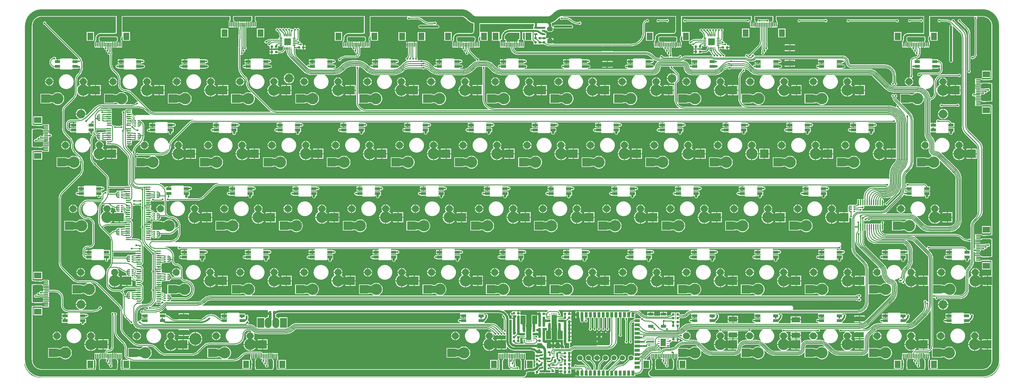
<source format=gbl>
G04*
G04 #@! TF.GenerationSoftware,Altium Limited,Altium Designer,22.10.1 (41)*
G04*
G04 Layer_Physical_Order=2*
G04 Layer_Color=15441517*
%FSLAX44Y44*%
%MOMM*%
G71*
G04*
G04 #@! TF.SameCoordinates,43F64E9B-3785-48AA-9826-90990096846F*
G04*
G04*
G04 #@! TF.FilePolarity,Positive*
G04*
G01*
G75*
%ADD10C,0.2540*%
%ADD16C,0.2032*%
%ADD27C,0.1270*%
%ADD28C,0.6350*%
%ADD29C,0.5080*%
%ADD30C,0.3810*%
%ADD31C,0.3048*%
%ADD33C,0.7620*%
%ADD35C,2.0320*%
%ADD37C,1.5240*%
%ADD38C,2.1000*%
%ADD39C,3.4000*%
%ADD40C,2.6000*%
%ADD41C,3.6000*%
%ADD42C,0.5588*%
%ADD43C,1.0160*%
%ADD44C,0.4064*%
%ADD45C,0.6096*%
%ADD46C,0.8890*%
%ADD47C,0.3048*%
%ADD48C,0.2540*%
%ADD49C,0.7620*%
%ADD50C,1.5240*%
%ADD51R,0.3000X1.3000*%
%ADD52R,1.8000X2.2000*%
%ADD53R,0.7620X0.7620*%
%ADD54R,0.7620X0.7620*%
%ADD55R,0.6800X0.2000*%
%ADD56R,0.6800X0.4000*%
G04:AMPARAMS|DCode=57|XSize=1.62mm|YSize=1.37mm|CornerRadius=0mm|HoleSize=0mm|Usage=FLASHONLY|Rotation=0.000|XOffset=0mm|YOffset=0mm|HoleType=Round|Shape=Octagon|*
%AMOCTAGOND57*
4,1,8,0.8100,-0.3425,0.8100,0.3425,0.4675,0.6850,-0.4675,0.6850,-0.8100,0.3425,-0.8100,-0.3425,-0.4675,-0.6850,0.4675,-0.6850,0.8100,-0.3425,0.0*
%
%ADD57OCTAGOND57*%

%ADD58R,1.6200X1.3700*%
%ADD59R,1.3970X1.5748*%
%ADD60O,2.0320X3.0480*%
%ADD61R,0.2000X0.7750*%
%ADD62O,0.6000X0.2400*%
%ADD63R,1.5800X2.8500*%
%ADD64R,0.8000X1.6000*%
%ADD65R,2.0000X3.0000*%
%ADD66R,1.0500X0.6000*%
%ADD67R,1.5000X0.8200*%
%ADD68R,2.5000X2.5000*%
%ADD69R,0.6750X0.2400*%
%ADD70R,1.5000X2.3000*%
%ADD71R,1.6000X0.9000*%
%ADD72R,2.2000X1.8000*%
%ADD73R,1.3000X0.3000*%
%ADD74R,2.5400X1.5200*%
%ADD75R,0.6000X0.3000*%
%ADD76R,0.6000X0.4000*%
%ADD77R,0.6000X1.2000*%
%ADD78R,0.6500X0.2400*%
%ADD79R,1.0000X1.0000*%
%ADD80R,0.2800X1.0000*%
%ADD81O,0.2800X1.0000*%
%ADD82O,1.0000X0.2800*%
%ADD83R,1.5000X2.5000*%
%ADD84R,0.8500X0.6000*%
%ADD85O,0.3500X1.7000*%
%ADD86R,0.3500X1.7000*%
%ADD87O,1.4000X0.3000*%
%ADD88R,1.4000X0.3000*%
%ADD89R,0.8890X1.4986*%
%ADD90R,0.8890X0.8890*%
%ADD91R,1.4986X0.8890*%
%ADD92C,1.0160*%
%ADD93C,1.2700*%
G36*
X1658704Y1129276D02*
X1658863Y1129159D01*
X1659039Y1129056D01*
X1659231Y1128967D01*
X1659440Y1128892D01*
X1659665Y1128830D01*
X1659906Y1128782D01*
X1660165Y1128748D01*
X1660439Y1128727D01*
X1660731Y1128720D01*
Y1126180D01*
X1660439Y1126173D01*
X1659906Y1126118D01*
X1659665Y1126070D01*
X1659440Y1126009D01*
X1659231Y1125933D01*
X1659039Y1125844D01*
X1658863Y1125741D01*
X1658704Y1125625D01*
X1658561Y1125494D01*
Y1129406D01*
X1658704Y1129276D01*
D02*
G37*
G36*
X1201286D02*
X1201445Y1129159D01*
X1201621Y1129056D01*
X1201813Y1128967D01*
X1202022Y1128892D01*
X1202247Y1128830D01*
X1202489Y1128782D01*
X1202747Y1128748D01*
X1203022Y1128727D01*
X1203313Y1128720D01*
Y1126180D01*
X1203022Y1126173D01*
X1202489Y1126118D01*
X1202247Y1126070D01*
X1202022Y1126009D01*
X1201813Y1125933D01*
X1201621Y1125844D01*
X1201445Y1125741D01*
X1201286Y1125625D01*
X1201143Y1125494D01*
Y1129406D01*
X1201286Y1129276D01*
D02*
G37*
G36*
X672967Y1122047D02*
X673056Y1121899D01*
X673083Y1121860D01*
X673136Y1121797D01*
X673161Y1121774D01*
X673184Y1121756D01*
X673207Y1121743D01*
X672747Y1119875D01*
X674224Y1121352D01*
X676973Y1115928D01*
X673926Y1115830D01*
X673886Y1115963D01*
X673766Y1116094D01*
X673566Y1116223D01*
X673286Y1116349D01*
X672926Y1116473D01*
X672487Y1116594D01*
X672481Y1116595D01*
X672396Y1116227D01*
X672267Y1115446D01*
X672080Y1113519D01*
X671986Y1111106D01*
X671974Y1109718D01*
X668926D01*
X668915Y1111106D01*
X668633Y1115446D01*
X668504Y1116227D01*
X668352Y1116887D01*
X668176Y1117425D01*
X667977Y1117842D01*
X667755Y1118138D01*
X668813D01*
X668771Y1118308D01*
X668715Y1118475D01*
X668655Y1118606D01*
X668532Y1118665D01*
X668494Y1118675D01*
X668467Y1118677D01*
X668450Y1118672D01*
X667693Y1121743D01*
X667716Y1121756D01*
X667740Y1121774D01*
X667764Y1121797D01*
X667790Y1121826D01*
X667817Y1121860D01*
X667873Y1121943D01*
X667903Y1121993D01*
X667965Y1122107D01*
X668949Y1118835D01*
X671707Y1118835D01*
X672057Y1119185D01*
X672842Y1121797D01*
X672935Y1122107D01*
X672967Y1122047D01*
D02*
G37*
G36*
X2787888Y1122245D02*
X2788047Y1122129D01*
X2788223Y1122026D01*
X2788415Y1121937D01*
X2788624Y1121861D01*
X2788849Y1121800D01*
X2789091Y1121752D01*
X2789349Y1121717D01*
X2789624Y1121697D01*
X2789915Y1121690D01*
Y1119150D01*
X2789624Y1119143D01*
X2789091Y1119088D01*
X2788849Y1119040D01*
X2788624Y1118979D01*
X2788415Y1118903D01*
X2788223Y1118814D01*
X2788047Y1118711D01*
X2787888Y1118594D01*
X2787745Y1118464D01*
Y1122376D01*
X2787888Y1122245D01*
D02*
G37*
G36*
X2270035Y1118184D02*
X2269892Y1118315D01*
X2269733Y1118431D01*
X2269557Y1118534D01*
X2269365Y1118623D01*
X2269156Y1118699D01*
X2268931Y1118760D01*
X2268689Y1118808D01*
X2268431Y1118843D01*
X2268156Y1118863D01*
X2267865Y1118870D01*
Y1121410D01*
X2268156Y1121417D01*
X2268689Y1121472D01*
X2268931Y1121520D01*
X2269156Y1121581D01*
X2269365Y1121657D01*
X2269557Y1121746D01*
X2269733Y1121849D01*
X2269892Y1121965D01*
X2270035Y1122096D01*
Y1118184D01*
D02*
G37*
G36*
X2250038Y1121965D02*
X2250197Y1121849D01*
X2250373Y1121746D01*
X2250565Y1121657D01*
X2250774Y1121581D01*
X2250999Y1121520D01*
X2251241Y1121472D01*
X2251499Y1121437D01*
X2251774Y1121417D01*
X2252065Y1121410D01*
Y1118870D01*
X2251774Y1118863D01*
X2251241Y1118808D01*
X2250999Y1118760D01*
X2250774Y1118699D01*
X2250565Y1118623D01*
X2250373Y1118534D01*
X2250197Y1118431D01*
X2250038Y1118315D01*
X2249895Y1118184D01*
Y1122096D01*
X2250038Y1121965D01*
D02*
G37*
G36*
X2300264Y1115928D02*
X2297216Y1115830D01*
X2297176Y1115963D01*
X2297056Y1116094D01*
X2296856Y1116223D01*
X2296577Y1116349D01*
X2296217Y1116473D01*
X2295777Y1116594D01*
X2295771Y1116595D01*
X2295686Y1116227D01*
X2295557Y1115446D01*
X2295370Y1113519D01*
X2295276Y1111106D01*
X2295264Y1109718D01*
X2292216D01*
X2292205Y1111106D01*
X2291924Y1115446D01*
X2291795Y1116227D01*
X2291642Y1116887D01*
X2291467Y1117425D01*
X2291267Y1117842D01*
X2291045Y1118138D01*
X2294300D01*
X2294346Y1118184D01*
X2297514Y1121352D01*
X2300264Y1115928D01*
D02*
G37*
G36*
X2235263Y1115928D02*
X2232216Y1115830D01*
X2232176Y1115963D01*
X2232056Y1116094D01*
X2231856Y1116223D01*
X2231576Y1116349D01*
X2231216Y1116473D01*
X2230777Y1116594D01*
X2230771Y1116595D01*
X2230686Y1116227D01*
X2230557Y1115446D01*
X2230370Y1113519D01*
X2230276Y1111106D01*
X2230264Y1109718D01*
X2227216D01*
X2227205Y1111106D01*
X2226923Y1115446D01*
X2226794Y1116227D01*
X2226642Y1116887D01*
X2226466Y1117425D01*
X2226267Y1117842D01*
X2226044Y1118138D01*
X2229299D01*
X2229593Y1118431D01*
X2232514Y1121352D01*
X2235263Y1115928D01*
D02*
G37*
G36*
X741973Y1115928D02*
X738926Y1115830D01*
X738886Y1115963D01*
X738766Y1116094D01*
X738566Y1116223D01*
X738287Y1116349D01*
X737927Y1116473D01*
X737487Y1116594D01*
X737481Y1116595D01*
X737396Y1116227D01*
X737267Y1115446D01*
X737080Y1113519D01*
X736986Y1111106D01*
X736974Y1109718D01*
X733926D01*
X733915Y1111106D01*
X733633Y1115446D01*
X733505Y1116227D01*
X733352Y1116887D01*
X733176Y1117425D01*
X732977Y1117842D01*
X732755Y1118138D01*
X736010D01*
X739224Y1121352D01*
X741973Y1115928D01*
D02*
G37*
G36*
X1709335Y1110844D02*
X1709192Y1110974D01*
X1709033Y1111091D01*
X1708857Y1111194D01*
X1708665Y1111283D01*
X1708456Y1111358D01*
X1708231Y1111420D01*
X1707989Y1111468D01*
X1707731Y1111503D01*
X1707456Y1111523D01*
X1707165Y1111530D01*
Y1114070D01*
X1707456Y1114077D01*
X1707989Y1114132D01*
X1708231Y1114180D01*
X1708456Y1114241D01*
X1708665Y1114317D01*
X1708857Y1114406D01*
X1709033Y1114509D01*
X1709192Y1114625D01*
X1709335Y1114756D01*
Y1110844D01*
D02*
G37*
G36*
X1276265D02*
X1276122Y1110974D01*
X1275963Y1111091D01*
X1275787Y1111194D01*
X1275595Y1111283D01*
X1275386Y1111358D01*
X1275161Y1111420D01*
X1274919Y1111468D01*
X1274661Y1111503D01*
X1274386Y1111523D01*
X1274095Y1111530D01*
Y1114070D01*
X1274386Y1114077D01*
X1274919Y1114132D01*
X1275161Y1114180D01*
X1275386Y1114241D01*
X1275595Y1114317D01*
X1275787Y1114406D01*
X1275963Y1114509D01*
X1276122Y1114625D01*
X1276265Y1114756D01*
Y1110844D01*
D02*
G37*
G36*
X1625461Y1119867D02*
X1624810Y1115374D01*
X1624801Y1114915D01*
X1624821Y1114538D01*
X1624870Y1114244D01*
X1617891Y1110038D01*
X1617812Y1110211D01*
X1617608Y1110427D01*
X1617278Y1110688D01*
X1616823Y1110993D01*
X1615534Y1111733D01*
X1612658Y1113173D01*
X1611448Y1113741D01*
X1625669Y1120906D01*
X1625461Y1119867D01*
D02*
G37*
G36*
X113933Y1112579D02*
X113963Y1112384D01*
X114014Y1112187D01*
X114087Y1111988D01*
X114181Y1111787D01*
X114297Y1111584D01*
X114434Y1111379D01*
X114592Y1111172D01*
X114772Y1110964D01*
X114973Y1110753D01*
X113177Y1108957D01*
X112966Y1109158D01*
X112551Y1109496D01*
X112346Y1109633D01*
X112143Y1109749D01*
X111942Y1109843D01*
X111743Y1109916D01*
X111546Y1109967D01*
X111351Y1109997D01*
X111158Y1110006D01*
X113924Y1112772D01*
X113933Y1112579D01*
D02*
G37*
G36*
X1362594Y1131894D02*
X1365776Y1130576D01*
X1367516Y1129241D01*
X1368444Y1128415D01*
X1368444D01*
X1369329Y1127530D01*
X1375155Y1121704D01*
X1375147Y1121696D01*
X1379647Y1117853D01*
X1384692Y1114762D01*
X1390159Y1112497D01*
X1393735Y1111639D01*
Y1094665D01*
X1393704Y1093512D01*
X1393488Y1091065D01*
X1393137Y1088958D01*
X1392664Y1087200D01*
X1392090Y1085798D01*
X1391447Y1084746D01*
X1390764Y1084010D01*
X1390039Y1083527D01*
X1389982Y1083507D01*
X1385292Y1083196D01*
X1348110D01*
X1347716Y1083118D01*
X1345075Y1082858D01*
X1342157Y1081973D01*
X1339467Y1080535D01*
X1337110Y1078600D01*
X1335175Y1076243D01*
X1333737Y1073553D01*
X1332852Y1070635D01*
X1332592Y1067993D01*
X1332513Y1067600D01*
Y1061944D01*
X1332368Y1061832D01*
X1330996Y1060045D01*
X1330134Y1057963D01*
X1330006Y1056992D01*
X1329938D01*
Y1056473D01*
X1329840Y1055730D01*
X1329844D01*
X1329844Y1055730D01*
Y1048460D01*
X1329938Y1047989D01*
Y1039928D01*
X1344430D01*
Y1039420D01*
X1347200D01*
Y1048460D01*
Y1057500D01*
X1346867D01*
X1346806Y1057963D01*
X1345944Y1060045D01*
X1344572Y1061832D01*
X1344426Y1061944D01*
Y1067600D01*
X1344397Y1067749D01*
X1344652Y1069032D01*
X1345463Y1070247D01*
X1346678Y1071058D01*
X1347961Y1071313D01*
X1348110Y1071283D01*
X1386155D01*
X1391267Y1071108D01*
X1394424Y1070805D01*
X1395481Y1070631D01*
X1395759Y1070481D01*
X1396283Y1070053D01*
X1396641Y1069615D01*
X1396869Y1068813D01*
X1397081Y1067821D01*
X1397254Y1066721D01*
X1397513Y1063133D01*
Y1061944D01*
X1397368Y1061832D01*
X1395996Y1060045D01*
X1395134Y1057963D01*
X1395073Y1057500D01*
X1394740D01*
Y1048460D01*
Y1039420D01*
X1397510D01*
Y1039928D01*
X1412002D01*
Y1047989D01*
X1412096Y1048460D01*
Y1055730D01*
X1412096Y1055730D01*
X1412100D01*
X1412002Y1056472D01*
Y1056992D01*
X1411934D01*
X1411806Y1057963D01*
X1410944Y1060045D01*
X1409572Y1061832D01*
X1409426Y1061944D01*
Y1063606D01*
X1409436Y1063976D01*
X1409683Y1066702D01*
X1409859Y1067821D01*
X1410071Y1068813D01*
X1410309Y1069652D01*
X1410566Y1070334D01*
X1410826Y1070853D01*
X1411162Y1071351D01*
X1411215Y1071478D01*
X1411901Y1072372D01*
X1412668Y1074224D01*
X1413938Y1073972D01*
Y1060398D01*
X1436002D01*
Y1086462D01*
X1414475D01*
X1413938Y1086462D01*
X1413205Y1087428D01*
Y1110663D01*
X1574130D01*
Y1104192D01*
X1572028D01*
Y1094839D01*
X1536070D01*
X1535818Y1094789D01*
X1535565Y1094839D01*
X1501780D01*
Y1094863D01*
X1496801Y1094372D01*
X1492013Y1092920D01*
X1487600Y1090562D01*
X1483733Y1087387D01*
X1480559Y1083520D01*
X1478200Y1079107D01*
X1476748Y1074319D01*
X1476257Y1069340D01*
X1476281D01*
Y1065890D01*
X1474398Y1065515D01*
X1472718Y1064392D01*
X1472171Y1063574D01*
X1470901Y1063959D01*
Y1086499D01*
X1448837D01*
Y1060435D01*
X1469964D01*
X1470901Y1060435D01*
X1471465Y1059399D01*
X1471595Y1058748D01*
X1472718Y1057067D01*
X1472743Y1057050D01*
Y1048497D01*
X1472837Y1048026D01*
Y1039965D01*
X1487329D01*
Y1039457D01*
X1490099D01*
Y1048497D01*
X1492639D01*
Y1039457D01*
X1495099D01*
Y1048497D01*
Y1057537D01*
X1491978D01*
X1491322Y1058583D01*
X1491337Y1058807D01*
X1491720Y1060730D01*
X1491325Y1062712D01*
X1490203Y1064392D01*
X1488522Y1065515D01*
X1486640Y1065890D01*
Y1069340D01*
X1486609Y1069493D01*
X1486886Y1072303D01*
X1487750Y1075152D01*
X1489153Y1077777D01*
X1491042Y1080078D01*
X1493343Y1081967D01*
X1495969Y1083370D01*
X1498817Y1084234D01*
X1501627Y1084511D01*
X1501780Y1084481D01*
X1530891D01*
Y1065890D01*
X1529008Y1065515D01*
X1527328Y1064392D01*
X1526205Y1062712D01*
X1525811Y1060730D01*
X1526193Y1058807D01*
X1526208Y1058583D01*
X1525552Y1057537D01*
X1522639D01*
Y1048497D01*
Y1039457D01*
X1525099D01*
Y1048497D01*
X1527639D01*
Y1039457D01*
X1530409D01*
Y1039965D01*
X1544901D01*
Y1048026D01*
X1544994Y1048497D01*
Y1057135D01*
X1544994Y1057136D01*
X1544999D01*
X1544739Y1059116D01*
X1545060Y1060730D01*
X1544665Y1062712D01*
X1543543Y1064392D01*
X1541862Y1065515D01*
X1541250Y1065637D01*
Y1084481D01*
X1546837D01*
Y1060435D01*
X1568901D01*
X1569839Y1059633D01*
X1571376Y1057629D01*
X1571408Y1057662D01*
X1572486Y1056585D01*
X1572722Y1056339D01*
X1572769Y1056285D01*
Y1049379D01*
X1584453D01*
X1584453Y1049379D01*
X1585469Y1049379D01*
Y1049379D01*
X1585723Y1049379D01*
X1597153D01*
Y1049379D01*
X1598169D01*
Y1049379D01*
X1605307D01*
X1607048Y1047949D01*
X1610746Y1045973D01*
X1614758Y1044756D01*
X1618930Y1044345D01*
Y1044383D01*
X1778452D01*
Y1043047D01*
X1781053Y1043059D01*
Y1037949D01*
X1806331D01*
Y1043061D01*
X1806395Y1043055D01*
X1806588Y1043049D01*
X1808932Y1043042D01*
Y1044383D01*
X1864360D01*
Y1044359D01*
X1869776Y1044714D01*
X1875099Y1045773D01*
X1880238Y1047517D01*
X1885105Y1049918D01*
X1889618Y1052933D01*
X1893698Y1056512D01*
X1897277Y1060592D01*
X1900292Y1065105D01*
X1902693Y1069972D01*
X1904437Y1075111D01*
X1905496Y1080434D01*
X1905851Y1085850D01*
X1905827D01*
Y1108910D01*
X1905823Y1108926D01*
X1906091Y1110962D01*
X1906884Y1112874D01*
X1908144Y1114516D01*
X1909786Y1115777D01*
X1910891Y1116234D01*
X1911017Y1116109D01*
X1912790Y1115374D01*
X1914710D01*
X1916484Y1116109D01*
X1917842Y1117466D01*
X1918576Y1119240D01*
Y1121160D01*
X1917842Y1122934D01*
X1916484Y1124291D01*
X1914710Y1125026D01*
X1912790D01*
X1911017Y1124291D01*
X1909789Y1123063D01*
X1906391Y1121656D01*
X1903343Y1119317D01*
X1901004Y1116269D01*
X1899534Y1112719D01*
X1899032Y1108910D01*
X1899093D01*
Y1085850D01*
X1899126Y1085688D01*
X1898710Y1080409D01*
X1897436Y1075103D01*
X1895348Y1070061D01*
X1892496Y1065408D01*
X1888952Y1061258D01*
X1884802Y1057714D01*
X1880149Y1054862D01*
X1875107Y1052774D01*
X1869801Y1051500D01*
X1864522Y1051085D01*
X1864360Y1051117D01*
X1632430D01*
Y1053854D01*
X1631964Y1053765D01*
X1631312Y1053577D01*
X1630778Y1053347D01*
X1630363Y1053076D01*
X1630066Y1052762D01*
X1629888Y1052407D01*
X1629829Y1052010D01*
Y1057140D01*
X1621790D01*
Y1058410D01*
X1620520D01*
Y1065199D01*
X1616409D01*
X1616708Y1065253D01*
X1616975Y1065415D01*
X1617211Y1065686D01*
X1617415Y1066065D01*
X1617587Y1066552D01*
X1617729Y1067147D01*
X1617831Y1067800D01*
X1611150D01*
X1610361Y1068743D01*
Y1074571D01*
X1610361Y1074571D01*
X1610592Y1075128D01*
X1610592D01*
X1610592Y1075745D01*
Y1084120D01*
X1611100D01*
Y1089831D01*
X1612370Y1090357D01*
X1616099Y1086628D01*
X1627481D01*
X1631922Y1091069D01*
Y1097858D01*
X1633192Y1098521D01*
X1634368Y1097735D01*
X1636400Y1097331D01*
X1685930D01*
X1687962Y1097735D01*
X1689684Y1098886D01*
X1690835Y1100608D01*
X1691239Y1102640D01*
X1690835Y1104672D01*
X1689684Y1106394D01*
X1687962Y1107545D01*
X1685930Y1107949D01*
X1636400D01*
X1634368Y1107545D01*
X1632646Y1106394D01*
X1631495Y1104672D01*
X1631091Y1102640D01*
X1631106Y1102563D01*
X1629936Y1101937D01*
X1627746Y1104127D01*
Y1108303D01*
X1627693Y1108571D01*
X1627386Y1112472D01*
X1627379Y1112500D01*
X1632838Y1114762D01*
X1637883Y1117853D01*
X1642383Y1121696D01*
X1642375Y1121704D01*
X1648201Y1127530D01*
X1649086Y1128415D01*
X1649086Y1128415D01*
X1649086Y1128415D01*
X1650014Y1129241D01*
X1651033Y1130023D01*
X1652076Y1129222D01*
X1651740Y1128410D01*
Y1126490D01*
X1652474Y1124716D01*
X1653832Y1123359D01*
X1655606Y1122624D01*
X1657526D01*
X1659299Y1123359D01*
X1659824Y1123883D01*
X1659958Y1123964D01*
X1660008Y1124010D01*
X1660020Y1124016D01*
X1660066Y1124032D01*
X1660141Y1124053D01*
X1660215Y1124067D01*
X1660371Y1124083D01*
X1668378D01*
X1668379Y1124083D01*
Y1124083D01*
X1669617Y1124005D01*
X1672686Y1123703D01*
X1676828Y1122447D01*
X1680645Y1120406D01*
X1683022Y1118455D01*
X1683944Y1117615D01*
X1683944Y1117615D01*
X1687285Y1114760D01*
X1691033Y1112464D01*
X1695093Y1110782D01*
X1699366Y1109756D01*
X1703747Y1109412D01*
Y1109433D01*
X1707575D01*
X1707650Y1109423D01*
X1707755Y1109402D01*
X1707829Y1109382D01*
X1707875Y1109365D01*
X1707888Y1109360D01*
X1707938Y1109314D01*
X1708072Y1109233D01*
X1708596Y1108709D01*
X1710370Y1107974D01*
X1712290D01*
X1714064Y1108709D01*
X1715421Y1110066D01*
X1716156Y1111840D01*
Y1113760D01*
X1715421Y1115534D01*
X1714064Y1116891D01*
X1712290Y1117626D01*
X1710370D01*
X1708596Y1116891D01*
X1708072Y1116367D01*
X1707938Y1116286D01*
X1707888Y1116240D01*
X1707875Y1116234D01*
X1707829Y1116218D01*
X1707755Y1116197D01*
X1707681Y1116183D01*
X1707525Y1116167D01*
X1703747D01*
X1703612Y1116140D01*
X1699594Y1116535D01*
X1695599Y1117747D01*
X1691918Y1119715D01*
X1689659Y1121569D01*
X1688737Y1122408D01*
X1688737Y1122408D01*
X1685302Y1125342D01*
X1681450Y1127703D01*
X1677276Y1129432D01*
X1672883Y1130486D01*
X1668379Y1130841D01*
Y1130817D01*
X1668379Y1130817D01*
X1661127D01*
X1661020Y1130983D01*
X1661709Y1132253D01*
X1996985D01*
Y1094665D01*
X1996954Y1093512D01*
X1996738Y1091065D01*
X1996387Y1088958D01*
X1995914Y1087200D01*
X1995340Y1085798D01*
X1994697Y1084746D01*
X1994014Y1084010D01*
X1993289Y1083527D01*
X1993232Y1083507D01*
X1988542Y1083196D01*
X1951360D01*
X1950966Y1083118D01*
X1948325Y1082858D01*
X1945407Y1081973D01*
X1942717Y1080535D01*
X1940359Y1078600D01*
X1938425Y1076243D01*
X1936987Y1073553D01*
X1936102Y1070635D01*
X1935842Y1067993D01*
X1935763Y1067600D01*
Y1061944D01*
X1935618Y1061832D01*
X1934246Y1060045D01*
X1933384Y1057963D01*
X1933256Y1056992D01*
X1933188D01*
Y1056473D01*
X1933090Y1055730D01*
X1933094D01*
X1933094Y1055730D01*
Y1048460D01*
X1933188Y1047989D01*
Y1039928D01*
X1947680D01*
Y1039420D01*
X1950450D01*
Y1048460D01*
Y1057500D01*
X1950117D01*
X1950056Y1057963D01*
X1949194Y1060045D01*
X1947822Y1061832D01*
X1947676Y1061944D01*
Y1067600D01*
X1947646Y1067749D01*
X1947902Y1069032D01*
X1948713Y1070247D01*
X1949928Y1071058D01*
X1951211Y1071313D01*
X1951360Y1071283D01*
X1989405D01*
X1994517Y1071108D01*
X1997675Y1070805D01*
X1998731Y1070631D01*
X1999009Y1070481D01*
X1999533Y1070053D01*
X1999891Y1069615D01*
X2000119Y1068813D01*
X2000331Y1067821D01*
X2000504Y1066721D01*
X2000763Y1063133D01*
Y1061944D01*
X2000618Y1061832D01*
X1999246Y1060045D01*
X1998384Y1057963D01*
X1998323Y1057500D01*
X1997990D01*
Y1048460D01*
Y1039420D01*
X2000760D01*
Y1039928D01*
X2015252D01*
Y1047989D01*
X2015346Y1048460D01*
Y1055730D01*
X2015346Y1055730D01*
X2015350D01*
X2015252Y1056472D01*
Y1056992D01*
X2015184D01*
X2015056Y1057963D01*
X2014194Y1060045D01*
X2012822Y1061832D01*
X2012676Y1061944D01*
Y1063606D01*
X2012686Y1063976D01*
X2012933Y1066702D01*
X2013109Y1067821D01*
X2013321Y1068813D01*
X2013560Y1069652D01*
X2013816Y1070334D01*
X2014076Y1070853D01*
X2014412Y1071351D01*
X2014465Y1071478D01*
X2015151Y1072372D01*
X2015918Y1074224D01*
X2017188Y1073972D01*
Y1060398D01*
X2038621D01*
X2039093Y1059128D01*
X2038069Y1058104D01*
X2037334Y1056330D01*
Y1054410D01*
X2038069Y1052636D01*
X2039426Y1051279D01*
X2041200Y1050544D01*
X2043120D01*
X2043956Y1050891D01*
X2044954Y1049980D01*
Y1048060D01*
X2045689Y1046286D01*
X2047046Y1044929D01*
X2048820Y1044194D01*
X2050740D01*
X2051539Y1043660D01*
Y1036601D01*
X2056619D01*
Y1042951D01*
X2059159D01*
Y1036601D01*
X2064239D01*
Y1036601D01*
X2065047Y1037109D01*
X2076731D01*
Y1044574D01*
X2078001Y1044959D01*
X2078589Y1044079D01*
X2079893Y1043208D01*
X2081430Y1042903D01*
X2083760D01*
Y1046920D01*
X2086300D01*
Y1042903D01*
X2088630D01*
X2090167Y1043208D01*
X2091471Y1044079D01*
X2091893Y1044711D01*
X2093369Y1044983D01*
X2093393Y1044965D01*
X2093450Y1044731D01*
X2093283Y1043480D01*
X2092556Y1042994D01*
X2091797Y1041859D01*
X2091531Y1040520D01*
Y1037556D01*
X2091404Y1036920D01*
X2091404D01*
X2091445Y1036870D01*
X2091071Y1034988D01*
X2090870Y1034641D01*
X2089946Y1033276D01*
X2089570Y1032779D01*
X2087977Y1031714D01*
X2085949Y1031311D01*
X2085821Y1031337D01*
X2077055D01*
X2076868Y1031353D01*
X2076731Y1031376D01*
Y1033553D01*
X2065299Y1033553D01*
X2064239Y1034061D01*
X2063988Y1034061D01*
X2059159D01*
Y1027711D01*
Y1021361D01*
X2063988D01*
X2064239Y1021361D01*
X2065299Y1021869D01*
X2065509Y1021869D01*
X2076731D01*
Y1024046D01*
X2076868Y1024069D01*
X2077055Y1024085D01*
X2085821D01*
Y1024045D01*
X2089153Y1024483D01*
X2092259Y1025770D01*
X2094925Y1027816D01*
X2095955Y1029158D01*
X2097439Y1029122D01*
X2097499Y1029082D01*
X2098158Y1028097D01*
X2099852Y1026965D01*
X2101834Y1026571D01*
Y1024745D01*
X2102091Y1023456D01*
X2102820Y1022364D01*
X2108467Y1016717D01*
X2108424Y1016016D01*
X2107106Y1015188D01*
X2106358Y1015498D01*
X2103086Y1015928D01*
Y1015885D01*
X2029270D01*
Y1015904D01*
X2025863Y1015569D01*
X2022586Y1014575D01*
X2019567Y1012961D01*
X2017776Y1011491D01*
X2016506Y1012092D01*
Y1013150D01*
X2015771Y1014924D01*
X2014414Y1016281D01*
X2012640Y1017016D01*
X2010720D01*
X2008946Y1016281D01*
X2007589Y1014924D01*
X2006854Y1013150D01*
Y1013055D01*
X2006718Y1012845D01*
X2006656Y1012764D01*
X2006580Y1012676D01*
X2006159Y1012255D01*
X1987691D01*
X1986868Y1013525D01*
X1987296Y1014558D01*
Y1016478D01*
X1986561Y1018252D01*
X1986159Y1018654D01*
X1986109Y1018745D01*
X1986058Y1018807D01*
X1986055Y1018812D01*
X1986041Y1018844D01*
X1986022Y1018902D01*
X1986000Y1018988D01*
X1985984Y1019074D01*
X1985969Y1019229D01*
Y1025050D01*
X1985712Y1026338D01*
X1985207Y1027095D01*
Y1039420D01*
X1985450D01*
Y1048460D01*
Y1057500D01*
X1982680D01*
Y1056992D01*
X1965760D01*
Y1057500D01*
X1962990D01*
Y1048460D01*
X1960450D01*
Y1057500D01*
X1957990D01*
Y1048460D01*
Y1039420D01*
X1961380D01*
X1961774Y1038830D01*
Y1036910D01*
X1962509Y1035136D01*
X1963866Y1033779D01*
X1965640Y1033044D01*
X1966239D01*
X1967088Y1031774D01*
X1966854Y1031210D01*
Y1029290D01*
X1967589Y1027516D01*
X1968946Y1026159D01*
X1970720Y1025424D01*
X1971319D01*
X1972168Y1024154D01*
X1971934Y1023590D01*
Y1021670D01*
X1972669Y1019896D01*
X1974026Y1018539D01*
X1975800Y1017804D01*
X1976819D01*
X1977667Y1016534D01*
X1977644Y1016478D01*
Y1014558D01*
X1978072Y1013525D01*
X1977249Y1012255D01*
X1961321D01*
X1960899Y1012677D01*
X1960732Y1012887D01*
X1960674Y1012971D01*
X1960626Y1013050D01*
Y1013150D01*
X1959891Y1014924D01*
X1958534Y1016281D01*
X1956760Y1017016D01*
X1954840D01*
X1953066Y1016281D01*
X1951709Y1014924D01*
X1950974Y1013150D01*
Y1011230D01*
X1951602Y1009715D01*
X1951061Y1008445D01*
X1947493D01*
X1947428Y1008432D01*
X1944188Y1008751D01*
X1941011Y1009715D01*
X1938082Y1011280D01*
X1935566Y1013345D01*
X1935529Y1013400D01*
X1930185Y1018744D01*
X1930185Y1018744D01*
X1930210Y1018769D01*
X1926331Y1022083D01*
X1921981Y1024749D01*
X1917267Y1026701D01*
X1912306Y1027892D01*
X1907220Y1028292D01*
Y1028257D01*
X1808932D01*
Y1030311D01*
X1806331Y1030298D01*
Y1035409D01*
X1781053D01*
Y1030300D01*
X1780989Y1030305D01*
X1780797Y1030310D01*
X1778452Y1030318D01*
Y1028257D01*
X1526540D01*
X1526422Y1028233D01*
X1523475Y1028621D01*
X1520618Y1029804D01*
X1518165Y1031687D01*
X1516283Y1034139D01*
X1515100Y1036996D01*
X1514901Y1038502D01*
X1515099Y1038727D01*
Y1048497D01*
Y1057537D01*
X1512329D01*
Y1057029D01*
X1505409D01*
Y1057537D01*
X1502639D01*
Y1048497D01*
Y1039457D01*
X1503130D01*
X1503406Y1036650D01*
X1504749Y1032225D01*
X1506928Y1028147D01*
X1509862Y1024573D01*
X1513436Y1021639D01*
X1517514Y1019460D01*
X1521938Y1018118D01*
X1526540Y1017664D01*
Y1017713D01*
X1526540Y1017713D01*
X1528118D01*
X1528118Y1017713D01*
X1907179D01*
X1907327Y1017743D01*
X1911486Y1017333D01*
X1915628Y1016077D01*
X1919444Y1014037D01*
X1922675Y1011385D01*
X1922759Y1011260D01*
X1928084Y1005935D01*
X1928070Y1005921D01*
X1931345Y1003123D01*
X1935017Y1000873D01*
X1938997Y999225D01*
X1942683Y998340D01*
X1943044Y997096D01*
X1943030Y996981D01*
X1940667Y995042D01*
X1938099Y991913D01*
X1936190Y988343D01*
X1935015Y984469D01*
X1934965Y983958D01*
X1933683Y983895D01*
X1933405Y985292D01*
X1932254Y987014D01*
X1930532Y988165D01*
X1928500Y988569D01*
X1925814D01*
X1925162Y988623D01*
Y989172D01*
X1923146D01*
X1923100Y989181D01*
X1923093Y989180D01*
X1923087Y989181D01*
X1923042Y989172D01*
X1907702D01*
Y991908D01*
X1925162D01*
Y992990D01*
X1926218Y993696D01*
X1926270Y993674D01*
X1928190D01*
X1929964Y994409D01*
X1931321Y995766D01*
X1932056Y997540D01*
Y999460D01*
X1931321Y1001234D01*
X1929964Y1002591D01*
X1928190Y1003326D01*
X1926270D01*
X1926218Y1003304D01*
X1925162Y1004010D01*
Y1004172D01*
X1907702D01*
Y1005040D01*
X1907544Y1005833D01*
X1907095Y1006505D01*
X1906423Y1006954D01*
X1905630Y1007112D01*
X1872630D01*
X1871837Y1006954D01*
X1871165Y1006505D01*
X1870716Y1005833D01*
X1870558Y1005040D01*
Y1004680D01*
X1863900D01*
Y998040D01*
Y991400D01*
X1870558D01*
Y989172D01*
X1853098D01*
Y988770D01*
X1852042Y988064D01*
X1851990Y988086D01*
X1850070D01*
X1848296Y987351D01*
X1846939Y985994D01*
X1846204Y984220D01*
Y982300D01*
X1846939Y980526D01*
X1848296Y979169D01*
X1850070Y978434D01*
X1851990D01*
X1852849Y977604D01*
X1853098Y976908D01*
X1853096Y975639D01*
X1734664D01*
X1734662Y976908D01*
X1735366Y977886D01*
X1736303Y977951D01*
X1738000D01*
X1740032Y978355D01*
X1741754Y979506D01*
X1742905Y981228D01*
X1743309Y983260D01*
X1742905Y985292D01*
X1741754Y987014D01*
X1740032Y988165D01*
X1738000Y988569D01*
X1735314D01*
X1734662Y988623D01*
Y989172D01*
X1732646D01*
X1732600Y989181D01*
X1732593Y989180D01*
X1732587Y989181D01*
X1732542Y989172D01*
X1717202D01*
Y991908D01*
X1734662D01*
Y992990D01*
X1735718Y993696D01*
X1735770Y993674D01*
X1737690D01*
X1739464Y994409D01*
X1740821Y995766D01*
X1741556Y997540D01*
Y999460D01*
X1740821Y1001234D01*
X1739464Y1002591D01*
X1737690Y1003326D01*
X1735770D01*
X1735718Y1003304D01*
X1734662Y1004010D01*
Y1004172D01*
X1717202D01*
Y1005040D01*
X1717044Y1005833D01*
X1716595Y1006505D01*
X1715923Y1006954D01*
X1715130Y1007112D01*
X1682130D01*
X1681337Y1006954D01*
X1680665Y1006505D01*
X1680216Y1005833D01*
X1680058Y1005040D01*
Y1004680D01*
X1673400D01*
Y998040D01*
Y991400D01*
X1680058D01*
Y989172D01*
X1662598D01*
Y988770D01*
X1661542Y988064D01*
X1661490Y988086D01*
X1659570D01*
X1657796Y987351D01*
X1656439Y985994D01*
X1655704Y984220D01*
Y982300D01*
X1656439Y980526D01*
X1657796Y979169D01*
X1659570Y978434D01*
X1661490D01*
X1662349Y977604D01*
X1662598Y976908D01*
X1662596Y975639D01*
X1545434D01*
X1545432Y976908D01*
X1546136Y977886D01*
X1547073Y977951D01*
X1548770D01*
X1550802Y978355D01*
X1552524Y979506D01*
X1553675Y981228D01*
X1554079Y983260D01*
X1553675Y985292D01*
X1552524Y987014D01*
X1550802Y988165D01*
X1548770Y988569D01*
X1546084D01*
X1545432Y988623D01*
Y989172D01*
X1543416D01*
X1543370Y989181D01*
X1543363Y989180D01*
X1543357Y989181D01*
X1543312Y989172D01*
X1527972D01*
Y991908D01*
X1545432D01*
Y992990D01*
X1546488Y993696D01*
X1546540Y993674D01*
X1548460D01*
X1550234Y994409D01*
X1551591Y995766D01*
X1552326Y997540D01*
Y999460D01*
X1551591Y1001234D01*
X1550234Y1002591D01*
X1548460Y1003326D01*
X1546540D01*
X1546488Y1003304D01*
X1545432Y1004010D01*
Y1004172D01*
X1527972D01*
Y1005040D01*
X1527814Y1005833D01*
X1527365Y1006505D01*
X1526693Y1006954D01*
X1525900Y1007112D01*
X1492900D01*
X1492107Y1006954D01*
X1491435Y1006505D01*
X1490986Y1005833D01*
X1490828Y1005040D01*
Y1004680D01*
X1484170D01*
Y998040D01*
Y991400D01*
X1490828D01*
Y989172D01*
X1473368D01*
Y988770D01*
X1472312Y988064D01*
X1472260Y988086D01*
X1470340D01*
X1468566Y987351D01*
X1467209Y985994D01*
X1466474Y984220D01*
Y982300D01*
X1467209Y980526D01*
X1468566Y979169D01*
X1470340Y978434D01*
X1472260D01*
X1472312Y978456D01*
X1473368Y977750D01*
Y977159D01*
X1472591Y975960D01*
X1471992Y976019D01*
X1467850Y977275D01*
X1464034Y979315D01*
X1461649Y981272D01*
X1460719Y982092D01*
X1460719D01*
X1459828Y982983D01*
X1452091Y990721D01*
X1452119Y990748D01*
X1448090Y994189D01*
X1443574Y996956D01*
X1438680Y998984D01*
X1433529Y1000220D01*
X1428248Y1000636D01*
X1428248Y1000597D01*
X1411231D01*
X1410526Y1001653D01*
X1410716Y1002112D01*
Y1004032D01*
X1409981Y1005806D01*
X1408624Y1007163D01*
X1406850Y1007898D01*
X1405982D01*
X1405809Y1007935D01*
X1405754Y1007936D01*
X1405720Y1007952D01*
X1405659Y1007985D01*
X1405576Y1008040D01*
X1405516Y1008085D01*
X1388290Y1025311D01*
X1388165Y1025395D01*
X1385513Y1028626D01*
X1383473Y1032442D01*
X1382217Y1036584D01*
X1382030Y1038479D01*
X1382200Y1038666D01*
Y1048460D01*
Y1057500D01*
X1379430D01*
Y1056992D01*
X1362510D01*
Y1057500D01*
X1359740D01*
Y1048460D01*
X1357200D01*
Y1057500D01*
X1354740D01*
Y1048460D01*
Y1039420D01*
X1358130D01*
X1358524Y1038830D01*
Y1036910D01*
X1359259Y1035136D01*
X1360616Y1033779D01*
X1362390Y1033044D01*
X1362989D01*
X1363838Y1031774D01*
X1363604Y1031210D01*
Y1029290D01*
X1364339Y1027516D01*
X1365696Y1026159D01*
X1367470Y1025424D01*
X1368069D01*
X1368918Y1024154D01*
X1368684Y1023590D01*
Y1021670D01*
X1369419Y1019896D01*
X1370776Y1018539D01*
X1372550Y1017804D01*
X1374470D01*
X1376244Y1018539D01*
X1377601Y1019896D01*
X1378336Y1021670D01*
Y1023590D01*
X1377601Y1025364D01*
X1377480Y1025484D01*
X1377735Y1026177D01*
X1379139Y1026317D01*
X1380578Y1023968D01*
X1383512Y1020533D01*
X1383512Y1020533D01*
X1384427Y1019652D01*
X1400835Y1003244D01*
X1400883Y1003182D01*
X1400946Y1003089D01*
X1400989Y1003016D01*
X1401014Y1002964D01*
X1401025Y1002936D01*
X1401031Y1002859D01*
X1401064Y1002739D01*
Y1002112D01*
X1401623Y1000761D01*
X1401139Y999339D01*
X1399962Y999056D01*
X1395297Y997124D01*
X1390992Y994486D01*
X1387153Y991207D01*
X1387177Y991183D01*
X1378087Y982092D01*
X1378002Y981966D01*
X1374772Y979315D01*
X1370955Y977275D01*
X1366814Y976019D01*
X1362655Y975609D01*
X1362507Y975639D01*
X1353664D01*
X1353662Y976908D01*
X1354366Y977886D01*
X1355303Y977951D01*
X1357000D01*
X1359032Y978355D01*
X1360754Y979506D01*
X1361905Y981228D01*
X1362309Y983260D01*
X1361905Y985292D01*
X1360754Y987014D01*
X1359032Y988165D01*
X1357000Y988569D01*
X1354314D01*
X1353662Y988623D01*
Y989172D01*
X1351646D01*
X1351600Y989181D01*
X1351593Y989180D01*
X1351587Y989181D01*
X1351542Y989172D01*
X1336202D01*
Y991908D01*
X1353662D01*
Y992990D01*
X1354718Y993696D01*
X1354770Y993674D01*
X1356690D01*
X1358464Y994409D01*
X1359821Y995766D01*
X1360556Y997540D01*
Y999460D01*
X1359821Y1001234D01*
X1358464Y1002591D01*
X1356690Y1003326D01*
X1354770D01*
X1354718Y1003304D01*
X1353662Y1004010D01*
Y1004172D01*
X1336202D01*
Y1005040D01*
X1336044Y1005833D01*
X1335595Y1006505D01*
X1334923Y1006954D01*
X1334130Y1007112D01*
X1301130D01*
X1300337Y1006954D01*
X1299665Y1006505D01*
X1299216Y1005833D01*
X1299058Y1005040D01*
Y1004680D01*
X1292400D01*
Y998040D01*
Y991400D01*
X1299058D01*
Y989172D01*
X1281598D01*
Y988770D01*
X1280542Y988064D01*
X1280490Y988086D01*
X1278570D01*
X1276796Y987351D01*
X1275439Y985994D01*
X1274704Y984220D01*
Y983563D01*
X1273434Y983037D01*
X1263310Y993161D01*
X1263327Y993178D01*
X1259892Y996112D01*
X1256040Y998473D01*
X1251866Y1000202D01*
X1247473Y1001256D01*
X1242969Y1001611D01*
Y1001609D01*
X1241699Y1001596D01*
X1240984Y1002311D01*
X1239210Y1003046D01*
X1237290D01*
X1235516Y1002311D01*
X1234792Y1001587D01*
X1226108D01*
X1225582Y1002857D01*
X1225831Y1003106D01*
X1226566Y1004880D01*
Y1006800D01*
X1225831Y1008574D01*
X1225007Y1009398D01*
Y1039648D01*
X1225072D01*
Y1056712D01*
X1220580D01*
Y1057220D01*
X1217810D01*
Y1048180D01*
X1215270D01*
Y1057220D01*
X1212500D01*
Y1056712D01*
X1208008D01*
Y1056712D01*
X1200580D01*
Y1057220D01*
X1197810D01*
Y1048180D01*
X1196540D01*
D01*
X1197810D01*
Y1039140D01*
X1198173D01*
Y1021460D01*
X1198192Y1021366D01*
X1197841Y1017802D01*
X1196774Y1014284D01*
X1195056Y1011071D01*
X1195004Y1010996D01*
X1194800Y1010748D01*
X1194755Y1010707D01*
X1194737Y1010694D01*
X1194694Y1010689D01*
X1194620Y1010666D01*
X1194110D01*
X1192336Y1009931D01*
X1190979Y1008574D01*
X1190244Y1006800D01*
Y1004880D01*
X1190979Y1003106D01*
X1192336Y1001749D01*
X1193453Y1001286D01*
Y999911D01*
X1189980Y998473D01*
X1186128Y996112D01*
X1182693Y993178D01*
X1182710Y993161D01*
X1173054Y983505D01*
X1171677Y983924D01*
X1171405Y985292D01*
X1170254Y987014D01*
X1168532Y988165D01*
X1166500Y988569D01*
X1163814D01*
X1163162Y988623D01*
Y989172D01*
X1161146D01*
X1161100Y989181D01*
X1161093Y989180D01*
X1161087Y989181D01*
X1161042Y989172D01*
X1145702D01*
Y991908D01*
X1163162D01*
Y992990D01*
X1164218Y993696D01*
X1164270Y993674D01*
X1166190D01*
X1167964Y994409D01*
X1169321Y995766D01*
X1170056Y997540D01*
Y999460D01*
X1169321Y1001234D01*
X1167964Y1002591D01*
X1166190Y1003326D01*
X1164270D01*
X1164218Y1003304D01*
X1163162Y1004010D01*
Y1004172D01*
X1145702D01*
Y1005040D01*
X1145544Y1005833D01*
X1145095Y1006505D01*
X1144423Y1006954D01*
X1143630Y1007112D01*
X1110630D01*
X1109837Y1006954D01*
X1109165Y1006505D01*
X1108716Y1005833D01*
X1108558Y1005040D01*
Y1004680D01*
X1101900D01*
Y998040D01*
Y991400D01*
X1108558D01*
Y989172D01*
X1091098D01*
Y988770D01*
X1090042Y988064D01*
X1089990Y988086D01*
X1088070D01*
X1086296Y987351D01*
X1084939Y985994D01*
X1084204Y984220D01*
Y983249D01*
X1083588Y982817D01*
X1083555Y982804D01*
X1082934Y982718D01*
X1082544Y983098D01*
X1081766Y984044D01*
X1081762Y984046D01*
X1080807Y984814D01*
X1078135Y987486D01*
X1077267Y988397D01*
X1077251Y988415D01*
X1076337Y989217D01*
X1072818Y992303D01*
X1067915Y995579D01*
X1062626Y998187D01*
X1057042Y1000082D01*
X1051259Y1001233D01*
X1045375Y1001618D01*
Y1001587D01*
X1031744D01*
Y1001627D01*
X1025360Y1001208D01*
X1019085Y999960D01*
X1013027Y997904D01*
X1007289Y995074D01*
X1001969Y991519D01*
X997163Y987305D01*
X997163Y987305D01*
X996293Y986379D01*
X993378Y983464D01*
X992481Y982567D01*
X992480Y982566D01*
X992004Y982145D01*
X991542Y981738D01*
X989158Y979781D01*
X985341Y977741D01*
X981200Y976485D01*
X978130Y976182D01*
X976893Y976105D01*
Y976105D01*
X976892Y976104D01*
X975423D01*
X974495Y977219D01*
X974701Y977891D01*
X975573Y977951D01*
X977270D01*
X979302Y978355D01*
X981024Y979506D01*
X982175Y981228D01*
X982579Y983260D01*
X982175Y985292D01*
X981024Y987014D01*
X979302Y988165D01*
X977270Y988569D01*
X974584D01*
X973932Y988623D01*
Y989172D01*
X971916D01*
X971870Y989181D01*
X971863Y989180D01*
X971857Y989181D01*
X971812Y989172D01*
X956472D01*
Y991908D01*
X973932D01*
Y992990D01*
X974988Y993696D01*
X975040Y993674D01*
X976960D01*
X978734Y994409D01*
X980091Y995766D01*
X980826Y997540D01*
Y999460D01*
X980091Y1001234D01*
X978734Y1002591D01*
X976960Y1003326D01*
X975040D01*
X974988Y1003304D01*
X973932Y1004010D01*
Y1004172D01*
X956472D01*
Y1005040D01*
X956314Y1005833D01*
X955865Y1006505D01*
X955193Y1006954D01*
X954400Y1007112D01*
X921400D01*
X920607Y1006954D01*
X919935Y1006505D01*
X919486Y1005833D01*
X919328Y1005040D01*
Y1004680D01*
X912670D01*
Y998040D01*
Y991400D01*
X919328D01*
Y989172D01*
X901868D01*
Y988770D01*
X900812Y988064D01*
X900760Y988086D01*
X898840D01*
X897066Y987351D01*
X895709Y985994D01*
X895322Y985060D01*
X893824Y984762D01*
X867390Y1011196D01*
X867265Y1011279D01*
X864613Y1014510D01*
X862573Y1018327D01*
X861317Y1022468D01*
X861015Y1025537D01*
X860937Y1026775D01*
X860937Y1028038D01*
X860937Y1028039D01*
Y1036897D01*
X860955Y1037003D01*
X860960Y1037018D01*
X860976Y1037023D01*
X861082Y1037042D01*
X865869D01*
Y1034567D01*
X877301D01*
X878361Y1034059D01*
X878361Y1034059D01*
X878361Y1034059D01*
X883441D01*
Y1040409D01*
Y1046759D01*
X883000D01*
X882294Y1047815D01*
X882396Y1048060D01*
Y1049980D01*
X881661Y1051754D01*
X880304Y1053111D01*
X878530Y1053846D01*
X877187D01*
X876423Y1054223D01*
X876046Y1054987D01*
Y1056330D01*
X875311Y1058104D01*
X873954Y1059461D01*
X872180Y1060196D01*
X871076D01*
X870449Y1061466D01*
X871016Y1062204D01*
X871785Y1064062D01*
X872048Y1066056D01*
X872047D01*
Y1089715D01*
X872057Y1089790D01*
X872077Y1089895D01*
X872098Y1089969D01*
X872114Y1090015D01*
X872120Y1090028D01*
X872166Y1090078D01*
X872247Y1090212D01*
X872771Y1090736D01*
X873506Y1092510D01*
Y1094430D01*
X872771Y1096204D01*
X871414Y1097561D01*
X869640Y1098296D01*
X867720D01*
X865946Y1097561D01*
X865061Y1096675D01*
X864235Y1096345D01*
X863410Y1096675D01*
X862524Y1097561D01*
X860750Y1098296D01*
X858830D01*
X857056Y1097561D01*
X855699Y1096204D01*
X854972Y1094449D01*
X854637Y1094271D01*
X853694Y1094067D01*
X852530Y1095231D01*
X850757Y1095966D01*
X848837D01*
X847627Y1095465D01*
X846182Y1096009D01*
X846101Y1096204D01*
X844744Y1097561D01*
X842970Y1098296D01*
X841050D01*
X839276Y1097561D01*
X838391Y1096675D01*
X837565Y1096345D01*
X836740Y1096675D01*
X835854Y1097561D01*
X834080Y1098296D01*
X832160D01*
X830386Y1097561D01*
X829501Y1096675D01*
X828675Y1096345D01*
X827850Y1096675D01*
X826964Y1097561D01*
X825190Y1098296D01*
X823270D01*
X821496Y1097561D01*
X820611Y1096675D01*
X819785Y1096345D01*
X818960Y1096675D01*
X818074Y1097561D01*
X816300Y1098296D01*
X814380D01*
X812606Y1097561D01*
X811721Y1096675D01*
X810895Y1096345D01*
X810070Y1096675D01*
X809184Y1097561D01*
X807410Y1098296D01*
X805490D01*
X803716Y1097561D01*
X802359Y1096204D01*
X801624Y1094430D01*
Y1092510D01*
X802359Y1090736D01*
X803716Y1089379D01*
X805490Y1088644D01*
X806232D01*
X806384Y1088606D01*
X806451Y1088603D01*
X806464Y1088599D01*
X806509Y1088578D01*
X806576Y1088540D01*
X806638Y1088498D01*
X806760Y1088399D01*
X807750Y1087409D01*
X807875Y1087325D01*
X810527Y1084094D01*
X812567Y1080277D01*
X813823Y1076136D01*
X814233Y1071977D01*
X814203Y1071829D01*
Y1070419D01*
X813970D01*
X812631Y1070153D01*
X811496Y1069394D01*
X810737Y1068259D01*
X810471Y1066920D01*
X810543Y1066557D01*
X809522Y1065287D01*
X786177D01*
Y1065325D01*
X781996Y1064913D01*
X777975Y1063694D01*
X774270Y1061713D01*
X774154Y1061618D01*
X774061Y1061576D01*
X773950Y1061533D01*
X773866Y1061507D01*
X773814Y1061494D01*
X773803Y1061492D01*
X773742Y1061494D01*
X773572Y1061466D01*
X772470D01*
X770696Y1060731D01*
X769339Y1059374D01*
X768604Y1057600D01*
Y1055680D01*
X769339Y1053906D01*
X770696Y1052549D01*
X772470Y1051814D01*
X774390D01*
X776164Y1052549D01*
X777521Y1053906D01*
X778256Y1055680D01*
Y1056141D01*
X778273Y1056193D01*
X778277Y1056225D01*
X778302Y1056251D01*
X778535Y1056429D01*
X778655Y1056507D01*
X778728Y1056578D01*
X778795Y1056629D01*
X778840Y1056655D01*
X782366Y1058115D01*
X785985Y1058592D01*
X786177Y1058553D01*
X787749D01*
X787997Y1057308D01*
X787670Y1057173D01*
X783818Y1054812D01*
X783266Y1054340D01*
X783134Y1054244D01*
X782792Y1054024D01*
X782693Y1053971D01*
X782596Y1053926D01*
X782524Y1053898D01*
X782482Y1053885D01*
X782477Y1053884D01*
X782412Y1053883D01*
X782237Y1053846D01*
X781360D01*
X779586Y1053111D01*
X778229Y1051754D01*
X777494Y1049980D01*
Y1048060D01*
X778229Y1046286D01*
X779586Y1044929D01*
X781360Y1044194D01*
X783280D01*
X784079Y1043660D01*
Y1036601D01*
X789159D01*
Y1042951D01*
X791699D01*
Y1036601D01*
X796779D01*
Y1036601D01*
X797588Y1037109D01*
X809271D01*
Y1044574D01*
X810541Y1044959D01*
X811130Y1044079D01*
X812433Y1043208D01*
X813970Y1042903D01*
X816300D01*
Y1046920D01*
X818840D01*
Y1042903D01*
X821170D01*
X822707Y1043208D01*
X824011Y1044079D01*
X824433Y1044711D01*
X825909Y1044983D01*
X825933Y1044965D01*
X825991Y1044731D01*
X825823Y1043480D01*
X825096Y1042994D01*
X824337Y1041859D01*
X824071Y1040520D01*
Y1035924D01*
X823960Y1035079D01*
X823249Y1033364D01*
X822119Y1031892D01*
X820647Y1030762D01*
X818932Y1030051D01*
X817091Y1029809D01*
Y1029808D01*
X809271D01*
Y1032283D01*
X797839Y1032283D01*
X796779Y1032791D01*
X796528Y1032791D01*
X791699D01*
Y1026441D01*
Y1020091D01*
X796528D01*
X796779Y1020091D01*
X797839Y1020599D01*
X798049Y1020599D01*
X809271D01*
Y1023074D01*
X817091D01*
Y1023020D01*
X820689Y1023494D01*
X824041Y1024882D01*
X826920Y1027091D01*
X827961Y1028447D01*
X828153Y1028640D01*
X828444Y1029077D01*
X828875Y1029639D01*
X829215Y1029973D01*
X830418Y1030020D01*
X831033Y1029609D01*
X831300Y1029555D01*
Y1036920D01*
X833840D01*
Y1028754D01*
X834356Y1028363D01*
X834534Y1026107D01*
X835588Y1021714D01*
X837317Y1017540D01*
X839678Y1013688D01*
X842612Y1010253D01*
X842629Y1010270D01*
X886532Y966367D01*
X886515Y966350D01*
X889950Y963416D01*
X893802Y961055D01*
X897976Y959326D01*
X902369Y958272D01*
X906873Y957917D01*
Y957941D01*
X906873Y957941D01*
X926418D01*
X926804Y956671D01*
X924000Y954798D01*
X923856Y954653D01*
X923686Y954540D01*
X920900Y951754D01*
X920787Y951584D01*
X920642Y951440D01*
X918454Y948165D01*
X918375Y947976D01*
X918262Y947806D01*
X916755Y944166D01*
X916715Y943966D01*
X916637Y943778D01*
X915868Y939914D01*
Y939710D01*
X915828Y939510D01*
Y935570D01*
X915868Y935370D01*
Y935166D01*
X916637Y931302D01*
X916715Y931113D01*
X916755Y930913D01*
X918262Y927273D01*
X918375Y927104D01*
X918454Y926915D01*
X920642Y923640D01*
X920787Y923495D01*
X920900Y923326D01*
X923686Y920540D01*
X923856Y920426D01*
X924000Y920282D01*
X927275Y918093D01*
X927464Y918015D01*
X927634Y917902D01*
X931273Y916394D01*
X931473Y916355D01*
X931662Y916276D01*
X935526Y915508D01*
X935730D01*
X935930Y915468D01*
X939870D01*
X940070Y915508D01*
X940274D01*
X944138Y916276D01*
X944327Y916355D01*
X944527Y916394D01*
X948167Y917902D01*
X948336Y918015D01*
X948525Y918093D01*
X951800Y920282D01*
X951945Y920426D01*
X952114Y920540D01*
X954900Y923326D01*
X955014Y923495D01*
X955158Y923640D01*
X957346Y926915D01*
X957425Y927104D01*
X957538Y927273D01*
X959046Y930913D01*
X959085Y931113D01*
X959164Y931302D01*
X959932Y935166D01*
Y935370D01*
X959972Y935570D01*
Y939510D01*
X959932Y939710D01*
Y939914D01*
X959164Y943778D01*
X959085Y943966D01*
X959046Y944166D01*
X957538Y947806D01*
X957425Y947976D01*
X957346Y948165D01*
X955158Y951440D01*
X955013Y951584D01*
X954900Y951754D01*
X952114Y954540D01*
X951945Y954653D01*
X951800Y954798D01*
X948997Y956671D01*
X949382Y957941D01*
X976893D01*
Y957882D01*
X983190Y958377D01*
X989332Y959852D01*
X995168Y962269D01*
X1000555Y965570D01*
X1005358Y969672D01*
X1005316Y969715D01*
X1010031Y974430D01*
X1010098Y974529D01*
X1013676Y977585D01*
X1017788Y980106D01*
X1022245Y981951D01*
X1026935Y983077D01*
X1031626Y983447D01*
X1031743Y983423D01*
X1042112D01*
X1042638Y982153D01*
X1042389Y981904D01*
X1041654Y980130D01*
Y978210D01*
X1042389Y976436D01*
X1042913Y975912D01*
X1042994Y975778D01*
X1043040Y975728D01*
X1043046Y975715D01*
X1043062Y975669D01*
X1043083Y975595D01*
X1043097Y975520D01*
X1043113Y975365D01*
Y878427D01*
X1042740Y877868D01*
X1042483Y876580D01*
X1042459D01*
X1042814Y872076D01*
X1043868Y867683D01*
X1045597Y863509D01*
X1047958Y859657D01*
X1050892Y856222D01*
X1054327Y853288D01*
X1056418Y852007D01*
X1056059Y850737D01*
X802371D01*
X802223Y850707D01*
X798064Y851117D01*
X793923Y852373D01*
X790106Y854413D01*
X786875Y857064D01*
X786792Y857190D01*
X727633Y916348D01*
X726740Y917241D01*
Y917241D01*
X725920Y918171D01*
X723963Y920555D01*
X721923Y924372D01*
X720667Y928514D01*
X720314Y932100D01*
X720311Y933369D01*
X720311D01*
X719956Y937873D01*
X718902Y942266D01*
X717173Y946440D01*
X714812Y950292D01*
X711878Y953727D01*
X711861Y953710D01*
X705136Y960435D01*
X705069Y960480D01*
X702288Y963736D01*
X699996Y967476D01*
X698318Y971528D01*
X697294Y975793D01*
X696956Y980080D01*
X696973Y980166D01*
Y1017622D01*
X698243Y1018320D01*
X699490Y1017804D01*
X701410D01*
X703184Y1018539D01*
X704541Y1019896D01*
X705276Y1021670D01*
Y1023590D01*
X705026Y1024194D01*
X705874Y1025464D01*
X706744D01*
X708518Y1026199D01*
X709875Y1027556D01*
X710610Y1029330D01*
Y1031250D01*
X710393Y1031774D01*
X711242Y1033044D01*
X711410D01*
X713184Y1033779D01*
X714541Y1035136D01*
X715276Y1036910D01*
Y1038830D01*
X714541Y1040604D01*
X713817Y1041328D01*
Y1099520D01*
X714180D01*
Y1108560D01*
Y1117600D01*
X711410D01*
Y1117092D01*
X694490D01*
Y1117600D01*
X691720D01*
Y1108560D01*
Y1098757D01*
X691862Y1098612D01*
X690180Y1022887D01*
X690202Y1022761D01*
X690184Y1022634D01*
X690240Y1021583D01*
Y981436D01*
X690198Y980166D01*
X690198Y980166D01*
X690296Y978919D01*
X690625Y974737D01*
X691896Y969442D01*
X693980Y964411D01*
X696826Y959768D01*
X700345Y955647D01*
X700371Y955674D01*
X700375Y955674D01*
X700375Y955674D01*
X706207Y949842D01*
X707100Y948949D01*
Y948949D01*
X707920Y948018D01*
X709877Y945634D01*
X711917Y941817D01*
X713173Y937676D01*
X713526Y934090D01*
X713529Y932821D01*
X713529D01*
X713884Y928317D01*
X714938Y923924D01*
X716667Y919750D01*
X719028Y915898D01*
X721962Y912463D01*
X721979Y912480D01*
X729290Y905169D01*
X728570Y904092D01*
X726282Y905041D01*
X722605Y905772D01*
X718856D01*
X715179Y905041D01*
X711715Y903606D01*
X708598Y901523D01*
X707382Y900307D01*
X707316Y900274D01*
X707053Y900069D01*
X706770Y899927D01*
X706235Y899742D01*
X705473Y899555D01*
X704562Y899394D01*
X703828Y899343D01*
X701250Y899538D01*
X699558Y899773D01*
X698329Y900033D01*
X698012Y900141D01*
Y901272D01*
X695996D01*
X695950Y901281D01*
X695907Y901273D01*
X695865Y901280D01*
X695834Y901272D01*
X668948D01*
Y872208D01*
X695834D01*
X695865Y872200D01*
X695907Y872207D01*
X695950Y872199D01*
X695996Y872208D01*
X698012D01*
Y873339D01*
X698329Y873447D01*
X699479Y873690D01*
X704919Y874023D01*
X705473Y873925D01*
X706235Y873738D01*
X706770Y873553D01*
X707053Y873411D01*
X707316Y873206D01*
X707382Y873173D01*
X708598Y871957D01*
X711715Y869874D01*
X715179Y868439D01*
X718856Y867708D01*
X722605D01*
X726282Y868439D01*
X729745Y869874D01*
X732862Y871957D01*
X735513Y874608D01*
X737596Y877725D01*
X739031Y881189D01*
X739762Y884865D01*
Y888614D01*
X739031Y892291D01*
X738083Y894580D01*
X739159Y895299D01*
X782030Y852428D01*
X782013Y852411D01*
X785449Y849477D01*
X787539Y848197D01*
X787181Y846927D01*
X440421D01*
X440273Y846897D01*
X436114Y847307D01*
X431973Y848563D01*
X428156Y850603D01*
X425771Y852560D01*
X424841Y853380D01*
X424841D01*
X423948Y854273D01*
X372410Y905811D01*
X372427Y905828D01*
X368992Y908762D01*
X365140Y911123D01*
X360966Y912851D01*
X356573Y913906D01*
X352069Y914261D01*
Y914261D01*
X350832Y914340D01*
X348389Y914662D01*
X344960Y916082D01*
X342160Y918231D01*
X342058Y918383D01*
X341914Y918480D01*
X339817Y921213D01*
X338433Y924554D01*
X337983Y927969D01*
X338017Y928139D01*
Y943529D01*
X338041D01*
X337686Y948033D01*
X336632Y952426D01*
X334903Y956600D01*
X332542Y960452D01*
X329608Y963887D01*
X329591Y963870D01*
X319056Y974405D01*
X318930Y974489D01*
X316241Y977766D01*
X314163Y981654D01*
X312883Y985873D01*
X312466Y990106D01*
X312497Y990261D01*
Y1017985D01*
X313123Y1018922D01*
X313379Y1020210D01*
Y1025050D01*
X313123Y1026338D01*
X312497Y1027274D01*
Y1039420D01*
X312860D01*
Y1048460D01*
Y1057500D01*
X310090D01*
Y1056992D01*
X293170D01*
Y1057500D01*
X290400D01*
Y1048460D01*
X287860D01*
Y1057500D01*
X285400D01*
Y1048460D01*
Y1039420D01*
X288790D01*
X289184Y1038830D01*
Y1036910D01*
X289919Y1035136D01*
X291276Y1033779D01*
X293050Y1033044D01*
X293649D01*
X294498Y1031774D01*
X294264Y1031210D01*
Y1029290D01*
X294999Y1027516D01*
X296356Y1026159D01*
X298130Y1025424D01*
X298729D01*
X299578Y1024154D01*
X299344Y1023590D01*
Y1021670D01*
X300079Y1019896D01*
X301436Y1018539D01*
X303210Y1017804D01*
X305130D01*
X305763Y1017381D01*
Y991531D01*
X305738Y990261D01*
X305738Y990261D01*
X305836Y989021D01*
X306098Y985692D01*
X307167Y981237D01*
X308921Y977003D01*
X311315Y973096D01*
X314276Y969629D01*
X314291Y969644D01*
X314295Y969644D01*
X314295Y969644D01*
X323937Y960002D01*
X324830Y959109D01*
Y959109D01*
X325650Y958178D01*
X327607Y955794D01*
X329647Y951977D01*
X330903Y947836D01*
X331313Y943677D01*
X331283Y943529D01*
Y928139D01*
X331249D01*
X331644Y924127D01*
X332814Y920270D01*
X334715Y916714D01*
X337272Y913598D01*
X337271Y913597D01*
X340442Y910994D01*
X344060Y909060D01*
X347986Y907869D01*
X352069Y907467D01*
Y907467D01*
X353321Y907424D01*
X356376Y907123D01*
X360518Y905867D01*
X364334Y903827D01*
X366719Y901870D01*
X367649Y901050D01*
X368547Y900152D01*
X390279Y878420D01*
X389559Y877344D01*
X388950Y877596D01*
X387030D01*
X385256Y876861D01*
X383899Y875504D01*
X383164Y873730D01*
Y873196D01*
X383138Y873113D01*
X383134Y873071D01*
X383124Y873058D01*
X383110Y873042D01*
X382775Y872767D01*
X379693Y871120D01*
X376349Y870106D01*
X372951Y869771D01*
X372872Y869787D01*
X352170D01*
X351785Y871057D01*
X353132Y871957D01*
X355783Y874608D01*
X357866Y877725D01*
X359301Y881189D01*
X360032Y884865D01*
Y888614D01*
X359301Y892291D01*
X357866Y895755D01*
X355783Y898872D01*
X353132Y901523D01*
X350015Y903606D01*
X346552Y905041D01*
X342875Y905772D01*
X339126D01*
X335449Y905041D01*
X331985Y903606D01*
X328868Y901523D01*
X327652Y900307D01*
X327585Y900274D01*
X327323Y900069D01*
X327040Y899927D01*
X326505Y899742D01*
X325743Y899555D01*
X324832Y899394D01*
X324098Y899343D01*
X321520Y899538D01*
X319828Y899773D01*
X318599Y900033D01*
X318282Y900141D01*
Y901272D01*
X316266D01*
X316220Y901281D01*
X316177Y901273D01*
X316135Y901280D01*
X316103Y901272D01*
X289218D01*
Y872208D01*
X316103D01*
X316135Y872200D01*
X316177Y872207D01*
X316220Y872199D01*
X316266Y872208D01*
X318282D01*
Y873339D01*
X318599Y873447D01*
X319749Y873690D01*
X325189Y874023D01*
X325743Y873925D01*
X326505Y873738D01*
X327040Y873553D01*
X327323Y873411D01*
X327585Y873206D01*
X327652Y873173D01*
X328868Y871957D01*
X330215Y871057D01*
X329830Y869787D01*
X281311D01*
Y869811D01*
X276807Y869456D01*
X272414Y868401D01*
X268240Y866673D01*
X264388Y864312D01*
X260953Y861378D01*
X260970Y861361D01*
X236402Y836793D01*
X235232Y837419D01*
X235540Y838969D01*
Y839230D01*
X204460D01*
Y838969D01*
X205057Y835967D01*
X206229Y833139D01*
X207929Y830594D01*
X210094Y828429D01*
X212639Y826729D01*
X215467Y825557D01*
X216032Y825445D01*
X215969Y824162D01*
X214697Y824037D01*
X214549Y824067D01*
X189870D01*
Y824073D01*
X186982Y823789D01*
X184205Y822946D01*
X181646Y821578D01*
X179403Y819737D01*
X177562Y817494D01*
X176194Y814935D01*
X175351Y812158D01*
X175067Y809270D01*
X175073D01*
Y802920D01*
X175020D01*
X175490Y799348D01*
X176869Y796020D01*
X179062Y793162D01*
X181920Y790969D01*
X185248Y789590D01*
X188128Y789211D01*
Y786408D01*
X205588D01*
Y785540D01*
X205746Y784747D01*
X206195Y784075D01*
X206867Y783626D01*
X207660Y783468D01*
X240660D01*
X241453Y783626D01*
X242125Y784075D01*
X242574Y784747D01*
X242732Y785540D01*
Y786408D01*
X245911D01*
X245973Y786236D01*
X246069Y785838D01*
X246148Y785304D01*
X246156Y785197D01*
X246004Y784830D01*
Y782910D01*
X246739Y781136D01*
X248096Y779779D01*
X249870Y779044D01*
X251790D01*
X253564Y779779D01*
X254921Y781136D01*
X255656Y782910D01*
Y784830D01*
X255504Y785197D01*
X255512Y785304D01*
X255592Y785838D01*
X255687Y786236D01*
X255750Y786408D01*
X257882D01*
X258719Y785453D01*
X258569Y784312D01*
X257880Y782650D01*
X257327Y781552D01*
X256658Y780681D01*
X255872Y779737D01*
X255872Y779737D01*
X252938Y776302D01*
X250577Y772450D01*
X248848Y768276D01*
X247794Y763883D01*
X247439Y759379D01*
X247463D01*
Y750601D01*
X246193Y749414D01*
X246192Y749414D01*
X245424Y753278D01*
X245345Y753466D01*
X245306Y753667D01*
X243798Y757306D01*
X243685Y757476D01*
X243606Y757664D01*
X241418Y760940D01*
X241273Y761085D01*
X241160Y761254D01*
X238374Y764040D01*
X238205Y764153D01*
X238060Y764298D01*
X234785Y766486D01*
X234596Y766564D01*
X234426Y766678D01*
X230787Y768185D01*
X230587Y768225D01*
X230398Y768303D01*
X226534Y769072D01*
X226330D01*
X226130Y769112D01*
X222190D01*
X221990Y769072D01*
X221786D01*
X217922Y768303D01*
X217733Y768225D01*
X217533Y768185D01*
X213894Y766678D01*
X213724Y766564D01*
X213535Y766486D01*
X210260Y764298D01*
X210116Y764153D01*
X209946Y764040D01*
X207160Y761254D01*
X207047Y761084D01*
X206902Y760940D01*
X204714Y757664D01*
X204636Y757476D01*
X204522Y757306D01*
X203015Y753667D01*
X202975Y753466D01*
X202897Y753278D01*
X202128Y749414D01*
Y749210D01*
X202088Y749010D01*
Y745070D01*
X202128Y744870D01*
Y744666D01*
X202897Y740802D01*
X202975Y740613D01*
X203015Y740413D01*
X204522Y736774D01*
X204636Y736604D01*
X204714Y736415D01*
X206902Y733140D01*
X207047Y732995D01*
X207160Y732826D01*
X209946Y730040D01*
X210116Y729926D01*
X210260Y729782D01*
X213535Y727594D01*
X213724Y727515D01*
X213894Y727402D01*
X217533Y725894D01*
X217733Y725855D01*
X217922Y725777D01*
X221786Y725008D01*
X221990D01*
X222190Y724968D01*
X226130D01*
X226330Y725008D01*
X226534D01*
X230398Y725777D01*
X230587Y725855D01*
X230787Y725894D01*
X234426Y727402D01*
X234596Y727515D01*
X234785Y727594D01*
X238060Y729782D01*
X238205Y729927D01*
X238374Y730040D01*
X241160Y732826D01*
X241273Y732995D01*
X241418Y733140D01*
X243606Y736415D01*
X243685Y736604D01*
X243798Y736774D01*
X245306Y740413D01*
X245345Y740613D01*
X245424Y740802D01*
X246192Y744666D01*
X246193Y744666D01*
X247463Y743479D01*
Y712191D01*
X247439D01*
X247794Y707687D01*
X248848Y703294D01*
X250577Y699120D01*
X252938Y695268D01*
X255872Y691833D01*
X255872Y691833D01*
X256728Y690939D01*
X256749Y690894D01*
X256753Y690881D01*
X256756Y690814D01*
X256794Y690662D01*
Y689920D01*
X257529Y688146D01*
X258886Y686789D01*
X260660Y686054D01*
X261091D01*
X261132Y686040D01*
X261217Y686029D01*
X261236Y686023D01*
X261278Y686005D01*
X261341Y685972D01*
X261425Y685920D01*
X261506Y685863D01*
X261622Y685767D01*
X292358Y655031D01*
X293234Y654155D01*
X294019Y653210D01*
X295315Y651520D01*
X296602Y648413D01*
X296880Y646302D01*
X296993Y645079D01*
X296993D01*
Y621310D01*
Y610047D01*
X295723Y609209D01*
X294716Y609626D01*
X292796D01*
X291022Y608891D01*
X289707Y607576D01*
X289688Y607562D01*
X288877Y607104D01*
X288641Y606989D01*
X288563Y606931D01*
X288519Y606912D01*
X288461Y606891D01*
X288456Y606886D01*
X287761Y606598D01*
X285278Y604693D01*
X285277Y604694D01*
X284322Y603449D01*
X283052Y603880D01*
Y608172D01*
X265592D01*
Y610908D01*
X283052D01*
Y611990D01*
X284108Y612696D01*
X284160Y612674D01*
X286080D01*
X287854Y613409D01*
X289211Y614766D01*
X289946Y616540D01*
Y618460D01*
X289211Y620234D01*
X287854Y621591D01*
X286080Y622326D01*
X284160D01*
X284108Y622304D01*
X283052Y623010D01*
Y623172D01*
X265592D01*
Y624040D01*
X265434Y624833D01*
X264985Y625505D01*
X264313Y625954D01*
X263520Y626112D01*
X230520D01*
X229727Y625954D01*
X229055Y625505D01*
X228606Y624833D01*
X228448Y624040D01*
Y623680D01*
X221790D01*
Y617040D01*
Y610400D01*
X228448D01*
Y608172D01*
X210988D01*
Y607770D01*
X209932Y607064D01*
X209880Y607086D01*
X207960D01*
X206186Y606351D01*
X204829Y604994D01*
X204094Y603220D01*
Y601300D01*
X204829Y599526D01*
X206186Y598169D01*
X207960Y597434D01*
X209880D01*
X209932Y597455D01*
X210988Y596750D01*
Y595908D01*
X228448D01*
Y595040D01*
X228606Y594247D01*
X229055Y593575D01*
X229727Y593126D01*
X230520Y592968D01*
X263520D01*
X264313Y593126D01*
X264985Y593575D01*
X265434Y594247D01*
X265592Y595040D01*
Y595908D01*
X268375D01*
X269080Y594852D01*
X268864Y594330D01*
Y592410D01*
X269599Y590636D01*
X270956Y589279D01*
X272730Y588544D01*
X274650D01*
X276424Y589279D01*
X277781Y590636D01*
X278516Y592410D01*
Y594330D01*
X278300Y594852D01*
X279005Y595908D01*
X281753D01*
Y589342D01*
X281774Y589240D01*
X281387Y587296D01*
X280286Y585648D01*
X280200Y585591D01*
X280142Y585504D01*
X278494Y584403D01*
X276550Y584016D01*
X276448Y584037D01*
X241940D01*
Y584061D01*
X237436Y583706D01*
X233043Y582651D01*
X228869Y580923D01*
X225017Y578562D01*
X221582Y575628D01*
X218648Y572193D01*
X216287Y568341D01*
X214558Y564167D01*
X213504Y559774D01*
X213149Y555270D01*
X213173D01*
Y550190D01*
X213118D01*
X213598Y545310D01*
X215022Y540618D01*
X217333Y536294D01*
X220444Y532503D01*
X224234Y529393D01*
X228558Y527081D01*
X233250Y525658D01*
X238130Y525177D01*
Y525177D01*
X239378Y525124D01*
X241192Y524945D01*
X244137Y524052D01*
X246851Y522601D01*
X249229Y520649D01*
X251181Y518270D01*
X252632Y515557D01*
X253525Y512612D01*
X253822Y509595D01*
X253813Y509550D01*
Y454940D01*
X253824Y454886D01*
X253512Y452520D01*
X252578Y450264D01*
X251092Y448328D01*
X249156Y446842D01*
X246900Y445908D01*
X244534Y445596D01*
X244480Y445607D01*
X239400D01*
Y445613D01*
X236512Y445329D01*
X233735Y444486D01*
X231176Y443118D01*
X228933Y441277D01*
X227092Y439034D01*
X225724Y436475D01*
X224881Y433698D01*
X224597Y430810D01*
X224603D01*
Y419380D01*
X224572D01*
X224955Y416471D01*
X226078Y413761D01*
X227864Y411433D01*
X230191Y409647D01*
X232901Y408525D01*
X233848Y408400D01*
Y405408D01*
X251308D01*
Y404540D01*
X251466Y403747D01*
X251915Y403075D01*
X252587Y402626D01*
X253380Y402468D01*
X286380D01*
X287173Y402626D01*
X287845Y403075D01*
X288294Y403747D01*
X288452Y404540D01*
Y405408D01*
X291235D01*
X291940Y404352D01*
X291724Y403830D01*
Y401910D01*
X292459Y400136D01*
X293816Y398779D01*
X295590Y398044D01*
X297510D01*
X299284Y398779D01*
X300641Y400136D01*
X301376Y401910D01*
Y403830D01*
X301160Y404352D01*
X301865Y405408D01*
X305912D01*
Y417672D01*
X288452D01*
Y420408D01*
X305912D01*
Y432672D01*
X288452D01*
Y433540D01*
X288294Y434333D01*
X287845Y435005D01*
X287173Y435454D01*
X286380Y435612D01*
X253380D01*
X252587Y435454D01*
X251915Y435005D01*
X251466Y434333D01*
X251308Y433540D01*
Y433180D01*
X244650D01*
Y426540D01*
Y419900D01*
X251308D01*
Y417672D01*
X233848D01*
Y417032D01*
X233653Y416889D01*
X231973Y417182D01*
X231655Y417659D01*
X231325Y419319D01*
X231337Y419380D01*
Y430810D01*
X231333Y430830D01*
X231605Y432899D01*
X232411Y434845D01*
X233694Y436516D01*
X235365Y437799D01*
X237311Y438605D01*
X239380Y438877D01*
X239400Y438873D01*
X244480D01*
Y438861D01*
X247617Y439170D01*
X250633Y440084D01*
X253413Y441570D01*
X255850Y443570D01*
X257850Y446007D01*
X259335Y448787D01*
X260250Y451803D01*
X260560Y454940D01*
X260547D01*
Y509550D01*
X260590D01*
X260159Y513932D01*
X258881Y518145D01*
X256805Y522028D01*
X254012Y525432D01*
X250608Y528225D01*
X246725Y530300D01*
X242512Y531578D01*
X238130Y532010D01*
Y532010D01*
X236882Y532064D01*
X234570Y532292D01*
X231147Y533330D01*
X227992Y535017D01*
X225226Y537286D01*
X222957Y540051D01*
X221270Y543206D01*
X220232Y546630D01*
X219890Y550104D01*
X219907Y550190D01*
Y555270D01*
X219877Y555418D01*
X220287Y559577D01*
X221543Y563718D01*
X223584Y567535D01*
X226329Y570881D01*
X229675Y573627D01*
X232603Y575192D01*
X232825Y575128D01*
X233065Y574044D01*
X233060Y573737D01*
X232976Y573653D01*
X232806Y573540D01*
X230020Y570754D01*
X229907Y570584D01*
X229762Y570440D01*
X227574Y567164D01*
X227495Y566976D01*
X227382Y566806D01*
X225875Y563167D01*
X225835Y562966D01*
X225757Y562778D01*
X224988Y558914D01*
Y558710D01*
X224948Y558510D01*
Y554570D01*
X224988Y554370D01*
Y554166D01*
X225757Y550302D01*
X225835Y550113D01*
X225875Y549913D01*
X227382Y546273D01*
X227495Y546104D01*
X227574Y545915D01*
X229762Y542640D01*
X229907Y542495D01*
X230020Y542326D01*
X232806Y539540D01*
X232976Y539426D01*
X233120Y539282D01*
X236395Y537094D01*
X236584Y537015D01*
X236754Y536902D01*
X240393Y535394D01*
X240593Y535355D01*
X240782Y535276D01*
X244646Y534508D01*
X244850D01*
X245050Y534468D01*
X248990D01*
X249190Y534508D01*
X249394D01*
X253258Y535276D01*
X253447Y535355D01*
X253647Y535394D01*
X257286Y536902D01*
X257456Y537015D01*
X257645Y537094D01*
X260920Y539282D01*
X261065Y539426D01*
X261234Y539540D01*
X264020Y542326D01*
X264133Y542495D01*
X264278Y542640D01*
X266467Y545915D01*
X266545Y546104D01*
X266658Y546273D01*
X268166Y549913D01*
X268205Y550113D01*
X268284Y550302D01*
X269052Y554166D01*
Y554370D01*
X269092Y554570D01*
Y558510D01*
X269052Y558710D01*
Y558914D01*
X268284Y562778D01*
X268205Y562966D01*
X268166Y563167D01*
X266658Y566806D01*
X266545Y566976D01*
X266467Y567164D01*
X264278Y570440D01*
X264133Y570584D01*
X264020Y570754D01*
X261234Y573540D01*
X261065Y573653D01*
X260920Y573798D01*
X257645Y575986D01*
X257456Y576064D01*
X257643Y577303D01*
X276448D01*
Y577265D01*
X279574Y577676D01*
X281409Y578436D01*
X282129Y577360D01*
X280019Y575250D01*
X280002Y575267D01*
X277068Y571832D01*
X274707Y567980D01*
X272978Y563806D01*
X271924Y559413D01*
X271569Y554909D01*
X271593D01*
Y518801D01*
X271569D01*
X271924Y514297D01*
X272978Y509904D01*
X274707Y505730D01*
X277068Y501878D01*
X280002Y498443D01*
X280019Y498460D01*
X302347Y476132D01*
X303240Y475239D01*
Y475239D01*
X304060Y474309D01*
X306017Y471924D01*
X308057Y468107D01*
X309313Y463966D01*
X309723Y459807D01*
X309693Y459659D01*
Y429540D01*
X309734Y429338D01*
Y409422D01*
X309693Y409220D01*
Y396865D01*
X309713Y396768D01*
X309470Y394298D01*
X309319Y393037D01*
X308279Y389610D01*
X306527Y386333D01*
X304961Y384424D01*
X304132Y383497D01*
X303325Y382552D01*
X301198Y380062D01*
X298837Y376210D01*
X297108Y372036D01*
X296054Y367643D01*
X295699Y363139D01*
X295723D01*
Y328503D01*
X295706D01*
X296033Y325185D01*
X297001Y321995D01*
X298573Y319054D01*
X300688Y316477D01*
X300683Y316472D01*
X304118Y313538D01*
X307970Y311177D01*
X312144Y309448D01*
X316537Y308394D01*
X321041Y308039D01*
Y308063D01*
X331276D01*
X331451Y308098D01*
X334908Y307643D01*
X337869Y306416D01*
X338936Y305748D01*
X341060Y304117D01*
X341160Y303969D01*
X341308Y303870D01*
X343431Y301103D01*
X344833Y297718D01*
X345288Y294261D01*
X345253Y294086D01*
Y253714D01*
X343983Y253563D01*
X342982Y257736D01*
X341253Y261910D01*
X338892Y265762D01*
X335958Y269197D01*
X335941Y269180D01*
X272080Y333041D01*
X272097Y333058D01*
X268662Y335992D01*
X264810Y338353D01*
X260636Y340081D01*
X256243Y341136D01*
X251739Y341491D01*
X251739Y341467D01*
X215615D01*
X214361Y341467D01*
X213123Y341544D01*
X210054Y341847D01*
X205912Y343103D01*
X202096Y345143D01*
X199711Y347100D01*
X198781Y347920D01*
X198781D01*
X197888Y348813D01*
X167563Y379138D01*
X166670Y380031D01*
Y380031D01*
X165850Y380961D01*
X163894Y383345D01*
X161853Y387162D01*
X160597Y391304D01*
X160295Y394373D01*
X160217Y395611D01*
D01*
X160217Y396865D01*
Y586675D01*
X160217Y587929D01*
X160295Y589167D01*
X160597Y592236D01*
X161853Y596377D01*
X163894Y600194D01*
X165850Y602579D01*
X166670Y603509D01*
Y603509D01*
X167563Y604402D01*
X219101Y655940D01*
X219118Y655923D01*
X222052Y659358D01*
X224413Y663210D01*
X226142Y667384D01*
X227196Y671777D01*
X227551Y676281D01*
X227527Y676281D01*
Y693339D01*
X227551Y693339D01*
X227196Y697843D01*
X226142Y702236D01*
X224413Y706410D01*
X222052Y710262D01*
X219118Y713697D01*
X219101Y713680D01*
X203245Y729536D01*
X203131Y729612D01*
X200580Y732721D01*
X198621Y736386D01*
X197414Y740364D01*
X197020Y744366D01*
X197047Y744500D01*
Y750489D01*
X197071D01*
X196716Y754993D01*
X195662Y759386D01*
X193933Y763560D01*
X191572Y767412D01*
X188638Y770847D01*
X188621Y770830D01*
X177723Y781728D01*
X176830Y782621D01*
Y782621D01*
X176010Y783551D01*
X174053Y785936D01*
X172013Y789752D01*
X170757Y793894D01*
X170347Y798053D01*
X170377Y798201D01*
Y849910D01*
X170370Y849944D01*
X170656Y852844D01*
X171511Y855665D01*
X172901Y858266D01*
X173991Y859594D01*
X174779Y860537D01*
Y860537D01*
X175672Y861431D01*
X200051Y885810D01*
X200068Y885793D01*
X203002Y889228D01*
X205363Y893080D01*
X207092Y897254D01*
X208146Y901647D01*
X208228Y902682D01*
X209504Y902705D01*
X211522Y899684D01*
X214244Y896962D01*
X217444Y894824D01*
X221000Y893351D01*
X224776Y892600D01*
X225430D01*
Y912140D01*
X226700D01*
Y913410D01*
X231161D01*
Y922300D01*
X235021Y922323D01*
X238841Y922557D01*
Y924040D01*
X239264Y923709D01*
X239854Y923413D01*
X240609Y923152D01*
X241530Y922926D01*
X242393Y922774D01*
X243067Y922815D01*
X241878Y924596D01*
X239156Y927318D01*
X237226Y928607D01*
X237135Y929533D01*
X238851Y932507D01*
X239740Y935823D01*
Y936270D01*
X226700D01*
X213660D01*
Y935823D01*
X214549Y932507D01*
X216266Y929533D01*
X216174Y928607D01*
X214244Y927318D01*
X211522Y924596D01*
X209747Y921939D01*
X208477Y922324D01*
Y939735D01*
X208477Y940989D01*
X208555Y942227D01*
X208857Y945296D01*
X210113Y949437D01*
X212153Y953254D01*
X214110Y955639D01*
X214930Y956569D01*
Y956569D01*
X215823Y957462D01*
X216561Y958200D01*
X216578Y958183D01*
X219512Y961618D01*
X221873Y965470D01*
X223602Y969644D01*
X224656Y974037D01*
X225011Y978541D01*
X224987Y978541D01*
Y991789D01*
X225011Y991789D01*
X224656Y996293D01*
X223602Y1000686D01*
X221873Y1004860D01*
X219512Y1008712D01*
X216578Y1012147D01*
X216561Y1012130D01*
X116166Y1112525D01*
X116119Y1112586D01*
X116060Y1112674D01*
X116022Y1112741D01*
X116001Y1112786D01*
X115997Y1112799D01*
X115994Y1112866D01*
X115956Y1113018D01*
Y1113760D01*
X115221Y1115534D01*
X113864Y1116891D01*
X112090Y1117626D01*
X110170D01*
X108396Y1116891D01*
X107039Y1115534D01*
X106304Y1113760D01*
Y1111840D01*
X107039Y1110066D01*
X108396Y1108709D01*
X110170Y1107974D01*
X110912D01*
X111064Y1107936D01*
X111131Y1107933D01*
X111144Y1107928D01*
X111189Y1107908D01*
X111256Y1107869D01*
X111319Y1107828D01*
X111440Y1107729D01*
X210907Y1008262D01*
X211800Y1007369D01*
Y1007369D01*
X212620Y1006439D01*
X213554Y1005300D01*
X213089Y1003914D01*
X211932Y1004172D01*
Y1004172D01*
X194472D01*
Y1005040D01*
X194314Y1005833D01*
X193865Y1006505D01*
X193193Y1006954D01*
X192400Y1007112D01*
X159400D01*
X158607Y1006954D01*
X157935Y1006505D01*
X157486Y1005833D01*
X157328Y1005040D01*
Y1004680D01*
X150670D01*
Y998040D01*
X148130D01*
Y1004680D01*
X145584D01*
X144879Y1005736D01*
X145166Y1006430D01*
Y1008350D01*
X144431Y1010124D01*
X143074Y1011481D01*
X141300Y1012216D01*
X139380D01*
X137606Y1011481D01*
X136609Y1010484D01*
X136548Y1010436D01*
X136520Y1010403D01*
X136328Y1010278D01*
X136265Y1010244D01*
X135639Y1009969D01*
X135403Y1009882D01*
X135322Y1009833D01*
X134675Y1009636D01*
X132116Y1008268D01*
X129873Y1006427D01*
X128032Y1004184D01*
X126664Y1001625D01*
X125821Y998848D01*
X125537Y995960D01*
X125543D01*
Y994690D01*
X125536D01*
X125824Y991759D01*
X126679Y988940D01*
X128068Y986343D01*
X129936Y984066D01*
X132213Y982198D01*
X134810Y980809D01*
X137629Y979954D01*
X139868Y979734D01*
Y976908D01*
X157328D01*
Y976040D01*
X157486Y975247D01*
X157935Y974575D01*
X158607Y974126D01*
X159400Y973968D01*
X192400D01*
X193193Y974126D01*
X193865Y974575D01*
X194314Y975247D01*
X194472Y976040D01*
Y976908D01*
X209830D01*
X209877Y976899D01*
X209923Y976908D01*
X211932D01*
Y977240D01*
X213335Y977328D01*
X213913D01*
X214310Y977164D01*
X216230D01*
X216914Y977447D01*
X218103Y976565D01*
X217873Y974234D01*
X216617Y970092D01*
X214577Y966275D01*
X212620Y963891D01*
X211800Y962961D01*
Y962961D01*
X210907Y962068D01*
X210169Y961330D01*
X210152Y961347D01*
X207218Y957912D01*
X204857Y954060D01*
X203128Y949886D01*
X202074Y945493D01*
X201719Y940989D01*
X201743Y940989D01*
Y907405D01*
X201743Y906151D01*
X201665Y904913D01*
X201363Y901844D01*
X200107Y897702D01*
X198067Y893885D01*
X196110Y891501D01*
X195290Y890571D01*
Y890571D01*
X194397Y889678D01*
X170018Y865299D01*
X169989Y865327D01*
X167278Y862023D01*
X165263Y858254D01*
X164022Y854164D01*
X163603Y849910D01*
X163643D01*
Y798201D01*
X163619D01*
X163974Y793697D01*
X165028Y789304D01*
X166757Y785130D01*
X169118Y781278D01*
X172052Y777843D01*
X172069Y777860D01*
X182967Y766962D01*
X183860Y766069D01*
Y766069D01*
X184680Y765138D01*
X186637Y762754D01*
X188677Y758938D01*
X189933Y754796D01*
X190343Y750637D01*
X190313Y750489D01*
Y744500D01*
X190292D01*
X190636Y740133D01*
X191658Y735873D01*
X193335Y731826D01*
X195624Y728091D01*
X198468Y724760D01*
X198484Y724775D01*
X210338Y712921D01*
X209528Y711934D01*
X207775Y713106D01*
X204312Y714540D01*
X200635Y715272D01*
X196886D01*
X193209Y714540D01*
X189745Y713106D01*
X186628Y711023D01*
X185412Y709807D01*
X185345Y709774D01*
X185083Y709569D01*
X184800Y709427D01*
X184265Y709242D01*
X183503Y709055D01*
X182592Y708894D01*
X181858Y708843D01*
X179280Y709038D01*
X177588Y709273D01*
X176359Y709533D01*
X176042Y709641D01*
Y710772D01*
X174027D01*
X173980Y710781D01*
X173937Y710773D01*
X173895Y710779D01*
X173864Y710772D01*
X146978D01*
Y681708D01*
X173864D01*
X173895Y681700D01*
X173937Y681707D01*
X173980Y681699D01*
X174027Y681708D01*
X176042D01*
Y682839D01*
X176359Y682947D01*
X177509Y683190D01*
X182949Y683523D01*
X183503Y683425D01*
X184265Y683238D01*
X184800Y683053D01*
X185083Y682911D01*
X185345Y682706D01*
X185412Y682673D01*
X186628Y681457D01*
X189745Y679374D01*
X193209Y677939D01*
X196886Y677208D01*
X200635D01*
X204312Y677939D01*
X207775Y679374D01*
X210892Y681457D01*
X213543Y684108D01*
X215626Y687225D01*
X217061Y690688D01*
X217792Y694365D01*
Y698114D01*
X217061Y701791D01*
X215626Y705255D01*
X215037Y706137D01*
X216058Y706895D01*
X217117Y705604D01*
X219157Y701787D01*
X220413Y697646D01*
X220716Y694577D01*
X220793Y693339D01*
D01*
X220793Y692082D01*
Y677535D01*
X220793Y676281D01*
X220716Y675043D01*
X220413Y671974D01*
X219157Y667832D01*
X217117Y664016D01*
X215160Y661631D01*
X214340Y660701D01*
Y660701D01*
X213447Y659808D01*
X161909Y608270D01*
X161892Y608287D01*
X158958Y604852D01*
X156597Y601000D01*
X154868Y596826D01*
X153814Y592433D01*
X153459Y587929D01*
X153483Y587929D01*
Y395611D01*
X153459Y395611D01*
X153814Y391107D01*
X154868Y386714D01*
X156597Y382540D01*
X158958Y378688D01*
X161892Y375253D01*
X161909Y375270D01*
X194020Y343159D01*
X194003Y343142D01*
X197438Y340208D01*
X201290Y337847D01*
X205464Y336118D01*
X209857Y335064D01*
X214361Y334709D01*
X214361Y334733D01*
X238602D01*
X238929Y333540D01*
X235465Y332106D01*
X232348Y330023D01*
X231132Y328807D01*
X231066Y328774D01*
X230803Y328569D01*
X230520Y328427D01*
X229985Y328242D01*
X229223Y328055D01*
X228312Y327894D01*
X227578Y327843D01*
X225000Y328038D01*
X223308Y328273D01*
X222079Y328533D01*
X221762Y328641D01*
Y329772D01*
X219746D01*
X219700Y329781D01*
X219657Y329773D01*
X219615Y329780D01*
X219583Y329772D01*
X192698D01*
Y300708D01*
X219583D01*
X219615Y300700D01*
X219657Y300707D01*
X219700Y300699D01*
X219746Y300708D01*
X221762D01*
Y301839D01*
X222079Y301947D01*
X223229Y302190D01*
X228669Y302523D01*
X229223Y302425D01*
X229985Y302238D01*
X230520Y302053D01*
X230803Y301911D01*
X231066Y301706D01*
X231132Y301673D01*
X232348Y300457D01*
X235465Y298374D01*
X238929Y296939D01*
X242606Y296208D01*
X246355D01*
X250032Y296939D01*
X253495Y298374D01*
X256612Y300457D01*
X259263Y303108D01*
X261346Y306225D01*
X262781Y309688D01*
X263512Y313365D01*
Y317114D01*
X262781Y320791D01*
X261346Y324255D01*
X259263Y327372D01*
X256612Y330023D01*
X253495Y332106D01*
X250032Y333540D01*
X250359Y334733D01*
X251739Y334733D01*
X252977Y334655D01*
X256046Y334353D01*
X260188Y333097D01*
X264004Y331057D01*
X266389Y329100D01*
X267319Y328280D01*
X267319D01*
X268206Y327393D01*
X330287Y265312D01*
X331180Y264419D01*
Y264419D01*
X332000Y263489D01*
X333957Y261104D01*
X335997Y257288D01*
X337253Y253146D01*
X337663Y248987D01*
X337633Y248839D01*
Y200031D01*
X337609D01*
X337964Y195527D01*
X339018Y191134D01*
X340747Y186960D01*
X343108Y183108D01*
X346042Y179673D01*
X346059Y179690D01*
X373090Y152659D01*
X373073Y152642D01*
X376508Y149708D01*
X380360Y147347D01*
X384534Y145618D01*
X388927Y144564D01*
X393431Y144209D01*
Y144233D01*
X406242D01*
X406569Y143041D01*
X403105Y141606D01*
X399988Y139523D01*
X398772Y138307D01*
X398705Y138274D01*
X398443Y138069D01*
X398160Y137927D01*
X397625Y137742D01*
X396863Y137555D01*
X395952Y137394D01*
X395218Y137343D01*
X392640Y137538D01*
X390948Y137773D01*
X389719Y138033D01*
X389402Y138141D01*
Y139272D01*
X387387D01*
X387340Y139281D01*
X387297Y139273D01*
X387255Y139279D01*
X387224Y139272D01*
X360338D01*
Y113483D01*
X359068Y112804D01*
X358678Y113064D01*
X358621Y113151D01*
X358535Y113208D01*
X357433Y114856D01*
X357047Y116800D01*
X357067Y116902D01*
Y137079D01*
X357091D01*
X356736Y141583D01*
X355682Y145976D01*
X353953Y150150D01*
X351592Y154002D01*
X348658Y157437D01*
X348641Y157420D01*
X332400Y173661D01*
X332275Y173745D01*
X329623Y176975D01*
X327583Y180792D01*
X326327Y184934D01*
X325917Y189093D01*
X325947Y189241D01*
Y237842D01*
X326671Y238566D01*
X327406Y240340D01*
Y242260D01*
X326671Y244034D01*
X325314Y245391D01*
X323540Y246126D01*
X321620D01*
X319846Y245391D01*
X318711Y244256D01*
X318421Y244314D01*
X317064Y245671D01*
X315290Y246406D01*
X313370D01*
X311596Y245671D01*
X310239Y244314D01*
X309504Y242540D01*
Y240620D01*
X310239Y238846D01*
X310763Y238322D01*
X310844Y238188D01*
X310890Y238138D01*
X310896Y238125D01*
X310912Y238079D01*
X310933Y238005D01*
X310947Y237930D01*
X310963Y237775D01*
Y142520D01*
X310959D01*
X310728Y140763D01*
X310050Y139125D01*
X308971Y137719D01*
X307565Y136640D01*
X305927Y135962D01*
X304216Y135737D01*
X304170Y135777D01*
Y135777D01*
X302805Y135597D01*
X301850Y136435D01*
Y148870D01*
X288080D01*
Y135100D01*
X297110D01*
X297254Y133830D01*
X294655Y131836D01*
X292516Y129049D01*
X291172Y125803D01*
X290995Y124460D01*
X290400D01*
Y115420D01*
Y106380D01*
X293170D01*
Y106888D01*
X295763D01*
Y104391D01*
X295753Y104316D01*
X295733Y104215D01*
X295713Y104144D01*
X295697Y104101D01*
X295695Y104096D01*
X295653Y104051D01*
X295564Y103909D01*
X294999Y103344D01*
X294264Y101570D01*
Y99650D01*
X294999Y97876D01*
X296356Y96519D01*
X298130Y95784D01*
X298679D01*
X299527Y94514D01*
X299298Y93960D01*
Y92040D01*
X300033Y90266D01*
X301390Y88909D01*
X303164Y88174D01*
X303813D01*
X304662Y86904D01*
X304424Y86330D01*
Y84410D01*
X305159Y82636D01*
X306516Y81279D01*
X308290Y80544D01*
X310210D01*
X311984Y81279D01*
X313341Y82636D01*
X314076Y84410D01*
Y86330D01*
X313341Y88104D01*
X312817Y88628D01*
X312736Y88762D01*
X312728Y88771D01*
X313076Y89292D01*
X313333Y90580D01*
Y95420D01*
X313076Y96708D01*
X312497Y97575D01*
Y106380D01*
X312860D01*
Y115420D01*
Y124460D01*
X310090D01*
Y123952D01*
X299065D01*
X298217Y125222D01*
X298396Y125654D01*
X299455Y127035D01*
X300836Y128095D01*
X302444Y128761D01*
X304124Y128982D01*
X304170Y128942D01*
Y128942D01*
X307684Y129404D01*
X310959Y130761D01*
X313771Y132919D01*
X315929Y135731D01*
X317286Y139006D01*
X317748Y142520D01*
X317697D01*
Y236425D01*
X318956Y237210D01*
X319213Y237079D01*
Y189241D01*
X319189D01*
X319544Y184737D01*
X320598Y180344D01*
X322327Y176170D01*
X324688Y172318D01*
X327622Y168883D01*
X327639Y168900D01*
X343880Y152659D01*
X344005Y152575D01*
X346657Y149344D01*
X348697Y145527D01*
X349953Y141386D01*
X350363Y137227D01*
X350333Y137079D01*
Y116902D01*
X350295D01*
X350706Y113776D01*
X351913Y110863D01*
X353832Y108362D01*
X356334Y106443D01*
X359246Y105236D01*
X362372Y104825D01*
Y104825D01*
X362659Y104806D01*
X362705Y104752D01*
X362117Y103482D01*
X344598D01*
Y77418D01*
X366662D01*
Y101747D01*
X367801Y102308D01*
X369034Y101363D01*
X371946Y100156D01*
X375072Y99745D01*
Y99783D01*
X677189D01*
Y99759D01*
X681693Y100114D01*
X686086Y101168D01*
X690260Y102897D01*
X694112Y105258D01*
X697547Y108192D01*
X697530Y108209D01*
X704227Y114906D01*
X704227Y114906D01*
X704227D01*
X705158Y115726D01*
X707542Y117683D01*
X711359Y119723D01*
X715500Y120979D01*
X718569Y121281D01*
X719807Y121359D01*
Y121359D01*
X719808Y121360D01*
X726688D01*
Y115891D01*
X726594Y115420D01*
Y106960D01*
X726594D01*
X726873Y104841D01*
X727691Y102867D01*
X728992Y101171D01*
X729264Y100963D01*
Y88917D01*
X729039Y83586D01*
X728513Y78580D01*
X728166Y76622D01*
X728032Y76077D01*
X341319D01*
X341185Y76622D01*
X340844Y78545D01*
X340087Y89332D01*
Y100963D01*
X340359Y101171D01*
X341660Y102867D01*
X342477Y104841D01*
X342756Y106960D01*
X342756D01*
X342756Y106960D01*
Y115420D01*
X342662Y115891D01*
Y123952D01*
X328170D01*
Y124460D01*
X325400D01*
Y115420D01*
Y106380D01*
X325580D01*
X325783Y104841D01*
X326601Y102867D01*
X327902Y101171D01*
X328174Y100963D01*
Y88917D01*
X327949Y83586D01*
X327423Y78580D01*
X327076Y76622D01*
X326942Y76077D01*
X276319D01*
X276185Y76622D01*
X275844Y78545D01*
X275087Y89332D01*
Y100963D01*
X275359Y101171D01*
X276659Y102867D01*
X277477Y104841D01*
X277680Y106380D01*
X277860D01*
Y115420D01*
Y124460D01*
X275090D01*
Y123952D01*
X260598D01*
Y115891D01*
X260504Y115420D01*
Y106960D01*
X260504D01*
X260783Y104841D01*
X261601Y102867D01*
X262902Y101171D01*
X263174Y100963D01*
Y88917D01*
X262949Y83586D01*
X262423Y78580D01*
X262076Y76622D01*
X261942Y76077D01*
X102240D01*
X101946Y76038D01*
X97995Y76349D01*
X93855Y77343D01*
X89921Y78973D01*
X86291Y81198D01*
X83053Y83963D01*
X80288Y87201D01*
X78063Y90831D01*
X76434Y94765D01*
X75440Y98905D01*
X75203Y101913D01*
X75167Y103150D01*
D01*
X75167Y104420D01*
Y129820D01*
Y156490D01*
Y183160D01*
Y209830D01*
Y236500D01*
Y262851D01*
X75712Y262985D01*
X77635Y263326D01*
X88422Y264083D01*
X102296D01*
X102408Y263938D01*
X104195Y262566D01*
X106277Y261704D01*
X107248Y261576D01*
Y261508D01*
X107767D01*
X108510Y261410D01*
Y261414D01*
X108510Y261414D01*
X115780D01*
X116251Y261508D01*
X124312D01*
Y266508D01*
Y276000D01*
X124820D01*
Y278770D01*
X106740D01*
Y278437D01*
X106277Y278376D01*
X104195Y277513D01*
X102408Y276142D01*
X102296Y275996D01*
X88007D01*
X82676Y276221D01*
X77670Y276747D01*
X75712Y277094D01*
X75167Y277228D01*
Y289840D01*
Y316510D01*
Y327851D01*
X75712Y327985D01*
X77635Y328326D01*
X88422Y329083D01*
X102296D01*
X102408Y328938D01*
X104195Y327566D01*
X106277Y326704D01*
X106740Y326643D01*
Y326310D01*
X124820D01*
Y329080D01*
X124312D01*
Y343572D01*
X116251D01*
X115780Y343666D01*
X108510D01*
X108510Y343666D01*
Y343670D01*
X107768Y343572D01*
X107248D01*
Y343504D01*
X106277Y343376D01*
X104195Y342514D01*
X102408Y341142D01*
X102296Y340996D01*
X88007D01*
X82676Y341221D01*
X77670Y341747D01*
X75712Y342094D01*
X75167Y342228D01*
Y369850D01*
Y396520D01*
Y423190D01*
Y449860D01*
Y476530D01*
Y503200D01*
Y529870D01*
Y556540D01*
Y583210D01*
Y609880D01*
Y636550D01*
Y663220D01*
Y689890D01*
Y716560D01*
Y728941D01*
X75712Y729075D01*
X77635Y729416D01*
X88422Y730173D01*
X102296D01*
X102408Y730028D01*
X104195Y728656D01*
X106277Y727794D01*
X107248Y727666D01*
Y727598D01*
X107767D01*
X108510Y727500D01*
Y727504D01*
X108510Y727504D01*
X115780D01*
X116251Y727598D01*
X124312D01*
Y732598D01*
Y742090D01*
X124820D01*
Y744860D01*
X106740D01*
Y744527D01*
X106277Y744466D01*
X104195Y743603D01*
X102408Y742232D01*
X102296Y742086D01*
X88007D01*
X82676Y742311D01*
X77670Y742837D01*
X75712Y743184D01*
X75167Y743318D01*
Y769900D01*
Y793941D01*
X75712Y794075D01*
X77635Y794416D01*
X88422Y795173D01*
X102296D01*
X102408Y795028D01*
X104195Y793656D01*
X106277Y792794D01*
X106740Y792733D01*
Y792400D01*
X124820D01*
Y795170D01*
X124312D01*
Y809662D01*
X116251D01*
X115780Y809756D01*
X108510D01*
X108510Y809756D01*
Y809760D01*
X107768Y809662D01*
X107248D01*
Y809594D01*
X106277Y809466D01*
X104195Y808604D01*
X102408Y807232D01*
X102296Y807086D01*
X88007D01*
X82676Y807311D01*
X77670Y807837D01*
X75712Y808184D01*
X75167Y808318D01*
Y823240D01*
Y849910D01*
Y876580D01*
Y903250D01*
Y929920D01*
Y956590D01*
Y983260D01*
Y1009930D01*
Y1036600D01*
Y1063270D01*
Y1089940D01*
Y1105180D01*
X75129Y1105474D01*
X75440Y1109425D01*
X76434Y1113565D01*
X78063Y1117499D01*
X80288Y1121129D01*
X83053Y1124367D01*
X86291Y1127132D01*
X89921Y1129357D01*
X93855Y1130986D01*
X97995Y1131981D01*
X101454Y1132253D01*
X102150D01*
X102151Y1132253D01*
X102151Y1132253D01*
X324395D01*
Y1083755D01*
X315952Y1083196D01*
X278770D01*
X278376Y1083118D01*
X275735Y1082858D01*
X272817Y1081973D01*
X270127Y1080535D01*
X267770Y1078600D01*
X265835Y1076243D01*
X264397Y1073553D01*
X263512Y1070635D01*
X263252Y1067993D01*
X263173Y1067600D01*
Y1061944D01*
X263028Y1061832D01*
X261656Y1060045D01*
X260794Y1057963D01*
X260666Y1056992D01*
X260598D01*
Y1056473D01*
X260500Y1055730D01*
X260504D01*
X260504Y1055730D01*
Y1048460D01*
X260598Y1047989D01*
Y1039928D01*
X275090D01*
Y1039420D01*
X277860D01*
Y1048460D01*
Y1057500D01*
X277527D01*
X277466Y1057963D01*
X276604Y1060045D01*
X275232Y1061832D01*
X275086Y1061944D01*
Y1067600D01*
X275056Y1067749D01*
X275312Y1069032D01*
X276123Y1070247D01*
X277338Y1071058D01*
X278621Y1071313D01*
X278770Y1071283D01*
X316815D01*
X321927Y1071108D01*
X325084Y1070805D01*
X326186Y1070623D01*
X326970Y1070434D01*
X326987Y1070427D01*
X327034Y1070334D01*
X327290Y1069652D01*
X327529Y1068813D01*
X327741Y1067821D01*
X327914Y1066721D01*
X328173Y1063133D01*
Y1061944D01*
X328028Y1061832D01*
X326656Y1060045D01*
X325794Y1057963D01*
X325733Y1057500D01*
X325400D01*
Y1048460D01*
Y1039420D01*
X328170D01*
Y1039928D01*
X342662D01*
Y1047989D01*
X342756Y1048460D01*
Y1055730D01*
X342756Y1055730D01*
X342760D01*
X342662Y1056472D01*
Y1056992D01*
X342594D01*
X342466Y1057963D01*
X341604Y1060045D01*
X340232Y1061832D01*
X340086Y1061944D01*
Y1063606D01*
X340096Y1063976D01*
X340343Y1066702D01*
X340519Y1067821D01*
X340731Y1068813D01*
X340970Y1069652D01*
X341226Y1070334D01*
X341486Y1070853D01*
X341822Y1071351D01*
X341875Y1071478D01*
X342561Y1072372D01*
X343328Y1074224D01*
X344598Y1073972D01*
Y1060398D01*
X366662D01*
Y1086462D01*
X345135D01*
X344598Y1086462D01*
X343865Y1087428D01*
Y1132253D01*
X664494D01*
Y1122044D01*
X664348Y1121932D01*
X662977Y1120145D01*
X662114Y1118063D01*
X661986Y1117092D01*
X661918D01*
Y1116572D01*
X661820Y1115830D01*
X661824D01*
X661824Y1115830D01*
Y1108560D01*
X661918Y1108089D01*
Y1100028D01*
X676410D01*
Y1099520D01*
X679180D01*
Y1108560D01*
Y1117600D01*
X678847D01*
X678786Y1118063D01*
X677924Y1120145D01*
X676552Y1121932D01*
X676407Y1122044D01*
Y1132253D01*
X729494D01*
Y1122044D01*
X729348Y1121932D01*
X727977Y1120145D01*
X727114Y1118063D01*
X727054Y1117600D01*
X726720D01*
Y1108560D01*
Y1099520D01*
X729490D01*
Y1100028D01*
X743982D01*
Y1108089D01*
X744076Y1108560D01*
Y1115829D01*
X744076Y1115830D01*
X744080D01*
X743982Y1116574D01*
Y1117092D01*
X743914D01*
X743786Y1118063D01*
X742924Y1120145D01*
X741552Y1121932D01*
X741407Y1122044D01*
Y1132253D01*
X1066075D01*
Y1083755D01*
X1057632Y1083196D01*
X1020450D01*
X1020056Y1083118D01*
X1017415Y1082858D01*
X1014497Y1081973D01*
X1011807Y1080535D01*
X1009449Y1078600D01*
X1007515Y1076243D01*
X1006077Y1073553D01*
X1005192Y1070635D01*
X1004932Y1067993D01*
X1004853Y1067600D01*
Y1061944D01*
X1004708Y1061832D01*
X1003336Y1060045D01*
X1002474Y1057963D01*
X1002346Y1056992D01*
X1002278D01*
Y1056473D01*
X1002180Y1055730D01*
X1002184D01*
X1002184Y1055730D01*
Y1048460D01*
X1002278Y1047989D01*
Y1039928D01*
X1016770D01*
Y1039420D01*
X1019540D01*
Y1048460D01*
Y1057500D01*
X1019207D01*
X1019146Y1057963D01*
X1018284Y1060045D01*
X1016912Y1061832D01*
X1016766Y1061944D01*
Y1067600D01*
X1016737Y1067749D01*
X1016992Y1069032D01*
X1017803Y1070247D01*
X1019018Y1071058D01*
X1020301Y1071313D01*
X1020450Y1071283D01*
X1058495D01*
X1063607Y1071108D01*
X1066765Y1070805D01*
X1067866Y1070623D01*
X1068650Y1070434D01*
X1068667Y1070427D01*
X1068714Y1070334D01*
X1068970Y1069652D01*
X1069209Y1068813D01*
X1069421Y1067821D01*
X1069594Y1066721D01*
X1069853Y1063133D01*
Y1061944D01*
X1069708Y1061832D01*
X1068336Y1060045D01*
X1067474Y1057963D01*
X1067413Y1057500D01*
X1067080D01*
Y1048460D01*
Y1039420D01*
X1069850D01*
Y1039928D01*
X1084342D01*
Y1047989D01*
X1084436Y1048460D01*
Y1055730D01*
X1084436Y1055730D01*
X1084440D01*
X1084342Y1056472D01*
Y1056992D01*
X1084274D01*
X1084146Y1057963D01*
X1083284Y1060045D01*
X1081912Y1061832D01*
X1081766Y1061944D01*
Y1063606D01*
X1081776Y1063976D01*
X1082023Y1066702D01*
X1082199Y1067821D01*
X1082411Y1068813D01*
X1082650Y1069652D01*
X1082906Y1070334D01*
X1083166Y1070853D01*
X1083502Y1071351D01*
X1083555Y1071478D01*
X1084241Y1072372D01*
X1085008Y1074224D01*
X1086278Y1073972D01*
Y1060398D01*
X1108342D01*
Y1086462D01*
X1086815D01*
X1086278Y1086462D01*
X1085545Y1087428D01*
Y1132253D01*
X1195330D01*
X1195856Y1130983D01*
X1195057Y1130184D01*
X1194322Y1128410D01*
Y1126490D01*
X1195057Y1124716D01*
X1196414Y1123359D01*
X1198188Y1122624D01*
X1200108D01*
X1201882Y1123359D01*
X1202406Y1123883D01*
X1202541Y1123964D01*
X1202590Y1124010D01*
X1202603Y1124016D01*
X1202649Y1124032D01*
X1202723Y1124053D01*
X1202798Y1124067D01*
X1202953Y1124083D01*
X1223878D01*
X1223879Y1124083D01*
Y1124083D01*
X1225117Y1124005D01*
X1228186Y1123703D01*
X1232328Y1122447D01*
X1236144Y1120406D01*
X1238522Y1118455D01*
X1239444Y1117615D01*
X1239444Y1117615D01*
X1242785Y1114760D01*
X1246533Y1112464D01*
X1250593Y1110782D01*
X1254866Y1109756D01*
X1259247Y1109412D01*
Y1109433D01*
X1273730D01*
X1273880Y1109219D01*
X1273219Y1107949D01*
X1233810D01*
X1231778Y1107545D01*
X1230056Y1106394D01*
X1228905Y1104672D01*
X1228501Y1102640D01*
X1228905Y1100608D01*
X1230056Y1098886D01*
X1231778Y1097735D01*
X1233810Y1097331D01*
X1285880D01*
X1287912Y1097735D01*
X1289634Y1098886D01*
X1290785Y1100608D01*
X1291189Y1102640D01*
X1290785Y1104672D01*
X1289634Y1106394D01*
X1287912Y1107545D01*
X1285880Y1107949D01*
X1282030D01*
X1281504Y1109219D01*
X1282351Y1110066D01*
X1283086Y1111840D01*
Y1113760D01*
X1282351Y1115534D01*
X1280994Y1116891D01*
X1279220Y1117626D01*
X1277300D01*
X1275526Y1116891D01*
X1275002Y1116367D01*
X1274868Y1116286D01*
X1274818Y1116240D01*
X1274805Y1116234D01*
X1274759Y1116218D01*
X1274685Y1116197D01*
X1274611Y1116183D01*
X1274455Y1116167D01*
X1259247D01*
X1259112Y1116140D01*
X1255094Y1116535D01*
X1251099Y1117747D01*
X1247418Y1119715D01*
X1245159Y1121569D01*
X1244237Y1122408D01*
X1244237Y1122408D01*
X1240802Y1125342D01*
X1236950Y1127703D01*
X1232776Y1129432D01*
X1228383Y1130486D01*
X1223879Y1130841D01*
Y1130817D01*
X1223879Y1130817D01*
X1203710D01*
X1203602Y1130983D01*
X1204292Y1132253D01*
X1359179D01*
X1359525Y1132298D01*
X1362594Y1131894D01*
D02*
G37*
G36*
X818143Y1093249D02*
X818173Y1093054D01*
X818224Y1092857D01*
X818297Y1092658D01*
X818391Y1092457D01*
X818507Y1092254D01*
X818644Y1092049D01*
X818802Y1091842D01*
X818982Y1091634D01*
X819183Y1091423D01*
X817387Y1089627D01*
X817176Y1089828D01*
X816761Y1090166D01*
X816556Y1090303D01*
X816353Y1090419D01*
X816152Y1090513D01*
X815953Y1090586D01*
X815756Y1090637D01*
X815561Y1090667D01*
X815368Y1090676D01*
X818134Y1093442D01*
X818143Y1093249D01*
D02*
G37*
G36*
X809253D02*
X809283Y1093054D01*
X809334Y1092857D01*
X809407Y1092658D01*
X809501Y1092457D01*
X809617Y1092254D01*
X809754Y1092049D01*
X809912Y1091842D01*
X810092Y1091634D01*
X810293Y1091423D01*
X808497Y1089627D01*
X808286Y1089828D01*
X807871Y1090166D01*
X807666Y1090303D01*
X807463Y1090419D01*
X807262Y1090513D01*
X807063Y1090586D01*
X806866Y1090637D01*
X806671Y1090667D01*
X806478Y1090676D01*
X809244Y1093442D01*
X809253Y1093249D01*
D02*
G37*
G36*
X835891Y1093016D02*
X835901Y1092836D01*
X835929Y1092645D01*
X835974Y1092442D01*
X836036Y1092229D01*
X836117Y1092004D01*
X836330Y1091521D01*
X836463Y1091263D01*
X836614Y1090993D01*
X834638Y1089324D01*
X834497Y1089567D01*
X834348Y1089787D01*
X834193Y1089982D01*
X834029Y1090154D01*
X833858Y1090302D01*
X833680Y1090426D01*
X833494Y1090526D01*
X833300Y1090603D01*
X833100Y1090656D01*
X832891Y1090685D01*
X835900Y1093185D01*
X835891Y1093016D01*
D02*
G37*
G36*
X870506Y1091332D02*
X870389Y1091173D01*
X870286Y1090997D01*
X870197Y1090805D01*
X870121Y1090596D01*
X870060Y1090371D01*
X870012Y1090129D01*
X869977Y1089871D01*
X869957Y1089596D01*
X869950Y1089305D01*
X867410D01*
X867403Y1089596D01*
X867348Y1090129D01*
X867300Y1090371D01*
X867238Y1090596D01*
X867163Y1090805D01*
X867074Y1090997D01*
X866971Y1091173D01*
X866854Y1091332D01*
X866724Y1091475D01*
X870636D01*
X870506Y1091332D01*
D02*
G37*
G36*
X860277Y1090719D02*
X860060Y1090667D01*
X859860Y1090590D01*
X859679Y1090489D01*
X859516Y1090364D01*
X859371Y1090214D01*
X859244Y1090041D01*
X859135Y1089842D01*
X859045Y1089620D01*
X858973Y1089373D01*
X858918Y1089102D01*
X856672Y1090649D01*
X856765Y1090971D01*
X857016Y1092051D01*
X857047Y1092269D01*
X857073Y1092640D01*
X857067Y1092794D01*
X857049Y1092928D01*
X860277Y1090719D01*
D02*
G37*
G36*
X844234Y1091756D02*
X844151Y1091588D01*
X844078Y1091405D01*
X844015Y1091206D01*
X843962Y1090991D01*
X843918Y1090761D01*
X843860Y1090253D01*
X843845Y1089976D01*
X843840Y1089683D01*
X841300Y1089091D01*
X841292Y1089383D01*
X841268Y1089656D01*
X841228Y1089909D01*
X841171Y1090142D01*
X841099Y1090355D01*
X841010Y1090548D01*
X840905Y1090721D01*
X840784Y1090875D01*
X840647Y1091009D01*
X840494Y1091123D01*
X844326Y1091907D01*
X844234Y1091756D01*
D02*
G37*
G36*
X2094493Y1091979D02*
X2094523Y1091784D01*
X2094574Y1091587D01*
X2094647Y1091388D01*
X2094741Y1091187D01*
X2094857Y1090984D01*
X2094994Y1090779D01*
X2095152Y1090573D01*
X2095332Y1090364D01*
X2095533Y1090153D01*
X2093737Y1088357D01*
X2093526Y1088558D01*
X2093111Y1088896D01*
X2092906Y1089033D01*
X2092703Y1089149D01*
X2092502Y1089243D01*
X2092303Y1089316D01*
X2092106Y1089367D01*
X2091911Y1089397D01*
X2091718Y1089406D01*
X2094484Y1092172D01*
X2094493Y1091979D01*
D02*
G37*
G36*
X2085603D02*
X2085633Y1091784D01*
X2085684Y1091587D01*
X2085757Y1091388D01*
X2085851Y1091187D01*
X2085967Y1090984D01*
X2086104Y1090779D01*
X2086262Y1090573D01*
X2086442Y1090364D01*
X2086643Y1090153D01*
X2084847Y1088357D01*
X2084636Y1088558D01*
X2084221Y1088896D01*
X2084016Y1089033D01*
X2083813Y1089149D01*
X2083612Y1089243D01*
X2083413Y1089316D01*
X2083216Y1089367D01*
X2083021Y1089397D01*
X2082828Y1089406D01*
X2085594Y1092172D01*
X2085603Y1091979D01*
D02*
G37*
G36*
X2076713D02*
X2076743Y1091784D01*
X2076794Y1091587D01*
X2076867Y1091388D01*
X2076961Y1091187D01*
X2077077Y1090984D01*
X2077214Y1090779D01*
X2077372Y1090573D01*
X2077552Y1090364D01*
X2077753Y1090153D01*
X2075957Y1088357D01*
X2075746Y1088558D01*
X2075331Y1088896D01*
X2075126Y1089033D01*
X2074923Y1089149D01*
X2074722Y1089243D01*
X2074523Y1089316D01*
X2074326Y1089367D01*
X2074131Y1089397D01*
X2073938Y1089406D01*
X2076704Y1092172D01*
X2076713Y1091979D01*
D02*
G37*
G36*
X2103351Y1091746D02*
X2103361Y1091566D01*
X2103389Y1091375D01*
X2103434Y1091172D01*
X2103496Y1090959D01*
X2103577Y1090734D01*
X2103790Y1090251D01*
X2103923Y1089993D01*
X2104074Y1089723D01*
X2102098Y1088055D01*
X2101957Y1088297D01*
X2101808Y1088516D01*
X2101653Y1088712D01*
X2101489Y1088884D01*
X2101318Y1089032D01*
X2101140Y1089156D01*
X2100954Y1089256D01*
X2100760Y1089333D01*
X2100560Y1089386D01*
X2100351Y1089415D01*
X2103360Y1091915D01*
X2103351Y1091746D01*
D02*
G37*
G36*
X2137966Y1090062D02*
X2137849Y1089903D01*
X2137746Y1089727D01*
X2137657Y1089535D01*
X2137581Y1089326D01*
X2137520Y1089101D01*
X2137472Y1088859D01*
X2137437Y1088601D01*
X2137417Y1088326D01*
X2137410Y1088035D01*
X2134870D01*
X2134863Y1088326D01*
X2134808Y1088859D01*
X2134760Y1089101D01*
X2134698Y1089326D01*
X2134623Y1089535D01*
X2134534Y1089727D01*
X2134431Y1089903D01*
X2134315Y1090062D01*
X2134184Y1090205D01*
X2138096D01*
X2137966Y1090062D01*
D02*
G37*
G36*
X2118676Y1089424D02*
X2118463Y1089387D01*
X2118262Y1089326D01*
X2118072Y1089241D01*
X2117892Y1089132D01*
X2117724Y1088998D01*
X2117566Y1088841D01*
X2117420Y1088659D01*
X2117284Y1088453D01*
X2117159Y1088223D01*
X2117045Y1087969D01*
X2114990Y1089599D01*
X2115122Y1089886D01*
X2115423Y1090663D01*
X2115491Y1090893D01*
X2115579Y1091311D01*
X2115599Y1091498D01*
X2115603Y1091671D01*
X2115591Y1091829D01*
X2118676Y1089424D01*
D02*
G37*
G36*
X2127737Y1089449D02*
X2127520Y1089397D01*
X2127320Y1089320D01*
X2127139Y1089219D01*
X2126976Y1089094D01*
X2126831Y1088944D01*
X2126704Y1088771D01*
X2126595Y1088572D01*
X2126505Y1088350D01*
X2126433Y1088103D01*
X2126378Y1087832D01*
X2124132Y1089379D01*
X2124225Y1089701D01*
X2124476Y1090781D01*
X2124507Y1090999D01*
X2124533Y1091370D01*
X2124527Y1091524D01*
X2124509Y1091658D01*
X2127737Y1089449D01*
D02*
G37*
G36*
X2111694Y1090486D02*
X2111611Y1090318D01*
X2111538Y1090135D01*
X2111475Y1089936D01*
X2111422Y1089721D01*
X2111378Y1089491D01*
X2111320Y1088983D01*
X2111305Y1088706D01*
X2111300Y1088413D01*
X2108760Y1087821D01*
X2108752Y1088113D01*
X2108728Y1088386D01*
X2108688Y1088639D01*
X2108631Y1088872D01*
X2108559Y1089085D01*
X2108470Y1089278D01*
X2108365Y1089451D01*
X2108244Y1089605D01*
X2108107Y1089739D01*
X2107954Y1089853D01*
X2111786Y1090637D01*
X2111694Y1090486D01*
D02*
G37*
G36*
X2116320Y1081054D02*
X2113740D01*
X2113744Y1081085D01*
X2113747Y1081167D01*
X2113760Y1083624D01*
X2116300D01*
X2116320Y1081054D01*
D02*
G37*
G36*
X2111320D02*
X2108740D01*
X2108744Y1081085D01*
X2108748Y1081167D01*
X2108760Y1083624D01*
X2111300D01*
X2111320Y1081054D01*
D02*
G37*
G36*
X2106320D02*
X2103740D01*
X2103754Y1081110D01*
X2103759Y1081224D01*
X2103756Y1081394D01*
X2103694Y1082248D01*
X2103490Y1084186D01*
X2105981Y1084685D01*
X2106320Y1081054D01*
D02*
G37*
G36*
X848860D02*
X846280D01*
X846284Y1081085D01*
X846287Y1081167D01*
X846300Y1083624D01*
X848840D01*
X848860Y1081054D01*
D02*
G37*
G36*
X843860D02*
X841280D01*
X841284Y1081085D01*
X841288Y1081167D01*
X841300Y1083624D01*
X843840D01*
X843860Y1081054D01*
D02*
G37*
G36*
X2093972Y1082784D02*
X2094847Y1081847D01*
X2094866Y1081852D01*
X2093664Y1079056D01*
X2093662Y1079088D01*
X2093636Y1079145D01*
X2093589Y1079225D01*
X2093518Y1079330D01*
X2093172Y1079788D01*
X2092623Y1080464D01*
X2093771Y1083025D01*
X2093972Y1082784D01*
D02*
G37*
G36*
X826686Y1083634D02*
X827945Y1081918D01*
X828036Y1081843D01*
X828104Y1081810D01*
X826204Y1077317D01*
X826302Y1077602D01*
X826360Y1077902D01*
X826379Y1078218D01*
X826359Y1078548D01*
X826300Y1078894D01*
X826201Y1079255D01*
X826063Y1079631D01*
X825886Y1080023D01*
X825669Y1080429D01*
X825414Y1080851D01*
X826417Y1084049D01*
X826686Y1083634D01*
D02*
G37*
G36*
X1580909Y1077195D02*
X1580694Y1077118D01*
X1580503Y1076990D01*
X1580338Y1076810D01*
X1580198Y1076578D01*
X1580084Y1076295D01*
X1579995Y1075961D01*
X1579932Y1075576D01*
X1579893Y1075139D01*
X1579881Y1074650D01*
X1577341D01*
X1577328Y1075139D01*
X1577290Y1075576D01*
X1577227Y1075961D01*
X1577138Y1076295D01*
X1577023Y1076578D01*
X1576884Y1076810D01*
X1576718Y1076990D01*
X1576528Y1077118D01*
X1576312Y1077195D01*
X1576071Y1077221D01*
X1581151D01*
X1580909Y1077195D01*
D02*
G37*
G36*
X1579893Y1074052D02*
X1579932Y1073615D01*
X1579995Y1073229D01*
X1580084Y1072895D01*
X1580198Y1072613D01*
X1580338Y1072381D01*
X1580503Y1072201D01*
X1580694Y1072073D01*
X1580909Y1071996D01*
X1581151Y1071970D01*
X1576071D01*
X1576312Y1071996D01*
X1576528Y1072073D01*
X1576718Y1072201D01*
X1576884Y1072381D01*
X1577023Y1072613D01*
X1577138Y1072895D01*
X1577227Y1073229D01*
X1577290Y1073615D01*
X1577328Y1074052D01*
X1577341Y1074540D01*
X1579881D01*
X1579893Y1074052D01*
D02*
G37*
G36*
X2126313Y1070368D02*
X2126351Y1069931D01*
X2126414Y1069545D01*
X2126503Y1069211D01*
X2126617Y1068928D01*
X2126757Y1068697D01*
X2126922Y1068517D01*
X2127113Y1068389D01*
X2127329Y1068311D01*
X2127570Y1068286D01*
X2122490D01*
X2122731Y1068311D01*
X2122947Y1068389D01*
X2123138Y1068517D01*
X2123303Y1068697D01*
X2123443Y1068928D01*
X2123557Y1069211D01*
X2123646Y1069545D01*
X2123709Y1069931D01*
X2123747Y1070368D01*
X2123760Y1070856D01*
X2126300D01*
X2126313Y1070368D01*
D02*
G37*
G36*
X2086310Y1070127D02*
X2086339Y1069741D01*
X2086388Y1069400D01*
X2086456Y1069104D01*
X2086543Y1068854D01*
X2086650Y1068650D01*
X2086777Y1068490D01*
X2086923Y1068377D01*
X2087088Y1068308D01*
X2087273Y1068286D01*
X2082787D01*
X2082972Y1068308D01*
X2083138Y1068377D01*
X2083284Y1068490D01*
X2083410Y1068650D01*
X2083517Y1068854D01*
X2083604Y1069104D01*
X2083673Y1069400D01*
X2083721Y1069741D01*
X2083750Y1070127D01*
X2083760Y1070559D01*
X2086300D01*
X2086310Y1070127D01*
D02*
G37*
G36*
X858853Y1070368D02*
X858891Y1069931D01*
X858954Y1069545D01*
X859043Y1069211D01*
X859157Y1068928D01*
X859297Y1068697D01*
X859462Y1068517D01*
X859653Y1068389D01*
X859869Y1068311D01*
X860110Y1068286D01*
X855030D01*
X855271Y1068311D01*
X855487Y1068389D01*
X855678Y1068517D01*
X855843Y1068697D01*
X855983Y1068928D01*
X856097Y1069211D01*
X856186Y1069545D01*
X856249Y1069931D01*
X856287Y1070368D01*
X856300Y1070856D01*
X858840D01*
X858853Y1070368D01*
D02*
G37*
G36*
X818853D02*
X818891Y1069931D01*
X818954Y1069545D01*
X819043Y1069211D01*
X819158Y1068928D01*
X819297Y1068697D01*
X819462Y1068517D01*
X819653Y1068389D01*
X819869Y1068311D01*
X820110Y1068286D01*
X815030D01*
X815271Y1068311D01*
X815487Y1068389D01*
X815678Y1068517D01*
X815843Y1068697D01*
X815983Y1068928D01*
X816097Y1069211D01*
X816186Y1069545D01*
X816249Y1069931D01*
X816287Y1070368D01*
X816300Y1070856D01*
X818840D01*
X818853Y1070368D01*
D02*
G37*
G36*
X1607775Y1069637D02*
X1607819Y1069606D01*
X1607893Y1069579D01*
X1607997Y1069556D01*
X1608130Y1069536D01*
X1608486Y1069507D01*
X1609241Y1069491D01*
Y1066951D01*
X1608960Y1066949D01*
X1607997Y1066886D01*
X1607893Y1066862D01*
X1607819Y1066835D01*
X1607775Y1066805D01*
X1607760Y1066770D01*
Y1069671D01*
X1607775Y1069637D01*
D02*
G37*
G36*
X1600231Y1065681D02*
X1600206Y1065922D01*
X1600130Y1066138D01*
X1600003Y1066329D01*
X1599825Y1066494D01*
X1599597Y1066633D01*
X1599317Y1066748D01*
X1598987Y1066837D01*
X1598606Y1066900D01*
X1598174Y1066938D01*
X1597691Y1066951D01*
Y1069491D01*
X1598174Y1069504D01*
X1598606Y1069542D01*
X1598987Y1069605D01*
X1599317Y1069694D01*
X1599597Y1069808D01*
X1599825Y1069948D01*
X1600003Y1070113D01*
X1600130Y1070304D01*
X1600206Y1070520D01*
X1600231Y1070761D01*
Y1065681D01*
D02*
G37*
G36*
X1595086Y1070520D02*
X1595163Y1070304D01*
X1595291Y1070113D01*
X1595471Y1069948D01*
X1595703Y1069808D01*
X1595985Y1069694D01*
X1596320Y1069605D01*
X1596705Y1069542D01*
X1597142Y1069504D01*
X1597630Y1069491D01*
Y1066951D01*
X1597142Y1066938D01*
X1596705Y1066900D01*
X1596320Y1066837D01*
X1595985Y1066748D01*
X1595703Y1066633D01*
X1595471Y1066494D01*
X1595291Y1066329D01*
X1595163Y1066138D01*
X1595086Y1065922D01*
X1595060Y1065681D01*
Y1070761D01*
X1595086Y1070520D01*
D02*
G37*
G36*
X1582219Y1067839D02*
X1582150Y1067607D01*
X1582153Y1067339D01*
X1582228Y1067035D01*
X1582375Y1066694D01*
X1582594Y1066317D01*
X1582884Y1065902D01*
X1583246Y1065452D01*
X1584186Y1064441D01*
X1582390Y1062645D01*
X1581867Y1063151D01*
X1580929Y1063948D01*
X1580515Y1064238D01*
X1580138Y1064456D01*
X1579797Y1064603D01*
X1579492Y1064678D01*
X1579224Y1064681D01*
X1578993Y1064612D01*
X1578798Y1064472D01*
X1582360Y1068033D01*
X1582219Y1067839D01*
D02*
G37*
G36*
X2129196Y1063206D02*
X2129277Y1063203D01*
X2131734Y1063190D01*
Y1060650D01*
X2129164Y1060630D01*
Y1063210D01*
X2129196Y1063206D01*
D02*
G37*
G36*
X2080896Y1060630D02*
X2080865Y1060634D01*
X2080783Y1060637D01*
X2078326Y1060650D01*
Y1063190D01*
X2080896Y1063210D01*
Y1060630D01*
D02*
G37*
G36*
X861736Y1063206D02*
X861817Y1063203D01*
X864274Y1063190D01*
Y1060650D01*
X861704Y1060630D01*
Y1063210D01*
X861736Y1063206D01*
D02*
G37*
G36*
X813436Y1060630D02*
X813405Y1060634D01*
X813323Y1060637D01*
X810866Y1060650D01*
Y1063190D01*
X813436Y1063210D01*
Y1060630D01*
D02*
G37*
G36*
X777532Y1058248D02*
X777295Y1058095D01*
X777082Y1057936D01*
X776892Y1057772D01*
X776725Y1057601D01*
X776582Y1057424D01*
X776462Y1057242D01*
X776366Y1057053D01*
X776293Y1056859D01*
X776244Y1056658D01*
X776218Y1056451D01*
X773674Y1059423D01*
X773848Y1059418D01*
X774031Y1059430D01*
X774224Y1059461D01*
X774426Y1059511D01*
X774639Y1059578D01*
X774861Y1059664D01*
X775092Y1059768D01*
X775584Y1060032D01*
X775845Y1060191D01*
X777532Y1058248D01*
D02*
G37*
G36*
X2046215Y1057069D02*
X2045985Y1056904D01*
X2045777Y1056735D01*
X2045593Y1056562D01*
X2045432Y1056384D01*
X2045294Y1056201D01*
X2045179Y1056014D01*
X2045087Y1055823D01*
X2045018Y1055628D01*
X2044973Y1055428D01*
X2044950Y1055223D01*
X2042362Y1058157D01*
X2042540Y1058154D01*
X2042726Y1058169D01*
X2042920Y1058204D01*
X2043123Y1058258D01*
X2043333Y1058331D01*
X2043552Y1058423D01*
X2043779Y1058533D01*
X2044257Y1058812D01*
X2044509Y1058980D01*
X2046215Y1057069D01*
D02*
G37*
G36*
X2135978Y1054659D02*
X2135930Y1054834D01*
X2135784Y1055253D01*
X2135736Y1055357D01*
X2135687Y1055443D01*
X2135638Y1055512D01*
X2135590Y1055563D01*
X2135541Y1055596D01*
X2135492Y1055612D01*
X2136864Y1057901D01*
X2136918Y1057889D01*
X2136983Y1057884D01*
X2137060Y1057884D01*
X2137148Y1057890D01*
X2137358Y1057922D01*
X2137614Y1057977D01*
X2137915Y1058057D01*
X2135978Y1054659D01*
D02*
G37*
G36*
X868518D02*
X868469Y1054834D01*
X868324Y1055253D01*
X868276Y1055357D01*
X868227Y1055443D01*
X868178Y1055512D01*
X868130Y1055563D01*
X868081Y1055596D01*
X868032Y1055612D01*
X869404Y1057901D01*
X869458Y1057889D01*
X869523Y1057884D01*
X869600Y1057884D01*
X869688Y1057890D01*
X869898Y1057922D01*
X870154Y1057977D01*
X870455Y1058057D01*
X868518Y1054659D01*
D02*
G37*
G36*
X1575201Y1060429D02*
X1576786Y1059026D01*
X1576869Y1058992D01*
X1576916Y1059000D01*
X1574831Y1056916D01*
X1574839Y1056963D01*
X1574806Y1057045D01*
X1574730Y1057164D01*
X1574613Y1057318D01*
X1574254Y1057735D01*
X1573035Y1059000D01*
X1574831Y1060796D01*
X1575201Y1060429D01*
D02*
G37*
G36*
X1588342Y1060304D02*
X1589261Y1059525D01*
X1589671Y1059239D01*
X1590047Y1059022D01*
X1590389Y1058874D01*
X1590698Y1058794D01*
X1590974Y1058784D01*
X1591215Y1058842D01*
X1591424Y1058970D01*
X1587562Y1055708D01*
X1587716Y1055890D01*
X1587795Y1056110D01*
X1587800Y1056371D01*
X1587729Y1056671D01*
X1587584Y1057010D01*
X1587364Y1057389D01*
X1587069Y1057808D01*
X1586699Y1058266D01*
X1585735Y1059300D01*
X1587832Y1060796D01*
X1588342Y1060304D01*
D02*
G37*
G36*
X2129196Y1058206D02*
X2129277Y1058203D01*
X2131734Y1058190D01*
Y1055650D01*
X2129164Y1055630D01*
Y1058210D01*
X2129196Y1058206D01*
D02*
G37*
G36*
X2080896Y1055630D02*
X2080865Y1055634D01*
X2080783Y1055637D01*
X2078326Y1055650D01*
Y1058190D01*
X2080896Y1058210D01*
Y1055630D01*
D02*
G37*
G36*
X861736Y1058206D02*
X861817Y1058203D01*
X864274Y1058190D01*
Y1055650D01*
X861704Y1055630D01*
Y1058210D01*
X861736Y1058206D01*
D02*
G37*
G36*
X813436Y1055630D02*
X813405Y1055634D01*
X813323Y1055637D01*
X810866Y1055650D01*
Y1058190D01*
X813436Y1058210D01*
Y1055630D01*
D02*
G37*
G36*
X1600231Y1052681D02*
X1600206Y1052922D01*
X1600130Y1053138D01*
X1600003Y1053328D01*
X1599825Y1053493D01*
X1599597Y1053633D01*
X1599317Y1053747D01*
X1598987Y1053836D01*
X1598606Y1053900D01*
X1598174Y1053938D01*
X1597691Y1053951D01*
Y1056491D01*
X1598174Y1056503D01*
X1598606Y1056541D01*
X1598987Y1056605D01*
X1599317Y1056694D01*
X1599597Y1056808D01*
X1599825Y1056948D01*
X1600003Y1057113D01*
X1600130Y1057303D01*
X1600206Y1057519D01*
X1600231Y1057761D01*
Y1052681D01*
D02*
G37*
G36*
X1595086Y1057519D02*
X1595163Y1057303D01*
X1595291Y1057113D01*
X1595471Y1056948D01*
X1595703Y1056808D01*
X1595985Y1056694D01*
X1596320Y1056605D01*
X1596705Y1056541D01*
X1597142Y1056503D01*
X1597630Y1056491D01*
Y1053951D01*
X1597142Y1053938D01*
X1596705Y1053900D01*
X1596320Y1053836D01*
X1595985Y1053747D01*
X1595703Y1053633D01*
X1595471Y1053493D01*
X1595291Y1053328D01*
X1595163Y1053138D01*
X1595086Y1052922D01*
X1595060Y1052681D01*
Y1057761D01*
X1595086Y1057519D01*
D02*
G37*
G36*
X2129196Y1053206D02*
X2129277Y1053203D01*
X2131734Y1053190D01*
Y1050650D01*
X2129164Y1050630D01*
Y1053210D01*
X2129196Y1053206D01*
D02*
G37*
G36*
X861736D02*
X861817Y1053203D01*
X864274Y1053190D01*
Y1050650D01*
X861704Y1050630D01*
Y1053210D01*
X861736Y1053206D01*
D02*
G37*
G36*
X2747841Y1058037D02*
X2751096D01*
X2750873Y1057742D01*
X2750674Y1057325D01*
X2750498Y1056787D01*
X2750346Y1056127D01*
X2750217Y1055346D01*
X2750029Y1053419D01*
X2749936Y1051006D01*
X2749924Y1049618D01*
X2746876D01*
X2746864Y1051006D01*
X2746583Y1055346D01*
X2746454Y1056127D01*
X2746375Y1056468D01*
X2745923Y1056373D01*
X2745564Y1056249D01*
X2745284Y1056123D01*
X2745084Y1055994D01*
X2744964Y1055863D01*
X2744924Y1055730D01*
X2741877Y1055828D01*
X2744626Y1061252D01*
X2747841Y1058037D01*
D02*
G37*
G36*
X2682841D02*
X2686096D01*
X2685873Y1057742D01*
X2685674Y1057325D01*
X2685498Y1056787D01*
X2685345Y1056127D01*
X2685217Y1055346D01*
X2685029Y1053419D01*
X2684936Y1051006D01*
X2684924Y1049618D01*
X2681876D01*
X2681864Y1051006D01*
X2681583Y1055346D01*
X2681454Y1056127D01*
X2681375Y1056468D01*
X2680923Y1056373D01*
X2680564Y1056249D01*
X2680284Y1056123D01*
X2680084Y1055994D01*
X2679964Y1055863D01*
X2679924Y1055730D01*
X2676877Y1055828D01*
X2679626Y1061252D01*
X2682841Y1058037D01*
D02*
G37*
G36*
X2006720Y1077240D02*
X2005143Y1072510D01*
X2012694D01*
X2012283Y1071900D01*
X2011915Y1071164D01*
X2011590Y1070302D01*
X2011309Y1069313D01*
X2011071Y1068198D01*
X2010876Y1066957D01*
X2010616Y1064096D01*
X2010530Y1060730D01*
X2003468D01*
X2006161Y1058037D01*
X2009416D01*
X2009193Y1057742D01*
X2008994Y1057325D01*
X2008818Y1056787D01*
X2008666Y1056127D01*
X2008537Y1055346D01*
X2008349Y1053419D01*
X2008256Y1051006D01*
X2008244Y1049618D01*
X2005196D01*
X2005184Y1051006D01*
X2004903Y1055346D01*
X2004774Y1056127D01*
X2004695Y1056468D01*
X2004244Y1056373D01*
X2003884Y1056249D01*
X2003604Y1056123D01*
X2003404Y1055994D01*
X2003284Y1055863D01*
X2003244Y1055730D01*
X2000197Y1055828D01*
X2002904Y1061171D01*
X2002888Y1062476D01*
X2002564Y1066957D01*
X2002369Y1068198D01*
X2002131Y1069313D01*
X2001850Y1070302D01*
X2001737Y1070601D01*
X2001691Y1070687D01*
X2001005Y1071525D01*
X2000167Y1072211D01*
X1999466Y1072588D01*
X1999189Y1072655D01*
X1997942Y1072861D01*
X1994651Y1073177D01*
X1987722Y1073414D01*
X1984881Y1073430D01*
Y1081050D01*
X1987722Y1081066D01*
X1993653Y1081458D01*
X1994223Y1081659D01*
X1995366Y1082421D01*
X1996357Y1083488D01*
X1997195Y1084860D01*
X1997881Y1086536D01*
X1998414Y1088518D01*
X1998795Y1090804D01*
X1999024Y1093394D01*
X1999100Y1096290D01*
X2006720Y1077240D01*
D02*
G37*
G36*
X1941161Y1058037D02*
X1944415D01*
X1944193Y1057742D01*
X1943994Y1057325D01*
X1943818Y1056787D01*
X1943666Y1056127D01*
X1943537Y1055346D01*
X1943349Y1053419D01*
X1943255Y1051006D01*
X1943244Y1049618D01*
X1940196D01*
X1940184Y1051006D01*
X1939903Y1055346D01*
X1939774Y1056127D01*
X1939695Y1056468D01*
X1939243Y1056373D01*
X1938884Y1056249D01*
X1938604Y1056123D01*
X1938404Y1055994D01*
X1938284Y1055863D01*
X1938244Y1055730D01*
X1935197Y1055828D01*
X1937946Y1061252D01*
X1941161Y1058037D01*
D02*
G37*
G36*
X1403470Y1077240D02*
X1401893Y1072510D01*
X1409444D01*
X1409033Y1071900D01*
X1408665Y1071164D01*
X1408340Y1070302D01*
X1408059Y1069313D01*
X1407821Y1068198D01*
X1407626Y1066957D01*
X1407366Y1064096D01*
X1407280Y1060730D01*
X1400218D01*
X1402911Y1058037D01*
X1406166D01*
X1405943Y1057742D01*
X1405744Y1057325D01*
X1405568Y1056787D01*
X1405416Y1056127D01*
X1405287Y1055346D01*
X1405099Y1053419D01*
X1405006Y1051006D01*
X1404994Y1049618D01*
X1401946D01*
X1401934Y1051006D01*
X1401653Y1055346D01*
X1401524Y1056127D01*
X1401445Y1056468D01*
X1400994Y1056373D01*
X1400634Y1056249D01*
X1400354Y1056123D01*
X1400154Y1055994D01*
X1400034Y1055863D01*
X1399994Y1055730D01*
X1396947Y1055828D01*
X1399654Y1061171D01*
X1399638Y1062476D01*
X1399314Y1066957D01*
X1399119Y1068198D01*
X1398881Y1069313D01*
X1398600Y1070302D01*
X1398487Y1070601D01*
X1398441Y1070687D01*
X1397755Y1071525D01*
X1396917Y1072211D01*
X1396216Y1072588D01*
X1395939Y1072655D01*
X1394692Y1072861D01*
X1391402Y1073177D01*
X1384472Y1073414D01*
X1381631Y1073430D01*
Y1081050D01*
X1384472Y1081066D01*
X1390403Y1081458D01*
X1390973Y1081659D01*
X1392116Y1082421D01*
X1393107Y1083488D01*
X1393945Y1084860D01*
X1394631Y1086536D01*
X1395164Y1088518D01*
X1395545Y1090804D01*
X1395774Y1093394D01*
X1395850Y1096290D01*
X1403470Y1077240D01*
D02*
G37*
G36*
X1337911Y1058037D02*
X1341165D01*
X1340943Y1057742D01*
X1340744Y1057325D01*
X1340568Y1056787D01*
X1340416Y1056127D01*
X1340287Y1055346D01*
X1340099Y1053419D01*
X1340005Y1051006D01*
X1339994Y1049618D01*
X1336946D01*
X1336934Y1051006D01*
X1336653Y1055346D01*
X1336524Y1056127D01*
X1336445Y1056468D01*
X1335993Y1056373D01*
X1335634Y1056249D01*
X1335354Y1056123D01*
X1335154Y1055994D01*
X1335034Y1055863D01*
X1334994Y1055730D01*
X1331947Y1055828D01*
X1334696Y1061252D01*
X1337911Y1058037D01*
D02*
G37*
G36*
X1070425Y1072510D02*
X1081784D01*
X1081373Y1071900D01*
X1081005Y1071164D01*
X1080680Y1070302D01*
X1080399Y1069313D01*
X1080161Y1068198D01*
X1079966Y1066957D01*
X1079706Y1064096D01*
X1079620Y1060730D01*
X1072558D01*
X1075251Y1058037D01*
X1078506D01*
X1078283Y1057742D01*
X1078084Y1057325D01*
X1077908Y1056787D01*
X1077756Y1056127D01*
X1077627Y1055346D01*
X1077439Y1053419D01*
X1077346Y1051006D01*
X1077334Y1049618D01*
X1074286D01*
X1074274Y1051006D01*
X1073993Y1055346D01*
X1073864Y1056127D01*
X1073785Y1056468D01*
X1073334Y1056373D01*
X1072974Y1056249D01*
X1072694Y1056123D01*
X1072494Y1055994D01*
X1072374Y1055863D01*
X1072334Y1055730D01*
X1069287Y1055828D01*
X1071994Y1061171D01*
X1071978Y1062476D01*
X1071654Y1066957D01*
X1071459Y1068198D01*
X1071221Y1069313D01*
X1070939Y1070302D01*
X1070615Y1071164D01*
X1070247Y1071900D01*
X1070164Y1072023D01*
X1069976Y1072149D01*
X1069260Y1072418D01*
X1068279Y1072655D01*
X1067032Y1072861D01*
X1063742Y1073177D01*
X1056812Y1073414D01*
X1053971Y1073430D01*
Y1081050D01*
X1056812Y1081066D01*
X1068279Y1081825D01*
X1069260Y1082062D01*
X1069976Y1082331D01*
X1070425Y1082631D01*
Y1072510D01*
D02*
G37*
G36*
X1010251Y1058037D02*
X1013505D01*
X1013283Y1057742D01*
X1013084Y1057325D01*
X1012908Y1056787D01*
X1012756Y1056127D01*
X1012627Y1055346D01*
X1012439Y1053419D01*
X1012346Y1051006D01*
X1012334Y1049618D01*
X1009286D01*
X1009274Y1051006D01*
X1008993Y1055346D01*
X1008864Y1056127D01*
X1008785Y1056468D01*
X1008334Y1056373D01*
X1007974Y1056249D01*
X1007694Y1056123D01*
X1007494Y1055994D01*
X1007374Y1055863D01*
X1007334Y1055730D01*
X1004287Y1055828D01*
X1007036Y1061252D01*
X1010251Y1058037D01*
D02*
G37*
G36*
X328745Y1072510D02*
X340104D01*
X339693Y1071900D01*
X339325Y1071164D01*
X339000Y1070302D01*
X338719Y1069313D01*
X338481Y1068198D01*
X338286Y1066957D01*
X338027Y1064096D01*
X337940Y1060730D01*
X330878D01*
X333571Y1058037D01*
X336826D01*
X336603Y1057742D01*
X336404Y1057325D01*
X336228Y1056787D01*
X336076Y1056127D01*
X335947Y1055346D01*
X335759Y1053419D01*
X335666Y1051006D01*
X335654Y1049618D01*
X332606D01*
X332594Y1051006D01*
X332313Y1055346D01*
X332184Y1056127D01*
X332105Y1056468D01*
X331654Y1056373D01*
X331294Y1056249D01*
X331014Y1056123D01*
X330814Y1055994D01*
X330694Y1055863D01*
X330654Y1055730D01*
X327607Y1055828D01*
X330314Y1061171D01*
X330298Y1062476D01*
X329974Y1066957D01*
X329779Y1068198D01*
X329541Y1069313D01*
X329259Y1070302D01*
X328935Y1071164D01*
X328567Y1071900D01*
X328484Y1072023D01*
X328296Y1072149D01*
X327580Y1072418D01*
X326599Y1072655D01*
X325352Y1072861D01*
X322062Y1073177D01*
X315132Y1073414D01*
X312291Y1073430D01*
Y1081050D01*
X315132Y1081066D01*
X326599Y1081825D01*
X327580Y1082062D01*
X328296Y1082331D01*
X328745Y1082631D01*
Y1072510D01*
D02*
G37*
G36*
X268571Y1058037D02*
X271826D01*
X271603Y1057742D01*
X271404Y1057325D01*
X271228Y1056787D01*
X271076Y1056127D01*
X270947Y1055346D01*
X270759Y1053419D01*
X270665Y1051006D01*
X270654Y1049618D01*
X267606D01*
X267594Y1051006D01*
X267313Y1055346D01*
X267184Y1056127D01*
X267105Y1056468D01*
X266653Y1056373D01*
X266294Y1056249D01*
X266014Y1056123D01*
X265814Y1055994D01*
X265694Y1055863D01*
X265654Y1055730D01*
X262607Y1055828D01*
X265356Y1061252D01*
X268571Y1058037D01*
D02*
G37*
G36*
X2053768Y1050858D02*
X2053545Y1050681D01*
X2053345Y1050502D01*
X2053168Y1050319D01*
X2053014Y1050134D01*
X2052883Y1049945D01*
X2052775Y1049754D01*
X2052690Y1049559D01*
X2052628Y1049362D01*
X2052589Y1049161D01*
X2052573Y1048958D01*
X2049898Y1051812D01*
X2050078Y1051814D01*
X2050265Y1051836D01*
X2050459Y1051877D01*
X2050660Y1051938D01*
X2050868Y1052018D01*
X2051082Y1052118D01*
X2051304Y1052238D01*
X2051768Y1052535D01*
X2052010Y1052713D01*
X2053768Y1050858D01*
D02*
G37*
G36*
X786308D02*
X786085Y1050681D01*
X785885Y1050502D01*
X785708Y1050319D01*
X785554Y1050134D01*
X785423Y1049945D01*
X785315Y1049754D01*
X785230Y1049559D01*
X785168Y1049362D01*
X785129Y1049161D01*
X785113Y1048958D01*
X782438Y1051812D01*
X782618Y1051814D01*
X782805Y1051836D01*
X782999Y1051877D01*
X783200Y1051938D01*
X783408Y1052018D01*
X783622Y1052118D01*
X783844Y1052238D01*
X784308Y1052535D01*
X784550Y1052713D01*
X786308Y1050858D01*
D02*
G37*
G36*
X2144305Y1047064D02*
X2144162Y1047195D01*
X2144003Y1047311D01*
X2143827Y1047414D01*
X2143635Y1047503D01*
X2143426Y1047579D01*
X2143201Y1047640D01*
X2142959Y1047688D01*
X2142701Y1047723D01*
X2142426Y1047743D01*
X2142135Y1047750D01*
Y1050290D01*
X2142426Y1050297D01*
X2142959Y1050352D01*
X2143201Y1050400D01*
X2143426Y1050461D01*
X2143635Y1050537D01*
X2143827Y1050626D01*
X2144003Y1050729D01*
X2144162Y1050845D01*
X2144305Y1050976D01*
Y1047064D01*
D02*
G37*
G36*
X875575D02*
X875432Y1047195D01*
X875273Y1047311D01*
X875097Y1047414D01*
X874905Y1047503D01*
X874696Y1047579D01*
X874471Y1047640D01*
X874229Y1047688D01*
X873971Y1047723D01*
X873696Y1047743D01*
X873405Y1047750D01*
Y1050290D01*
X873696Y1050297D01*
X874229Y1050352D01*
X874471Y1050400D01*
X874696Y1050461D01*
X874905Y1050537D01*
X875097Y1050626D01*
X875273Y1050729D01*
X875432Y1050845D01*
X875575Y1050976D01*
Y1047064D01*
D02*
G37*
G36*
X2115030Y1049420D02*
X2112530Y1046920D01*
X2095030D01*
Y1066920D01*
X2115030D01*
Y1049420D01*
D02*
G37*
G36*
X847570D02*
X845070Y1046920D01*
X827570D01*
Y1066920D01*
X847570D01*
Y1049420D01*
D02*
G37*
G36*
X2074737Y1048700D02*
X2074724Y1048661D01*
X2074713Y1048587D01*
X2074702Y1048478D01*
X2074675Y1047691D01*
X2074669Y1046730D01*
X2068705Y1046700D01*
X2068985Y1046724D01*
X2069266Y1046792D01*
X2069549Y1046906D01*
X2069833Y1047064D01*
X2070118Y1047266D01*
X2070404Y1047514D01*
X2070692Y1047806D01*
X2070981Y1048143D01*
X2071271Y1048525D01*
X2071562Y1048951D01*
X2074737Y1048700D01*
D02*
G37*
G36*
X807277D02*
X807264Y1048661D01*
X807253Y1048587D01*
X807242Y1048478D01*
X807215Y1047691D01*
X807209Y1046730D01*
X801245Y1046700D01*
X801525Y1046724D01*
X801806Y1046792D01*
X802089Y1046906D01*
X802373Y1047064D01*
X802658Y1047266D01*
X802944Y1047514D01*
X803232Y1047806D01*
X803521Y1048143D01*
X803811Y1048525D01*
X804102Y1048951D01*
X807277Y1048700D01*
D02*
G37*
G36*
X2127329Y1045528D02*
X2127113Y1045451D01*
X2126922Y1045323D01*
X2126757Y1045143D01*
X2126617Y1044911D01*
X2126503Y1044629D01*
X2126414Y1044295D01*
X2126351Y1043909D01*
X2126313Y1043472D01*
X2126300Y1042984D01*
X2123760D01*
X2123747Y1043472D01*
X2123709Y1043909D01*
X2123646Y1044295D01*
X2123557Y1044629D01*
X2123443Y1044911D01*
X2123303Y1045143D01*
X2123138Y1045323D01*
X2122947Y1045451D01*
X2122731Y1045528D01*
X2122490Y1045554D01*
X2127570D01*
X2127329Y1045528D01*
D02*
G37*
G36*
X2709557Y1041744D02*
X2709612Y1041211D01*
X2709660Y1040969D01*
X2709721Y1040744D01*
X2709797Y1040535D01*
X2709886Y1040343D01*
X2709989Y1040167D01*
X2710106Y1040008D01*
X2710236Y1039865D01*
X2706324D01*
X2706454Y1040008D01*
X2706571Y1040167D01*
X2706674Y1040343D01*
X2706763Y1040535D01*
X2706839Y1040744D01*
X2706900Y1040969D01*
X2706949Y1041211D01*
X2706983Y1041469D01*
X2707003Y1041744D01*
X2707010Y1042035D01*
X2709550D01*
X2709557Y1041744D01*
D02*
G37*
G36*
X1967877D02*
X1967932Y1041211D01*
X1967980Y1040969D01*
X1968042Y1040744D01*
X1968117Y1040535D01*
X1968206Y1040343D01*
X1968309Y1040167D01*
X1968426Y1040008D01*
X1968556Y1039865D01*
X1964644D01*
X1964775Y1040008D01*
X1964891Y1040167D01*
X1964994Y1040343D01*
X1965083Y1040535D01*
X1965159Y1040744D01*
X1965220Y1040969D01*
X1965268Y1041211D01*
X1965303Y1041469D01*
X1965323Y1041744D01*
X1965330Y1042035D01*
X1967870D01*
X1967877Y1041744D01*
D02*
G37*
G36*
X1364627D02*
X1364682Y1041211D01*
X1364730Y1040969D01*
X1364792Y1040744D01*
X1364867Y1040535D01*
X1364956Y1040343D01*
X1365059Y1040167D01*
X1365176Y1040008D01*
X1365306Y1039865D01*
X1361394D01*
X1361525Y1040008D01*
X1361641Y1040167D01*
X1361744Y1040343D01*
X1361833Y1040535D01*
X1361909Y1040744D01*
X1361970Y1040969D01*
X1362018Y1041211D01*
X1362053Y1041469D01*
X1362073Y1041744D01*
X1362080Y1042035D01*
X1364620D01*
X1364627Y1041744D01*
D02*
G37*
G36*
X295287D02*
X295342Y1041211D01*
X295390Y1040969D01*
X295452Y1040744D01*
X295527Y1040535D01*
X295616Y1040343D01*
X295719Y1040167D01*
X295836Y1040008D01*
X295966Y1039865D01*
X292054D01*
X292185Y1040008D01*
X292301Y1040167D01*
X292404Y1040343D01*
X292493Y1040535D01*
X292569Y1040744D01*
X292630Y1040969D01*
X292678Y1041211D01*
X292713Y1041469D01*
X292733Y1041744D01*
X292740Y1042035D01*
X295280D01*
X295287Y1041744D01*
D02*
G37*
G36*
X2135422Y1037869D02*
X2135396Y1038110D01*
X2135319Y1038326D01*
X2135190Y1038517D01*
X2135010Y1038682D01*
X2134779Y1038821D01*
X2134496Y1038936D01*
X2134162Y1039025D01*
X2133777Y1039088D01*
X2133340Y1039126D01*
X2132851Y1039139D01*
Y1041679D01*
X2133340Y1041692D01*
X2133777Y1041730D01*
X2134162Y1041793D01*
X2134496Y1041882D01*
X2134779Y1041996D01*
X2135010Y1042136D01*
X2135190Y1042301D01*
X2135319Y1042492D01*
X2135396Y1042708D01*
X2135422Y1042949D01*
Y1037869D01*
D02*
G37*
G36*
X867962D02*
X867936Y1038110D01*
X867859Y1038326D01*
X867730Y1038517D01*
X867550Y1038682D01*
X867319Y1038821D01*
X867036Y1038936D01*
X866702Y1039025D01*
X866317Y1039088D01*
X865880Y1039126D01*
X865391Y1039139D01*
Y1041679D01*
X865880Y1041692D01*
X866317Y1041730D01*
X866702Y1041793D01*
X867036Y1041882D01*
X867319Y1041996D01*
X867550Y1042136D01*
X867730Y1042301D01*
X867859Y1042492D01*
X867936Y1042708D01*
X867962Y1042949D01*
Y1037869D01*
D02*
G37*
G36*
X859869Y1045528D02*
X859653Y1045451D01*
X859462Y1045323D01*
X859297Y1045143D01*
X859157Y1044911D01*
X859043Y1044629D01*
X858954Y1044295D01*
X858891Y1043909D01*
X858872Y1043697D01*
X858942Y1043305D01*
X859069Y1042924D01*
X859246Y1042593D01*
X859475Y1042314D01*
X859754Y1042085D01*
X860085Y1041908D01*
X860466Y1041780D01*
X860897Y1041704D01*
X861380Y1041679D01*
Y1039139D01*
X860897Y1039113D01*
X860466Y1039037D01*
X860085Y1038910D01*
X859754Y1038733D01*
X859475Y1038504D01*
X859246Y1038224D01*
X859069Y1037894D01*
X858942Y1037513D01*
X858865Y1037082D01*
X858840Y1036599D01*
X856300Y1040409D01*
X858017Y1042984D01*
X856300D01*
X856287Y1043472D01*
X856249Y1043909D01*
X856186Y1044295D01*
X856097Y1044629D01*
X855983Y1044911D01*
X855843Y1045143D01*
X855678Y1045323D01*
X855487Y1045451D01*
X855271Y1045528D01*
X855030Y1045554D01*
X860110D01*
X859869Y1045528D01*
D02*
G37*
G36*
X1972866Y1034155D02*
X1972912Y1033615D01*
X1972951Y1033378D01*
X1973002Y1033164D01*
X1973065Y1032973D01*
X1973138Y1032803D01*
X1973223Y1032657D01*
X1973319Y1032533D01*
X1973427Y1032430D01*
X1969798Y1032314D01*
X1969897Y1032421D01*
X1969986Y1032549D01*
X1970064Y1032700D01*
X1970132Y1032872D01*
X1970190Y1033066D01*
X1970237Y1033282D01*
X1970274Y1033521D01*
X1970316Y1034063D01*
X1970321Y1034367D01*
X1972861Y1034459D01*
X1972866Y1034155D01*
D02*
G37*
G36*
X2714637Y1034120D02*
X2714688Y1033584D01*
X2714734Y1033343D01*
X2714792Y1033121D01*
X2714863Y1032917D01*
X2714948Y1032730D01*
X2715045Y1032563D01*
X2715155Y1032413D01*
X2715278Y1032281D01*
X2711442D01*
X2711565Y1032413D01*
X2711675Y1032563D01*
X2711772Y1032730D01*
X2711857Y1032917D01*
X2711928Y1033121D01*
X2711986Y1033343D01*
X2712032Y1033584D01*
X2712064Y1033843D01*
X2712084Y1034120D01*
X2712090Y1034415D01*
X2714630D01*
X2714637Y1034120D01*
D02*
G37*
G36*
X1369707D02*
X1369758Y1033584D01*
X1369804Y1033343D01*
X1369862Y1033121D01*
X1369933Y1032917D01*
X1370018Y1032730D01*
X1370115Y1032563D01*
X1370225Y1032413D01*
X1370348Y1032281D01*
X1366512D01*
X1366635Y1032413D01*
X1366745Y1032563D01*
X1366842Y1032730D01*
X1366927Y1032917D01*
X1366998Y1033121D01*
X1367056Y1033343D01*
X1367102Y1033584D01*
X1367134Y1033843D01*
X1367154Y1034120D01*
X1367160Y1034415D01*
X1369700D01*
X1369707Y1034120D01*
D02*
G37*
G36*
X2265016Y1034295D02*
X2265064Y1033757D01*
X2265106Y1033524D01*
X2265160Y1033315D01*
X2265225Y1033130D01*
X2265303Y1032968D01*
X2265392Y1032830D01*
X2265494Y1032716D01*
X2265607Y1032626D01*
X2262031Y1032196D01*
X2262114Y1032301D01*
X2262189Y1032429D01*
X2262255Y1032579D01*
X2262312Y1032751D01*
X2262361Y1032946D01*
X2262400Y1033163D01*
X2262431Y1033402D01*
X2262466Y1033948D01*
X2262471Y1034254D01*
X2265011Y1034599D01*
X2265016Y1034295D01*
D02*
G37*
G36*
X706726D02*
X706774Y1033757D01*
X706816Y1033524D01*
X706870Y1033315D01*
X706935Y1033130D01*
X707013Y1032968D01*
X707102Y1032830D01*
X707204Y1032716D01*
X707317Y1032626D01*
X703741Y1032196D01*
X703824Y1032301D01*
X703899Y1032429D01*
X703965Y1032579D01*
X704022Y1032751D01*
X704071Y1032946D01*
X704110Y1033163D01*
X704141Y1033402D01*
X704176Y1033948D01*
X704181Y1034254D01*
X706721Y1034599D01*
X706726Y1034295D01*
D02*
G37*
G36*
X838856Y1032758D02*
X838853Y1032689D01*
X838840Y1030611D01*
X836300D01*
X836280Y1032786D01*
X838860D01*
X838856Y1032758D01*
D02*
G37*
G36*
X828104Y1032030D02*
X828037Y1031997D01*
X827947Y1031922D01*
X827835Y1031805D01*
X827701Y1031644D01*
X827366Y1031196D01*
X826428Y1029789D01*
X825416Y1032984D01*
X825672Y1033407D01*
X825888Y1033815D01*
X826065Y1034208D01*
X826202Y1034585D01*
X826301Y1034947D01*
X826360Y1035294D01*
X826380Y1035625D01*
X826360Y1035941D01*
X826302Y1036242D01*
X826204Y1036527D01*
X828104Y1032030D01*
D02*
G37*
G36*
X2095565D02*
X2093590Y1029515D01*
X2091016Y1031257D01*
X2091631Y1032069D01*
X2092627Y1033540D01*
X2093009Y1034200D01*
X2093312Y1034810D01*
X2093538Y1035368D01*
X2093687Y1035876D01*
X2093757Y1036334D01*
X2093749Y1036740D01*
X2093664Y1037096D01*
X2095565Y1032030D01*
D02*
G37*
G36*
X2106375Y1032723D02*
X2106397Y1032577D01*
X2106417Y1032355D01*
X2106465Y1030702D01*
X2106471Y1029418D01*
X2103931D01*
X2103929Y1030006D01*
X2103776Y1032700D01*
X2103740Y1032786D01*
X2106320D01*
X2106349Y1032793D01*
X2106375Y1032723D01*
D02*
G37*
G36*
X2719676Y1026516D02*
X2719725Y1025977D01*
X2719768Y1025739D01*
X2719823Y1025520D01*
X2719890Y1025322D01*
X2719970Y1025144D01*
X2720062Y1024986D01*
X2720166Y1024848D01*
X2720282Y1024731D01*
X2716539Y1024677D01*
X2716651Y1024797D01*
X2716752Y1024937D01*
X2716840Y1025097D01*
X2716917Y1025276D01*
X2716982Y1025476D01*
X2717036Y1025696D01*
X2717077Y1025935D01*
X2717106Y1026195D01*
X2717130Y1026774D01*
X2719670Y1026815D01*
X2719676Y1026516D01*
D02*
G37*
G36*
X2074669Y1030469D02*
X2074762Y1030210D01*
X2074915Y1029982D01*
X2075131Y1029784D01*
X2075408Y1029616D01*
X2075747Y1029479D01*
X2076147Y1029372D01*
X2076609Y1029296D01*
X2077132Y1029250D01*
X2077717Y1029235D01*
Y1026187D01*
X2077132Y1026172D01*
X2076609Y1026126D01*
X2076147Y1026050D01*
X2075747Y1025943D01*
X2075408Y1025806D01*
X2075131Y1025638D01*
X2074915Y1025440D01*
X2074762Y1025212D01*
X2074669Y1024952D01*
X2074639Y1024663D01*
Y1030759D01*
X2074669Y1030469D01*
D02*
G37*
G36*
X1978037Y1026500D02*
X1978088Y1025964D01*
X1978134Y1025723D01*
X1978192Y1025501D01*
X1978263Y1025297D01*
X1978348Y1025110D01*
X1978445Y1024943D01*
X1978555Y1024793D01*
X1978678Y1024661D01*
X1974842D01*
X1974965Y1024793D01*
X1975075Y1024943D01*
X1975172Y1025110D01*
X1975257Y1025297D01*
X1975328Y1025501D01*
X1975386Y1025723D01*
X1975432Y1025964D01*
X1975464Y1026223D01*
X1975484Y1026500D01*
X1975490Y1026795D01*
X1978030D01*
X1978037Y1026500D01*
D02*
G37*
G36*
X1374787D02*
X1374838Y1025964D01*
X1374884Y1025723D01*
X1374942Y1025501D01*
X1375013Y1025297D01*
X1375098Y1025110D01*
X1375195Y1024943D01*
X1375305Y1024793D01*
X1375428Y1024661D01*
X1371592D01*
X1371715Y1024793D01*
X1371825Y1024943D01*
X1371922Y1025110D01*
X1372007Y1025297D01*
X1372078Y1025501D01*
X1372136Y1025723D01*
X1372182Y1025964D01*
X1372214Y1026223D01*
X1372234Y1026500D01*
X1372240Y1026795D01*
X1374780D01*
X1374787Y1026500D01*
D02*
G37*
G36*
X2260017Y1026504D02*
X2260072Y1025971D01*
X2260120Y1025729D01*
X2260182Y1025504D01*
X2260257Y1025295D01*
X2260346Y1025103D01*
X2260449Y1024927D01*
X2260566Y1024768D01*
X2260696Y1024625D01*
X2256784D01*
X2256915Y1024768D01*
X2257031Y1024927D01*
X2257134Y1025103D01*
X2257223Y1025295D01*
X2257299Y1025504D01*
X2257361Y1025729D01*
X2257408Y1025971D01*
X2257443Y1026229D01*
X2257463Y1026504D01*
X2257470Y1026795D01*
X2260010D01*
X2260017Y1026504D01*
D02*
G37*
G36*
X701727D02*
X701782Y1025971D01*
X701830Y1025729D01*
X701892Y1025504D01*
X701967Y1025295D01*
X702056Y1025103D01*
X702159Y1024927D01*
X702276Y1024768D01*
X702406Y1024625D01*
X698494D01*
X698625Y1024768D01*
X698741Y1024927D01*
X698844Y1025103D01*
X698933Y1025295D01*
X699009Y1025504D01*
X699071Y1025729D01*
X699118Y1025971D01*
X699153Y1026229D01*
X699173Y1026504D01*
X699180Y1026795D01*
X701720D01*
X701727Y1026504D01*
D02*
G37*
G36*
X807204Y1028740D02*
X807281Y1028524D01*
X807410Y1028333D01*
X807590Y1028168D01*
X807821Y1028028D01*
X808104Y1027914D01*
X808438Y1027825D01*
X808824Y1027762D01*
X809261Y1027724D01*
X809749Y1027711D01*
Y1025171D01*
X809261Y1025158D01*
X808824Y1025120D01*
X808438Y1025057D01*
X808104Y1024968D01*
X807821Y1024853D01*
X807590Y1024714D01*
X807410Y1024549D01*
X807281Y1024358D01*
X807204Y1024142D01*
X807178Y1023901D01*
Y1028981D01*
X807204Y1028740D01*
D02*
G37*
G36*
X1983872Y1019611D02*
X1983878Y1019320D01*
X1983930Y1018785D01*
X1983975Y1018542D01*
X1984034Y1018315D01*
X1984105Y1018103D01*
X1984189Y1017908D01*
X1984285Y1017729D01*
X1984395Y1017566D01*
X1984518Y1017419D01*
X1980611Y1017604D01*
X1980748Y1017741D01*
X1980870Y1017895D01*
X1980979Y1018066D01*
X1981072Y1018255D01*
X1981152Y1018461D01*
X1981217Y1018683D01*
X1981267Y1018923D01*
X1981303Y1019181D01*
X1981325Y1019455D01*
X1981332Y1019746D01*
X1983872Y1019611D01*
D02*
G37*
G36*
X2222938Y1018092D02*
X2222737Y1017880D01*
X2222561Y1017670D01*
X2222411Y1017463D01*
X2222286Y1017258D01*
X2222186Y1017056D01*
X2222111Y1016856D01*
X2222061Y1016659D01*
X2222037Y1016464D01*
X2222038Y1016272D01*
X2222065Y1016083D01*
X2218818Y1018265D01*
X2218992Y1018306D01*
X2219171Y1018365D01*
X2219353Y1018442D01*
X2219539Y1018537D01*
X2219729Y1018651D01*
X2219924Y1018782D01*
X2220325Y1019099D01*
X2220531Y1019284D01*
X2220742Y1019488D01*
X2222938Y1018092D01*
D02*
G37*
G36*
X2112511Y1019240D02*
X2112924Y1018895D01*
X2113126Y1018751D01*
X2113326Y1018627D01*
X2113524Y1018523D01*
X2113718Y1018438D01*
X2113910Y1018373D01*
X2114100Y1018327D01*
X2114287Y1018301D01*
X2111263Y1015820D01*
X2111272Y1016013D01*
X2111258Y1016209D01*
X2111220Y1016406D01*
X2111160Y1016606D01*
X2111075Y1016808D01*
X2110968Y1017011D01*
X2110837Y1017217D01*
X2110683Y1017424D01*
X2110506Y1017634D01*
X2110305Y1017845D01*
X2112300Y1019442D01*
X2112511Y1019240D01*
D02*
G37*
G36*
X2130350Y1019160D02*
X2130766Y1018822D01*
X2130970Y1018685D01*
X2131173Y1018569D01*
X2131374Y1018475D01*
X2131573Y1018402D01*
X2131770Y1018351D01*
X2131965Y1018320D01*
X2132158Y1018312D01*
X2129392Y1015546D01*
X2129384Y1015739D01*
X2129353Y1015934D01*
X2129302Y1016131D01*
X2129229Y1016330D01*
X2129135Y1016531D01*
X2129019Y1016734D01*
X2128882Y1016939D01*
X2128724Y1017145D01*
X2128544Y1017354D01*
X2128343Y1017565D01*
X2130139Y1019361D01*
X2130350Y1019160D01*
D02*
G37*
G36*
X2139293Y1019129D02*
X2139502Y1018950D01*
X2139709Y1018793D01*
X2139915Y1018658D01*
X2140118Y1018545D01*
X2140319Y1018454D01*
X2140519Y1018385D01*
X2140716Y1018338D01*
X2140912Y1018313D01*
X2141106Y1018310D01*
X2138427Y1015460D01*
X2138412Y1015651D01*
X2138377Y1015845D01*
X2138321Y1016041D01*
X2138244Y1016239D01*
X2138147Y1016439D01*
X2138029Y1016642D01*
X2137890Y1016846D01*
X2137730Y1017052D01*
X2137550Y1017261D01*
X2137348Y1017472D01*
X2139082Y1019330D01*
X2139293Y1019129D01*
D02*
G37*
G36*
X2120574Y1019053D02*
X2120784Y1018875D01*
X2120991Y1018721D01*
X2121197Y1018590D01*
X2121400Y1018483D01*
X2121602Y1018399D01*
X2121801Y1018338D01*
X2121999Y1018300D01*
X2122194Y1018286D01*
X2122388Y1018296D01*
X2119907Y1015272D01*
X2119881Y1015458D01*
X2119835Y1015648D01*
X2119770Y1015840D01*
X2119685Y1016035D01*
X2119581Y1016232D01*
X2119457Y1016432D01*
X2119313Y1016635D01*
X2119151Y1016840D01*
X2118766Y1017258D01*
X2120363Y1019253D01*
X2120574Y1019053D01*
D02*
G37*
G36*
X2915290Y1132253D02*
Y1132253D01*
X2916545Y1132216D01*
X2919535Y1131981D01*
X2923675Y1130986D01*
X2927609Y1129357D01*
X2931239Y1127132D01*
X2934477Y1124367D01*
X2937242Y1121129D01*
X2939467Y1117499D01*
X2941097Y1113565D01*
X2942091Y1109425D01*
X2942363Y1105966D01*
Y1089940D01*
Y1063270D01*
Y1036600D01*
Y1009930D01*
Y986196D01*
X2942191Y985780D01*
X2941859Y983260D01*
X2942191Y980740D01*
X2942363Y980324D01*
Y956590D01*
Y945479D01*
X2941818Y945345D01*
X2939895Y945004D01*
X2929108Y944247D01*
X2915234D01*
X2915122Y944392D01*
X2913335Y945764D01*
X2911254Y946626D01*
X2910282Y946754D01*
Y946822D01*
X2909763D01*
X2909020Y946920D01*
Y946916D01*
X2909020Y946916D01*
X2901750D01*
X2901279Y946822D01*
X2893218D01*
Y939758D01*
Y932330D01*
X2892710D01*
Y929560D01*
X2901750D01*
X2910790D01*
Y929893D01*
X2911254Y929954D01*
X2913335Y930816D01*
X2915122Y932188D01*
X2915234Y932334D01*
X2929524D01*
X2934854Y932109D01*
X2939860Y931583D01*
X2941818Y931236D01*
X2942363Y931102D01*
Y903250D01*
Y880479D01*
X2941818Y880344D01*
X2939895Y880004D01*
X2929108Y879247D01*
X2915234D01*
X2915122Y879392D01*
X2913335Y880764D01*
X2911254Y881626D01*
X2910790Y881687D01*
Y882020D01*
X2901750D01*
X2892710D01*
Y879250D01*
X2893218D01*
Y874758D01*
Y864758D01*
X2901279D01*
X2901750Y864664D01*
X2909020D01*
X2909020Y864664D01*
Y864660D01*
X2909762Y864758D01*
X2910282D01*
Y864826D01*
X2911254Y864954D01*
X2913335Y865816D01*
X2915122Y867188D01*
X2915234Y867334D01*
X2929524D01*
X2934854Y867109D01*
X2939860Y866583D01*
X2941818Y866236D01*
X2942363Y866101D01*
Y849910D01*
Y823240D01*
Y796570D01*
Y769900D01*
Y743230D01*
Y716560D01*
Y689890D01*
Y663220D01*
Y636550D01*
Y609880D01*
Y583210D01*
Y556540D01*
Y529870D01*
Y503200D01*
Y479389D01*
X2941818Y479255D01*
X2939895Y478914D01*
X2929108Y478157D01*
X2915234D01*
X2915122Y478302D01*
X2913335Y479674D01*
X2911254Y480536D01*
X2910282Y480664D01*
Y480732D01*
X2909763D01*
X2909020Y480830D01*
Y480826D01*
X2909020Y480826D01*
X2901750D01*
X2901279Y480732D01*
X2893218D01*
Y473668D01*
Y466240D01*
X2892710D01*
Y463470D01*
X2901750D01*
X2909351D01*
X2909375Y463477D01*
X2909517Y463532D01*
X2909494Y463470D01*
X2910790D01*
Y463803D01*
X2911254Y463864D01*
X2913335Y464726D01*
X2915122Y466098D01*
X2915234Y466244D01*
X2929524D01*
X2934854Y466019D01*
X2939860Y465493D01*
X2941818Y465146D01*
X2942363Y465012D01*
Y449860D01*
Y423190D01*
Y414389D01*
X2941818Y414254D01*
X2939895Y413914D01*
X2929108Y413157D01*
X2915234D01*
X2915122Y413302D01*
X2913335Y414674D01*
X2911254Y415536D01*
X2910790Y415597D01*
Y415930D01*
X2909370D01*
X2909409Y415808D01*
X2909267Y415875D01*
X2909121Y415930D01*
X2901750D01*
X2892710D01*
Y413160D01*
X2893218D01*
Y408668D01*
Y398668D01*
X2901279D01*
X2901750Y398574D01*
X2909020D01*
X2909020Y398574D01*
Y398570D01*
X2909762Y398668D01*
X2910282D01*
Y398736D01*
X2911254Y398864D01*
X2913335Y399726D01*
X2915122Y401098D01*
X2915234Y401244D01*
X2929524D01*
X2934854Y401019D01*
X2939860Y400493D01*
X2941818Y400146D01*
X2942363Y400011D01*
Y396520D01*
Y369850D01*
Y355680D01*
X2931820D01*
Y340640D01*
Y325600D01*
X2942363D01*
Y316510D01*
Y289840D01*
Y263170D01*
Y236500D01*
Y209830D01*
Y183160D01*
Y165180D01*
X2930550D01*
Y150140D01*
Y135100D01*
X2942363D01*
Y129820D01*
Y103150D01*
X2942402Y102856D01*
X2942091Y98905D01*
X2941097Y94765D01*
X2939467Y90831D01*
X2937242Y87201D01*
X2934477Y83963D01*
X2931239Y81198D01*
X2927609Y78973D01*
X2923675Y77343D01*
X2919535Y76349D01*
X2915584Y76038D01*
X2915290Y76077D01*
X2755589D01*
X2755455Y76622D01*
X2755114Y78545D01*
X2754357Y89332D01*
Y100963D01*
X2754629Y101171D01*
X2755930Y102867D01*
X2756747Y104841D01*
X2757026Y106960D01*
X2757026D01*
X2757026Y106960D01*
Y115420D01*
X2756932Y115891D01*
Y123952D01*
X2742440D01*
Y124460D01*
X2739670D01*
Y115420D01*
Y106380D01*
X2739850D01*
X2740053Y104841D01*
X2740871Y102867D01*
X2742172Y101171D01*
X2742444Y100963D01*
Y88917D01*
X2742219Y83586D01*
X2741693Y78580D01*
X2741346Y76622D01*
X2741212Y76077D01*
X2690589D01*
X2690455Y76622D01*
X2690114Y78545D01*
X2689357Y89332D01*
Y100963D01*
X2689629Y101171D01*
X2690929Y102867D01*
X2691747Y104841D01*
X2691950Y106380D01*
X2692130D01*
Y115420D01*
Y124460D01*
X2689360D01*
Y123952D01*
X2674868D01*
Y115891D01*
X2674774Y115420D01*
Y106960D01*
X2674774D01*
X2675053Y104841D01*
X2675871Y102867D01*
X2677172Y101171D01*
X2677444Y100963D01*
Y88917D01*
X2677219Y83586D01*
X2676693Y78580D01*
X2676346Y76622D01*
X2676212Y76077D01*
X2003749D01*
X2003615Y76622D01*
X2003274Y78545D01*
X2002517Y89332D01*
Y100963D01*
X2002789Y101171D01*
X2004090Y102867D01*
X2004907Y104841D01*
X2005186Y106960D01*
X2005186D01*
X2005186Y106960D01*
Y110208D01*
X2030603D01*
X2030635Y110200D01*
X2030677Y110207D01*
X2030720Y110199D01*
X2030766Y110208D01*
X2032782D01*
Y111339D01*
X2033099Y111447D01*
X2034249Y111690D01*
X2039689Y112023D01*
X2040243Y111925D01*
X2041005Y111738D01*
X2041540Y111553D01*
X2041823Y111411D01*
X2042086Y111206D01*
X2042152Y111173D01*
X2043368Y109957D01*
X2046485Y107874D01*
X2049949Y106439D01*
X2053626Y105708D01*
X2057375D01*
X2061051Y106439D01*
X2064515Y107874D01*
X2067632Y109957D01*
X2070283Y112608D01*
X2072366Y115725D01*
X2073801Y119188D01*
X2074532Y122865D01*
Y126614D01*
X2073801Y130291D01*
X2073289Y131528D01*
X2074365Y132247D01*
X2078764Y127849D01*
X2079628Y126917D01*
X2079628Y126917D01*
X2083976Y123204D01*
X2088850Y120217D01*
X2094132Y118029D01*
X2099691Y116694D01*
X2105391Y116246D01*
Y116293D01*
X2174406D01*
Y116256D01*
X2178539Y116663D01*
X2182513Y117868D01*
X2186175Y119826D01*
X2189385Y122461D01*
X2191678Y125254D01*
X2192948Y124800D01*
Y110208D01*
X2219834D01*
X2219865Y110200D01*
X2219907Y110207D01*
X2219950Y110199D01*
X2219996Y110208D01*
X2222012D01*
Y111339D01*
X2222329Y111447D01*
X2223479Y111690D01*
X2228919Y112023D01*
X2229473Y111925D01*
X2230235Y111738D01*
X2230770Y111553D01*
X2231053Y111411D01*
X2231315Y111206D01*
X2231382Y111173D01*
X2232598Y109957D01*
X2235715Y107874D01*
X2239179Y106439D01*
X2242856Y105708D01*
X2246605D01*
X2250282Y106439D01*
X2253745Y107874D01*
X2256862Y109957D01*
X2259513Y112608D01*
X2261596Y115725D01*
X2263031Y119188D01*
X2263762Y122865D01*
Y126614D01*
X2263031Y130291D01*
X2262518Y131528D01*
X2263595Y132247D01*
X2267994Y127849D01*
X2268858Y126917D01*
X2268858Y126917D01*
X2273206Y123204D01*
X2278080Y120217D01*
X2283362Y118029D01*
X2288922Y116694D01*
X2294621Y116246D01*
Y116293D01*
X2364110D01*
Y116256D01*
X2368243Y116663D01*
X2372217Y117868D01*
X2375879Y119826D01*
X2379089Y122461D01*
X2381724Y125671D01*
X2382216Y126592D01*
X2383448Y126283D01*
Y110208D01*
X2410334D01*
X2410365Y110200D01*
X2410407Y110207D01*
X2410450Y110199D01*
X2410497Y110208D01*
X2412512D01*
Y111339D01*
X2412829Y111447D01*
X2413979Y111690D01*
X2419419Y112023D01*
X2419973Y111925D01*
X2420735Y111738D01*
X2421270Y111553D01*
X2421553Y111411D01*
X2421815Y111206D01*
X2421882Y111173D01*
X2423098Y109957D01*
X2426215Y107874D01*
X2429679Y106439D01*
X2433356Y105708D01*
X2437105D01*
X2440782Y106439D01*
X2444245Y107874D01*
X2447362Y109957D01*
X2450013Y112608D01*
X2452096Y115725D01*
X2453531Y119188D01*
X2454262Y122865D01*
Y126614D01*
X2453531Y130291D01*
X2453018Y131528D01*
X2454095Y132247D01*
X2458494Y127849D01*
X2459358Y126917D01*
X2459358Y126917D01*
X2463706Y123204D01*
X2468580Y120217D01*
X2473862Y118029D01*
X2479422Y116694D01*
X2485121Y116246D01*
Y116293D01*
X2555880D01*
Y116262D01*
X2559764Y116645D01*
X2563499Y117777D01*
X2566940Y119617D01*
X2569957Y122093D01*
X2572433Y125110D01*
X2572716Y125640D01*
X2573948Y125331D01*
Y110208D01*
X2600833D01*
X2600865Y110200D01*
X2600907Y110207D01*
X2600950Y110199D01*
X2600996Y110208D01*
X2603012D01*
Y111339D01*
X2603329Y111447D01*
X2604479Y111690D01*
X2609919Y112023D01*
X2610473Y111925D01*
X2611235Y111738D01*
X2611770Y111553D01*
X2612053Y111411D01*
X2612315Y111206D01*
X2612382Y111173D01*
X2613598Y109957D01*
X2616715Y107874D01*
X2620179Y106439D01*
X2623856Y105708D01*
X2627605D01*
X2631281Y106439D01*
X2634745Y107874D01*
X2637862Y109957D01*
X2640513Y112608D01*
X2642596Y115725D01*
X2644031Y119188D01*
X2644762Y122865D01*
Y126614D01*
X2644031Y130291D01*
X2642596Y133755D01*
X2640513Y136872D01*
X2637862Y139523D01*
X2634745Y141606D01*
X2631281Y143041D01*
X2627605Y143772D01*
X2623856D01*
X2620179Y143041D01*
X2616715Y141606D01*
X2613598Y139523D01*
X2612382Y138307D01*
X2612315Y138274D01*
X2612053Y138069D01*
X2611770Y137927D01*
X2611235Y137742D01*
X2610473Y137555D01*
X2609562Y137394D01*
X2608828Y137343D01*
X2606250Y137538D01*
X2604558Y137773D01*
X2603329Y138033D01*
X2603012Y138141D01*
Y139272D01*
X2600996D01*
X2600950Y139281D01*
X2600907Y139273D01*
X2600865Y139279D01*
X2600833Y139272D01*
X2575757D01*
Y162479D01*
X2575728Y162627D01*
X2576137Y166786D01*
X2577393Y170928D01*
X2579434Y174744D01*
X2581390Y177129D01*
X2582210Y178059D01*
X2583108Y178957D01*
X2594373Y190222D01*
X2595271Y191120D01*
X2596215Y191907D01*
X2597520Y192977D01*
X2600092Y194352D01*
X2602883Y195199D01*
X2605754Y195481D01*
X2605786Y195475D01*
X2638951D01*
X2639337Y194205D01*
X2637230Y192798D01*
X2637086Y192653D01*
X2636916Y192540D01*
X2634130Y189754D01*
X2634017Y189584D01*
X2633872Y189440D01*
X2631684Y186164D01*
X2631606Y185976D01*
X2631492Y185806D01*
X2629985Y182167D01*
X2629945Y181966D01*
X2629867Y181778D01*
X2629098Y177914D01*
Y177710D01*
X2629058Y177510D01*
Y173570D01*
X2629098Y173370D01*
Y173166D01*
X2629867Y169302D01*
X2629945Y169113D01*
X2629985Y168913D01*
X2631492Y165273D01*
X2631606Y165104D01*
X2631684Y164915D01*
X2633872Y161640D01*
X2634017Y161495D01*
X2634130Y161326D01*
X2636916Y158540D01*
X2637086Y158426D01*
X2637230Y158282D01*
X2640505Y156094D01*
X2640694Y156015D01*
X2640864Y155902D01*
X2644503Y154394D01*
X2644703Y154355D01*
X2644892Y154277D01*
X2648756Y153508D01*
X2648960D01*
X2649160Y153468D01*
X2653100D01*
X2653300Y153508D01*
X2653504D01*
X2657368Y154277D01*
X2657556Y154355D01*
X2657757Y154394D01*
X2661396Y155902D01*
X2661566Y156015D01*
X2661754Y156094D01*
X2665031Y158282D01*
X2665175Y158427D01*
X2665344Y158540D01*
X2668130Y161326D01*
X2668243Y161495D01*
X2668388Y161640D01*
X2670576Y164915D01*
X2670655Y165104D01*
X2670768Y165273D01*
X2672276Y168913D01*
X2672315Y169113D01*
X2672393Y169302D01*
X2673162Y173166D01*
Y173370D01*
X2673202Y173570D01*
Y177510D01*
X2673162Y177710D01*
Y177914D01*
X2672393Y181778D01*
X2672315Y181966D01*
X2672276Y182167D01*
X2670768Y185806D01*
X2670655Y185976D01*
X2670576Y186164D01*
X2668388Y189440D01*
X2668243Y189585D01*
X2668130Y189754D01*
X2665344Y192540D01*
X2665175Y192653D01*
X2665031Y192798D01*
X2662924Y194205D01*
X2663309Y195475D01*
X2692694D01*
Y195429D01*
X2698322Y195872D01*
X2703811Y197190D01*
X2709027Y199350D01*
X2713840Y202300D01*
X2717181Y205153D01*
X2718133Y205966D01*
X2718133Y205966D01*
X2718998Y206897D01*
X2749903Y237802D01*
X2749929Y237776D01*
X2754000Y242418D01*
X2757430Y247551D01*
X2759523Y251797D01*
X2760793Y251501D01*
Y145894D01*
X2760828Y145719D01*
X2760373Y142261D01*
X2758971Y138876D01*
X2756848Y136110D01*
X2756700Y136011D01*
X2756328Y135639D01*
X2755419Y134931D01*
X2754318Y135555D01*
X2754220Y135611D01*
X2754220Y135730D01*
Y148870D01*
X2740450D01*
Y135100D01*
X2752173D01*
X2752709Y133830D01*
X2752320Y133429D01*
X2750436Y133181D01*
X2750408Y133187D01*
X2716952D01*
Y133225D01*
X2713826Y132814D01*
X2712854Y132411D01*
X2712252Y133536D01*
X2714386Y134962D01*
X2717108Y137684D01*
X2718376Y139582D01*
X2717845Y139545D01*
X2716760Y139354D01*
X2715839Y139127D01*
X2715084Y138866D01*
X2714494Y138570D01*
X2714070Y138240D01*
Y139826D01*
X2706390Y139980D01*
Y148870D01*
X2703200D01*
Y130600D01*
X2703855D01*
X2707630Y131351D01*
X2709506Y132128D01*
X2710146Y131019D01*
X2708412Y129688D01*
X2708415Y129685D01*
X2706561Y127270D01*
X2705397Y124460D01*
X2704670D01*
Y115420D01*
Y106380D01*
X2707440D01*
Y106888D01*
X2710034D01*
Y104391D01*
X2710023Y104316D01*
X2710003Y104215D01*
X2709983Y104144D01*
X2709968Y104101D01*
X2709965Y104096D01*
X2709922Y104051D01*
X2709834Y103909D01*
X2709269Y103344D01*
X2708534Y101570D01*
Y99650D01*
X2709269Y97876D01*
X2710627Y96519D01*
X2712400Y95784D01*
X2712949D01*
X2713797Y94514D01*
X2713568Y93960D01*
Y92040D01*
X2714303Y90266D01*
X2715660Y88909D01*
X2717434Y88174D01*
X2718083D01*
X2718932Y86904D01*
X2718694Y86330D01*
Y84410D01*
X2719429Y82636D01*
X2720786Y81279D01*
X2722560Y80544D01*
X2724480D01*
X2726254Y81279D01*
X2727611Y82636D01*
X2728346Y84410D01*
Y86330D01*
X2727611Y88104D01*
X2727087Y88628D01*
X2727006Y88762D01*
X2726998Y88771D01*
X2727346Y89292D01*
X2727603Y90580D01*
Y95420D01*
X2727346Y96708D01*
X2726887Y97396D01*
Y106380D01*
X2727130D01*
Y115420D01*
Y124460D01*
X2724360D01*
Y123952D01*
X2713998D01*
X2713612Y125222D01*
X2714906Y126087D01*
X2716851Y126473D01*
X2716952Y126453D01*
X2750408D01*
Y126445D01*
X2753356Y126735D01*
X2756191Y127596D01*
X2758804Y128992D01*
X2760526Y130405D01*
X2760547Y130423D01*
X2760549Y130424D01*
X2761094Y130871D01*
X2761486Y131224D01*
X2761486Y131224D01*
X2761948Y131788D01*
X2762852Y132890D01*
X2764048Y132462D01*
Y110208D01*
X2790934D01*
X2790965Y110200D01*
X2791007Y110207D01*
X2791049Y110199D01*
X2791096Y110208D01*
X2793112D01*
Y111339D01*
X2793429Y111447D01*
X2794579Y111690D01*
X2800019Y112023D01*
X2800573Y111925D01*
X2801335Y111738D01*
X2801870Y111553D01*
X2802153Y111411D01*
X2802415Y111206D01*
X2802482Y111173D01*
X2803698Y109957D01*
X2806815Y107874D01*
X2810279Y106439D01*
X2813956Y105708D01*
X2817704D01*
X2821382Y106439D01*
X2824845Y107874D01*
X2827962Y109957D01*
X2830613Y112608D01*
X2832696Y115725D01*
X2834131Y119188D01*
X2834862Y122865D01*
Y126614D01*
X2834131Y130291D01*
X2832696Y133755D01*
X2830613Y136872D01*
X2827962Y139523D01*
X2824845Y141606D01*
X2821382Y143041D01*
X2817704Y143772D01*
X2813956D01*
X2810279Y143041D01*
X2806815Y141606D01*
X2803698Y139523D01*
X2802482Y138307D01*
X2802415Y138274D01*
X2802153Y138069D01*
X2801870Y137927D01*
X2801335Y137742D01*
X2800573Y137555D01*
X2799662Y137394D01*
X2798928Y137343D01*
X2796350Y137538D01*
X2794658Y137773D01*
X2793429Y138033D01*
X2793112Y138141D01*
Y139272D01*
X2791096D01*
X2791049Y139281D01*
X2791007Y139273D01*
X2790965Y139279D01*
X2790934Y139272D01*
X2767448D01*
X2766692Y140292D01*
X2767163Y141847D01*
X2767562Y145894D01*
X2767527D01*
Y289579D01*
X2768583Y290284D01*
X2769042Y290094D01*
X2770962D01*
X2771491Y290313D01*
X2771536Y290302D01*
X2772664Y289424D01*
Y288118D01*
X2773399Y286344D01*
X2774756Y284987D01*
X2776530Y284252D01*
X2778450D01*
X2780224Y284987D01*
X2781449Y286212D01*
X2781497Y286219D01*
X2846656D01*
Y286199D01*
X2850969Y286538D01*
X2855176Y287548D01*
X2859173Y289204D01*
X2862862Y291465D01*
X2866152Y294274D01*
X2868961Y297564D01*
X2871222Y301253D01*
X2872878Y305250D01*
X2873888Y309457D01*
X2874227Y313770D01*
X2874207D01*
Y332356D01*
X2875477Y332609D01*
X2875984Y331384D01*
X2878122Y328184D01*
X2880844Y325462D01*
X2884044Y323324D01*
X2887600Y321851D01*
X2891375Y321100D01*
X2892030D01*
Y340640D01*
X2893300D01*
Y341910D01*
X2897761D01*
Y350800D01*
X2901621Y350823D01*
X2905440Y351057D01*
Y352540D01*
X2905864Y352209D01*
X2906454Y351913D01*
X2907209Y351652D01*
X2908130Y351426D01*
X2908993Y351274D01*
X2909667Y351315D01*
X2908478Y353096D01*
X2905756Y355818D01*
X2903826Y357107D01*
X2903735Y358033D01*
X2905451Y361007D01*
X2906340Y364323D01*
Y364770D01*
X2893300D01*
X2880260D01*
Y364323D01*
X2881149Y361007D01*
X2882866Y358033D01*
X2882774Y357107D01*
X2880844Y355818D01*
X2878122Y353096D01*
X2875984Y349896D01*
X2875477Y348671D01*
X2874207Y348924D01*
Y363139D01*
X2874190Y363225D01*
X2874532Y366699D01*
X2875570Y370122D01*
X2877257Y373277D01*
X2879051Y375464D01*
X2879937Y376367D01*
X2879937Y376367D01*
X2883254Y380252D01*
X2885928Y384615D01*
X2887886Y389343D01*
X2889081Y394319D01*
X2889483Y399421D01*
X2889447Y399421D01*
Y426864D01*
X2890503Y427570D01*
X2890962Y427379D01*
X2892710D01*
Y423470D01*
X2901750D01*
X2908220D01*
Y423669D01*
X2908236Y423631D01*
X2908284Y423597D01*
X2908364Y423568D01*
X2908477Y423542D01*
X2908622Y423520D01*
X2909007Y423488D01*
X2909525Y423476D01*
X2909495Y424040D01*
X2910790Y424097D01*
Y425930D01*
X2908606D01*
X2908453Y424917D01*
X2908330Y425066D01*
X2908189Y425199D01*
X2908029Y425316D01*
X2907850Y425418D01*
X2907652Y425504D01*
X2907436Y425575D01*
X2907200Y425630D01*
X2906946Y425669D01*
X2906673Y425692D01*
X2906381Y425700D01*
X2906420Y425930D01*
X2901750D01*
Y428470D01*
X2908430D01*
X2908534Y428507D01*
X2908717Y428588D01*
X2908885Y428681D01*
X2909037Y428784D01*
X2908990Y428470D01*
X2910790D01*
Y431240D01*
X2910282D01*
Y433814D01*
X2914062D01*
X2914137Y433803D01*
X2914240Y433783D01*
X2914312Y433763D01*
X2914356Y433747D01*
X2914366Y433742D01*
X2914413Y433698D01*
X2914552Y433613D01*
X2915096Y433069D01*
X2916870Y432334D01*
X2918790D01*
X2920564Y433069D01*
X2921921Y434426D01*
X2922656Y436200D01*
Y436796D01*
X2923926Y437645D01*
X2924490Y437411D01*
X2926410D01*
X2928184Y438146D01*
X2929541Y439503D01*
X2930276Y441277D01*
Y441879D01*
X2931546Y442728D01*
X2932110Y442494D01*
X2934030D01*
X2935804Y443229D01*
X2937161Y444586D01*
X2937896Y446360D01*
Y448280D01*
X2937161Y450054D01*
X2935804Y451411D01*
X2934030Y452146D01*
X2932110D01*
X2930336Y451411D01*
X2929767Y450842D01*
X2929721Y450813D01*
X2929158Y451189D01*
X2927870Y451446D01*
X2923030D01*
X2921742Y451189D01*
X2920990Y450687D01*
X2910790D01*
Y450930D01*
X2909256D01*
X2909305Y450752D01*
X2909157Y450830D01*
X2908993Y450899D01*
X2908901Y450930D01*
X2901750D01*
X2892710D01*
Y448160D01*
X2893218D01*
Y437256D01*
X2892882Y437031D01*
X2890962D01*
X2890503Y436841D01*
X2889447Y437547D01*
Y504109D01*
X2889430Y504195D01*
X2889772Y507669D01*
X2890810Y511092D01*
X2892497Y514247D01*
X2893989Y516066D01*
X2894792Y517003D01*
X2894794Y517005D01*
X2894795Y517006D01*
X2901497Y523707D01*
X2901497Y523707D01*
X2901522Y523682D01*
X2903115Y525547D01*
X2904065Y526395D01*
X2904106Y526494D01*
X2904106Y526494D01*
X2904099Y526618D01*
X2906793Y529312D01*
X2907708Y530193D01*
X2907708Y530193D01*
X2910642Y533628D01*
X2913003Y537480D01*
X2914732Y541654D01*
X2915786Y546047D01*
X2916141Y550551D01*
X2916117Y550551D01*
Y737789D01*
X2916141D01*
X2915786Y742293D01*
X2914732Y746686D01*
X2913003Y750860D01*
X2910642Y754712D01*
X2907708Y758147D01*
X2907691Y758130D01*
X2875208Y790613D01*
X2874310Y791511D01*
X2873490Y792441D01*
X2871534Y794826D01*
X2869493Y798642D01*
X2868237Y802784D01*
X2867827Y806943D01*
X2867857Y807091D01*
Y1072629D01*
X2867881D01*
X2867527Y1077133D01*
X2866472Y1081526D01*
X2864743Y1085700D01*
X2862382Y1089552D01*
X2859448Y1092987D01*
X2859448Y1092987D01*
X2858533Y1093868D01*
X2832266Y1120135D01*
Y1121160D01*
X2831531Y1122934D01*
X2830174Y1124291D01*
X2828400Y1125026D01*
X2826480D01*
X2824706Y1124291D01*
X2823349Y1122934D01*
X2822614Y1121160D01*
Y1120040D01*
X2821344Y1119328D01*
X2818964Y1120787D01*
X2814947Y1122451D01*
X2810718Y1123466D01*
X2806383Y1123807D01*
Y1123787D01*
X2789505D01*
X2789430Y1123797D01*
X2789325Y1123817D01*
X2789251Y1123838D01*
X2789205Y1123854D01*
X2789192Y1123860D01*
X2789142Y1123906D01*
X2789008Y1123987D01*
X2788484Y1124511D01*
X2786710Y1125246D01*
X2784790D01*
X2783016Y1124511D01*
X2781659Y1123154D01*
X2780924Y1121380D01*
Y1119460D01*
X2781659Y1117686D01*
X2783016Y1116329D01*
X2784790Y1115594D01*
X2786710D01*
X2788484Y1116329D01*
X2789008Y1116853D01*
X2789142Y1116934D01*
X2789192Y1116980D01*
X2789205Y1116985D01*
X2789251Y1117002D01*
X2789325Y1117022D01*
X2789400Y1117037D01*
X2789555Y1117053D01*
X2806383D01*
X2806513Y1117079D01*
X2810479Y1116689D01*
X2814418Y1115494D01*
X2818048Y1113553D01*
X2820270Y1111730D01*
X2821203Y1110915D01*
X2822088Y1110029D01*
X2823262Y1108856D01*
X2822636Y1107685D01*
X2821310Y1107949D01*
X2819278Y1107545D01*
X2817556Y1106394D01*
X2816405Y1104672D01*
X2816001Y1102640D01*
Y999770D01*
X2816405Y997738D01*
X2817556Y996016D01*
X2819278Y994865D01*
X2821310Y994461D01*
X2823342Y994865D01*
X2825064Y996016D01*
X2826215Y997738D01*
X2826619Y999770D01*
Y1102640D01*
X2826355Y1103966D01*
X2827526Y1104592D01*
X2846157Y1085960D01*
X2847050Y1085067D01*
Y1085067D01*
X2847870Y1084137D01*
X2849827Y1081753D01*
X2851867Y1077936D01*
X2853123Y1073795D01*
X2853533Y1069635D01*
X2853503Y1069488D01*
Y803281D01*
X2853479D01*
X2853834Y798777D01*
X2854888Y794384D01*
X2856617Y790210D01*
X2858978Y786358D01*
X2861912Y782923D01*
X2861929Y782940D01*
X2893147Y751722D01*
X2894040Y750829D01*
Y750829D01*
X2894860Y749899D01*
X2896817Y747514D01*
X2898857Y743698D01*
X2900113Y739556D01*
X2900523Y735397D01*
X2900493Y735249D01*
Y547995D01*
X2900493Y546741D01*
X2900416Y545503D01*
X2900113Y542434D01*
X2898857Y538292D01*
X2896817Y534476D01*
X2894860Y532091D01*
X2894040Y531161D01*
X2893142Y530263D01*
X2887329Y524450D01*
X2887312Y524467D01*
X2884378Y521032D01*
X2882017Y517180D01*
X2880288Y513006D01*
X2879234Y508613D01*
X2878879Y504109D01*
X2878904D01*
Y467545D01*
X2877847Y466840D01*
X2877388Y467030D01*
X2875468D01*
X2873694Y466295D01*
X2873170Y465771D01*
X2873036Y465690D01*
X2872986Y465644D01*
X2872973Y465639D01*
X2872927Y465622D01*
X2872853Y465602D01*
X2872779Y465587D01*
X2872623Y465571D01*
X2871557D01*
X2871409Y465541D01*
X2867250Y465951D01*
X2863108Y467207D01*
X2859291Y469248D01*
X2856139Y471835D01*
X2856015Y471968D01*
X2855977Y472024D01*
X2855277Y472758D01*
X2855277Y472758D01*
X2851842Y475692D01*
X2847990Y478053D01*
X2843816Y479781D01*
X2839423Y480836D01*
X2834919Y481191D01*
Y481167D01*
X2628360D01*
X2628315Y481158D01*
X2625288Y481456D01*
X2622334Y482352D01*
X2619612Y483807D01*
X2617226Y485765D01*
X2615267Y488152D01*
X2613830Y490840D01*
X2613878Y490935D01*
X2614847Y491836D01*
X2615760Y491654D01*
X2617236Y491948D01*
X2618487Y492783D01*
X2619323Y494034D01*
X2619616Y495510D01*
Y509010D01*
X2619323Y510486D01*
X2619310Y510504D01*
Y511719D01*
X2619320Y511787D01*
X2619339Y511871D01*
X2619353Y511916D01*
X2619367Y511929D01*
X2619457Y512052D01*
X2620291Y512886D01*
X2621026Y514660D01*
Y516580D01*
X2620291Y518354D01*
X2618934Y519711D01*
X2617160Y520446D01*
X2615240D01*
X2613466Y519711D01*
X2612109Y518354D01*
X2611374Y516580D01*
Y514660D01*
X2611939Y513296D01*
X2610913Y512454D01*
X2610736Y512573D01*
X2609260Y512866D01*
X2607784Y512573D01*
X2606534Y511737D01*
X2605487D01*
X2604236Y512573D01*
X2602760Y512866D01*
X2601285Y512573D01*
X2600034Y511737D01*
X2598987D01*
X2597736Y512573D01*
X2596260Y512866D01*
X2594784Y512573D01*
X2593533Y511737D01*
X2592487D01*
X2591236Y512573D01*
X2589760Y512866D01*
X2588285Y512573D01*
X2587033Y511737D01*
X2585987D01*
X2584736Y512573D01*
X2583260Y512866D01*
X2581785Y512573D01*
X2580866Y511959D01*
X2580010Y511821D01*
X2579154Y511959D01*
X2578235Y512573D01*
X2576760Y512866D01*
X2575284Y512573D01*
X2574366Y511959D01*
X2573510Y511821D01*
X2572654Y511959D01*
X2571736Y512573D01*
X2570260Y512866D01*
X2568784Y512573D01*
X2567533Y511737D01*
X2566436Y512381D01*
X2565434Y513051D01*
X2565030Y513131D01*
Y502260D01*
Y491389D01*
X2565434Y491469D01*
X2565623Y491595D01*
X2566893Y490917D01*
Y480340D01*
X2566869D01*
X2567224Y475836D01*
X2568279Y471443D01*
X2570007Y467269D01*
X2572368Y463417D01*
X2575302Y459982D01*
X2578737Y457048D01*
X2582589Y454687D01*
X2586763Y452958D01*
X2591156Y451904D01*
X2595660Y451549D01*
Y451573D01*
X2676966D01*
X2677119Y451604D01*
X2679422Y451146D01*
X2680511Y450418D01*
X2681480Y449696D01*
X2681487Y449685D01*
X2681488Y449685D01*
X2682885Y448287D01*
X2682885Y448287D01*
X2682885Y448287D01*
X2685760Y445412D01*
X2685886Y445328D01*
X2688537Y442098D01*
X2690577Y438281D01*
X2691833Y434140D01*
X2692000Y432451D01*
X2690810Y431569D01*
X2690190Y431826D01*
X2688270D01*
X2688218Y431804D01*
X2687162Y432510D01*
Y432672D01*
X2669702D01*
Y433540D01*
X2669544Y434333D01*
X2669095Y435005D01*
X2668423Y435454D01*
X2667630Y435612D01*
X2634630D01*
X2633837Y435454D01*
X2633165Y435005D01*
X2632716Y434333D01*
X2632558Y433540D01*
Y433180D01*
X2625900D01*
Y426540D01*
Y419900D01*
X2632558D01*
Y417672D01*
X2615098D01*
Y417270D01*
X2614042Y416564D01*
X2613990Y416586D01*
X2612070D01*
X2610296Y415851D01*
X2608939Y414494D01*
X2608204Y412720D01*
Y410800D01*
X2608939Y409026D01*
X2610296Y407669D01*
X2612070Y406934D01*
X2613990D01*
X2614042Y406955D01*
X2615098Y406250D01*
Y405408D01*
X2632558D01*
Y404540D01*
X2632716Y403747D01*
X2633165Y403075D01*
X2633837Y402626D01*
X2634630Y402468D01*
X2667630D01*
X2668423Y402626D01*
X2669095Y403075D01*
X2669544Y403747D01*
X2669702Y404540D01*
Y405408D01*
X2672368D01*
X2672438Y404983D01*
X2672491Y404293D01*
Y402870D01*
X2672895Y400838D01*
X2674046Y399116D01*
X2675768Y397965D01*
X2677800Y397561D01*
X2679832Y397965D01*
X2681554Y399116D01*
X2682705Y400838D01*
X2683109Y402870D01*
Y404482D01*
X2683158Y404957D01*
X2683233Y405408D01*
X2687162D01*
Y417672D01*
X2669702D01*
Y420408D01*
X2687162D01*
Y421490D01*
X2688218Y422196D01*
X2688270Y422174D01*
X2690190D01*
X2690943Y422486D01*
X2692213Y421637D01*
Y401307D01*
X2692213Y401307D01*
X2692213D01*
X2692135Y400069D01*
X2691833Y397000D01*
X2690577Y392859D01*
X2688537Y389042D01*
X2685886Y385812D01*
X2685760Y385727D01*
X2682892Y382859D01*
X2682169Y382137D01*
X2681238Y381272D01*
X2681238Y381272D01*
X2677534Y376934D01*
X2674547Y372060D01*
X2673959Y370639D01*
X2672695Y370764D01*
X2672393Y372278D01*
X2672315Y372466D01*
X2672276Y372667D01*
X2670768Y376306D01*
X2670655Y376476D01*
X2670576Y376665D01*
X2668388Y379940D01*
X2668243Y380084D01*
X2668130Y380254D01*
X2665344Y383040D01*
X2665175Y383153D01*
X2665031Y383298D01*
X2661754Y385486D01*
X2661566Y385564D01*
X2661396Y385678D01*
X2657757Y387185D01*
X2657556Y387225D01*
X2657368Y387303D01*
X2653504Y388072D01*
X2653300D01*
X2653100Y388112D01*
X2649160D01*
X2648960Y388072D01*
X2648756D01*
X2644892Y387303D01*
X2644703Y387225D01*
X2644503Y387185D01*
X2640864Y385678D01*
X2640694Y385564D01*
X2640505Y385486D01*
X2637230Y383298D01*
X2637086Y383153D01*
X2636916Y383040D01*
X2634130Y380254D01*
X2634017Y380084D01*
X2633872Y379940D01*
X2631684Y376665D01*
X2631606Y376476D01*
X2631492Y376306D01*
X2630946Y374989D01*
X2629615Y375093D01*
X2628982Y377732D01*
X2627253Y381906D01*
X2624892Y385758D01*
X2621958Y389193D01*
X2621958Y389193D01*
X2621043Y390074D01*
X2567119Y443999D01*
X2566221Y444896D01*
X2566221Y444896D01*
X2565415Y445832D01*
X2563821Y447774D01*
X2562053Y451082D01*
X2560964Y454670D01*
X2560718Y457170D01*
X2560627Y458402D01*
X2560627D01*
X2560627Y458404D01*
Y490917D01*
X2561896Y491596D01*
X2562086Y491469D01*
X2562490Y491389D01*
Y502260D01*
Y513131D01*
X2562086Y513051D01*
X2561896Y512924D01*
X2560627Y513603D01*
Y516010D01*
X2560517Y516561D01*
Y520772D01*
X2561787Y521298D01*
X2562666Y520419D01*
X2564440Y519684D01*
X2566360D01*
X2568134Y520419D01*
X2569491Y521776D01*
X2569640Y522135D01*
X2571015D01*
X2571299Y521450D01*
X2572656Y520092D01*
X2574430Y519357D01*
X2576350D01*
X2578123Y520092D01*
X2579481Y521450D01*
X2580216Y523223D01*
Y523356D01*
X2581077Y523713D01*
X2582984Y523964D01*
X2582986Y523963D01*
X2687857D01*
X2688105Y522718D01*
X2687835Y522606D01*
X2684718Y520523D01*
X2683502Y519307D01*
X2683435Y519274D01*
X2683173Y519069D01*
X2682890Y518927D01*
X2682355Y518742D01*
X2681593Y518555D01*
X2680682Y518394D01*
X2679948Y518343D01*
X2677370Y518538D01*
X2675678Y518773D01*
X2674449Y519033D01*
X2674132Y519141D01*
Y520272D01*
X2672116D01*
X2672070Y520281D01*
X2672027Y520273D01*
X2671985Y520280D01*
X2671953Y520272D01*
X2645068D01*
Y491208D01*
X2671953D01*
X2671985Y491200D01*
X2672027Y491207D01*
X2672070Y491199D01*
X2672116Y491208D01*
X2674132D01*
Y492339D01*
X2674449Y492447D01*
X2675599Y492690D01*
X2681039Y493023D01*
X2681593Y492925D01*
X2682355Y492738D01*
X2682890Y492553D01*
X2683173Y492411D01*
X2683435Y492206D01*
X2683502Y492173D01*
X2684718Y490957D01*
X2687835Y488874D01*
X2691299Y487439D01*
X2694976Y486708D01*
X2698725D01*
X2702401Y487439D01*
X2705865Y488874D01*
X2708982Y490957D01*
X2711633Y493608D01*
X2713716Y496725D01*
X2715151Y500188D01*
X2715882Y503865D01*
Y507614D01*
X2715363Y510225D01*
X2716533Y510851D01*
X2728486Y498899D01*
X2728486Y498898D01*
X2728446Y498856D01*
X2733239Y494762D01*
X2738625Y491461D01*
X2744461Y489044D01*
X2750604Y487569D01*
X2755647Y487173D01*
X2756901Y487074D01*
X2757299Y487133D01*
X2817500D01*
Y487090D01*
X2823000Y487522D01*
X2828365Y488810D01*
X2833463Y490922D01*
X2838167Y493805D01*
X2842362Y497388D01*
X2845945Y501583D01*
X2848828Y506287D01*
X2850940Y511385D01*
X2852227Y516750D01*
X2852661Y522250D01*
X2852617D01*
Y644590D01*
X2852721Y645795D01*
X2852742Y645894D01*
X2852742Y645895D01*
X2852676Y646349D01*
X2852611Y647171D01*
X2852180Y652646D01*
X2850706Y658789D01*
X2848289Y664625D01*
X2844988Y670011D01*
X2840887Y674812D01*
X2840887Y674812D01*
X2839948Y675668D01*
X2812723Y702893D01*
X2812723Y702893D01*
X2812723Y702893D01*
X2810935Y704681D01*
X2810072Y705614D01*
X2810021Y705648D01*
X2809103Y706512D01*
X2791813Y723803D01*
X2792145Y724686D01*
X2792404Y725008D01*
X2792470D01*
X2792670Y724968D01*
X2796610D01*
X2796810Y725008D01*
X2797014D01*
X2800878Y725777D01*
X2801067Y725855D01*
X2801267Y725894D01*
X2804907Y727402D01*
X2805076Y727515D01*
X2805265Y727594D01*
X2808540Y729782D01*
X2808685Y729927D01*
X2808854Y730040D01*
X2811640Y732826D01*
X2811754Y732995D01*
X2811898Y733140D01*
X2814087Y736415D01*
X2814165Y736604D01*
X2814278Y736774D01*
X2815786Y740413D01*
X2815826Y740613D01*
X2815904Y740802D01*
X2816672Y744666D01*
Y744870D01*
X2816712Y745070D01*
Y749010D01*
X2816672Y749210D01*
Y749414D01*
X2815904Y753278D01*
X2815826Y753466D01*
X2815786Y753667D01*
X2814278Y757306D01*
X2814165Y757476D01*
X2814087Y757664D01*
X2811898Y760940D01*
X2811754Y761085D01*
X2811640Y761254D01*
X2808854Y764040D01*
X2808685Y764153D01*
X2808540Y764298D01*
X2805265Y766486D01*
X2805076Y766564D01*
X2804907Y766678D01*
X2801267Y768185D01*
X2801067Y768225D01*
X2800878Y768303D01*
X2797014Y769072D01*
X2796810D01*
X2796610Y769112D01*
X2792670D01*
X2792470Y769072D01*
X2792266D01*
X2788402Y768303D01*
X2788214Y768225D01*
X2788013Y768185D01*
X2784374Y766678D01*
X2784204Y766564D01*
X2784016Y766486D01*
X2780740Y764298D01*
X2780595Y764153D01*
X2780426Y764040D01*
X2777640Y761254D01*
X2777527Y761084D01*
X2777383Y760940D01*
X2775193Y757664D01*
X2775115Y757476D01*
X2775002Y757306D01*
X2773713Y754194D01*
X2772423Y754398D01*
X2772276Y756263D01*
X2771222Y760656D01*
X2769493Y764830D01*
X2767132Y768682D01*
X2764198Y772117D01*
X2764198Y772117D01*
X2763376Y773046D01*
X2761807Y775091D01*
X2760343Y778626D01*
X2760005Y781190D01*
X2759907Y782419D01*
X2759907Y782419D01*
X2759907Y782419D01*
X2759907Y782420D01*
X2759907Y783655D01*
Y786408D01*
X2776068D01*
Y785540D01*
X2776226Y784747D01*
X2776675Y784075D01*
X2777347Y783626D01*
X2778140Y783468D01*
X2811140D01*
X2811933Y783626D01*
X2812605Y784075D01*
X2813054Y784747D01*
X2813212Y785540D01*
Y786408D01*
X2815877D01*
X2815948Y785983D01*
X2816001Y785293D01*
Y783870D01*
X2816405Y781838D01*
X2817556Y780116D01*
X2819278Y778965D01*
X2821310Y778561D01*
X2823342Y778965D01*
X2825064Y780116D01*
X2826215Y781838D01*
X2826619Y783870D01*
Y785481D01*
X2826668Y785956D01*
X2826743Y786408D01*
X2830672D01*
Y798672D01*
X2813212D01*
Y801408D01*
X2830672D01*
Y813672D01*
X2823430D01*
X2823424Y813673D01*
X2823400Y813676D01*
X2823357Y813712D01*
X2823254Y813818D01*
X2823120Y813985D01*
X2822964Y814212D01*
X2822793Y814501D01*
X2822589Y814892D01*
X2822461Y815052D01*
X2821943Y816021D01*
X2820044Y818334D01*
X2817731Y820233D01*
X2815092Y821643D01*
X2812228Y822512D01*
X2809250Y822805D01*
Y822797D01*
X2785335D01*
X2785259Y822807D01*
X2785155Y822827D01*
X2785081Y822848D01*
X2785034Y822864D01*
X2785022Y822870D01*
X2784972Y822916D01*
X2784838Y822997D01*
X2784314Y823521D01*
X2782540Y824256D01*
X2780620D01*
X2778846Y823521D01*
X2777489Y822164D01*
X2776754Y820390D01*
Y818470D01*
X2777079Y817686D01*
X2777325Y816557D01*
X2776675Y816005D01*
X2776226Y815333D01*
X2776068Y814540D01*
Y814180D01*
X2769410D01*
Y807540D01*
X2766870D01*
Y814180D01*
X2759907D01*
Y882055D01*
X2760547Y882118D01*
X2764401Y883287D01*
X2767952Y885185D01*
X2771064Y887740D01*
X2773619Y890853D01*
X2775517Y894404D01*
X2776686Y898257D01*
X2777081Y902264D01*
X2777047D01*
Y906689D01*
X2778317Y906814D01*
X2778391Y906440D01*
X2779864Y902884D01*
X2782002Y899684D01*
X2784724Y896962D01*
X2787924Y894824D01*
X2791480Y893351D01*
X2795255Y892600D01*
X2795910D01*
Y912140D01*
X2797180D01*
Y913410D01*
X2801641D01*
Y922300D01*
X2805501Y922323D01*
X2809320Y922557D01*
Y924040D01*
X2809744Y923709D01*
X2810334Y923413D01*
X2811089Y923152D01*
X2812010Y922926D01*
X2812873Y922774D01*
X2813547Y922815D01*
X2812358Y924596D01*
X2809636Y927318D01*
X2807706Y928607D01*
X2807615Y929533D01*
X2809331Y932507D01*
X2810220Y935823D01*
Y936270D01*
X2797180D01*
X2784140D01*
Y935823D01*
X2785029Y932507D01*
X2786746Y929533D01*
X2786654Y928607D01*
X2784724Y927318D01*
X2782002Y924596D01*
X2779864Y921396D01*
X2778391Y917840D01*
X2778317Y917466D01*
X2777047Y917591D01*
Y931819D01*
X2777017Y931967D01*
X2777427Y936126D01*
X2778683Y940268D01*
X2780723Y944084D01*
X2783375Y947315D01*
X2783500Y947399D01*
X2783681Y947579D01*
X2783730Y947654D01*
X2786441Y949878D01*
X2789612Y951573D01*
X2793052Y952617D01*
X2796543Y952961D01*
X2796630Y952943D01*
X2842612D01*
X2843336Y952219D01*
X2845110Y951484D01*
X2847030D01*
X2848804Y952219D01*
X2850161Y953576D01*
X2850896Y955350D01*
Y957270D01*
X2850161Y959044D01*
X2848804Y960401D01*
X2847030Y961136D01*
X2845110D01*
X2843336Y960401D01*
X2842612Y959677D01*
X2796630D01*
Y959733D01*
X2791733Y959250D01*
X2787024Y957822D01*
X2782684Y955502D01*
X2779647Y953010D01*
X2778880Y952380D01*
Y952380D01*
X2778879Y952380D01*
X2778090Y951437D01*
X2775788Y948742D01*
X2773427Y944890D01*
X2771698Y940716D01*
X2770644Y936323D01*
X2770289Y931819D01*
X2770313D01*
Y902264D01*
X2770347Y902095D01*
X2769898Y898685D01*
X2768517Y895350D01*
X2766319Y892486D01*
X2763455Y890288D01*
X2760907Y889233D01*
X2759622Y889988D01*
X2759564Y890114D01*
X2759499Y890935D01*
X2758139Y896602D01*
X2755908Y901987D01*
X2752863Y906956D01*
X2749886Y910441D01*
X2749848Y910487D01*
X2749049Y911425D01*
X2748141Y912201D01*
X2745803Y914198D01*
X2746271Y915468D01*
X2748350D01*
X2748550Y915508D01*
X2748754D01*
X2752618Y916276D01*
X2752807Y916355D01*
X2753007Y916394D01*
X2756646Y917902D01*
X2756816Y918015D01*
X2757005Y918093D01*
X2760280Y920282D01*
X2760425Y920426D01*
X2760594Y920540D01*
X2763380Y923326D01*
X2763494Y923495D01*
X2763638Y923640D01*
X2765826Y926915D01*
X2765905Y927104D01*
X2766018Y927273D01*
X2767526Y930913D01*
X2767565Y931113D01*
X2767643Y931302D01*
X2768412Y935166D01*
Y935370D01*
X2768452Y935570D01*
Y939510D01*
X2768412Y939710D01*
Y939914D01*
X2767643Y943778D01*
X2767565Y943966D01*
X2767526Y944166D01*
X2766018Y947806D01*
X2765905Y947976D01*
X2765826Y948165D01*
X2763638Y951440D01*
X2763493Y951584D01*
X2763380Y951754D01*
X2760594Y954540D01*
X2760424Y954653D01*
X2760280Y954798D01*
X2757005Y956986D01*
X2756816Y957064D01*
X2757003Y958303D01*
X2780670D01*
Y958297D01*
X2783558Y958581D01*
X2786335Y959424D01*
X2788894Y960791D01*
X2791138Y962632D01*
X2792979Y964876D01*
X2794347Y967435D01*
X2795189Y970212D01*
X2795473Y973100D01*
X2795467D01*
Y988340D01*
X2795514D01*
X2795067Y991734D01*
X2793757Y994897D01*
X2791673Y997613D01*
X2788957Y999697D01*
X2785794Y1001007D01*
X2782412Y1001452D01*
Y1004172D01*
X2764952D01*
Y1005040D01*
X2764794Y1005833D01*
X2764345Y1006505D01*
X2763673Y1006954D01*
X2762880Y1007112D01*
X2729880D01*
X2729087Y1006954D01*
X2728415Y1006505D01*
X2727966Y1005833D01*
X2727808Y1005040D01*
Y1004680D01*
X2721150D01*
Y998040D01*
X2718610D01*
Y1004680D01*
X2716885D01*
X2716697Y1005950D01*
X2718974Y1006641D01*
X2722084Y1008303D01*
X2724810Y1010540D01*
X2727047Y1013266D01*
X2728709Y1016376D01*
X2729733Y1019750D01*
X2730079Y1023260D01*
X2730057D01*
Y1036949D01*
X2729818Y1038150D01*
X2729822Y1038273D01*
X2730537Y1039420D01*
X2732130D01*
Y1048460D01*
Y1057500D01*
X2729670D01*
Y1048460D01*
X2727130D01*
Y1057500D01*
X2724360D01*
Y1056992D01*
X2707440D01*
Y1057500D01*
X2704670D01*
Y1048460D01*
X2702130D01*
Y1057500D01*
X2699670D01*
Y1048460D01*
Y1039420D01*
X2703060D01*
X2703454Y1038830D01*
Y1036910D01*
X2704189Y1035136D01*
X2705546Y1033779D01*
X2707320Y1033044D01*
X2707919D01*
X2708768Y1031774D01*
X2708534Y1031210D01*
Y1029290D01*
X2709269Y1027516D01*
X2710627Y1026159D01*
X2712400Y1025424D01*
X2712999D01*
X2713848Y1024154D01*
X2713614Y1023590D01*
Y1021670D01*
X2714349Y1019896D01*
X2715706Y1018539D01*
X2717480Y1017804D01*
X2719400D01*
X2720784Y1018377D01*
X2720909Y1018289D01*
X2721542Y1017228D01*
X2720057Y1015293D01*
X2717724Y1013502D01*
X2715006Y1012376D01*
X2713326Y1012155D01*
X2712090Y1012073D01*
Y1012073D01*
X2708740Y1011632D01*
X2705619Y1010339D01*
X2702938Y1008282D01*
X2700881Y1005601D01*
X2699588Y1002480D01*
X2699248Y999898D01*
X2699071Y999008D01*
Y970439D01*
X2699193Y969826D01*
Y957424D01*
X2699183Y957348D01*
X2699163Y957244D01*
X2699142Y957170D01*
X2699125Y957124D01*
X2699120Y957111D01*
X2699074Y957061D01*
X2698993Y956927D01*
X2698469Y956403D01*
X2697734Y954629D01*
Y952709D01*
X2698168Y951661D01*
X2697297Y950580D01*
X2696850D01*
Y938810D01*
X2708620D01*
Y939257D01*
X2707731Y942573D01*
X2706015Y945547D01*
X2703892Y947670D01*
X2704012Y948814D01*
X2704162Y949109D01*
X2705294Y949578D01*
X2706651Y950935D01*
X2707386Y952709D01*
Y954629D01*
X2706651Y956403D01*
X2706127Y956927D01*
X2706046Y957061D01*
X2706000Y957111D01*
X2705995Y957124D01*
X2705978Y957170D01*
X2705958Y957244D01*
X2705943Y957318D01*
X2705927Y957474D01*
Y970317D01*
X2705805Y970930D01*
Y977919D01*
X2706861Y978624D01*
X2707320Y978434D01*
X2709240D01*
X2709292Y978456D01*
X2710348Y977750D01*
Y976908D01*
X2727808D01*
Y976040D01*
X2727966Y975247D01*
X2728415Y974575D01*
X2729087Y974126D01*
X2729880Y973968D01*
X2762880D01*
X2763673Y974126D01*
X2764345Y974575D01*
X2764794Y975247D01*
X2764952Y976040D01*
Y976908D01*
X2780303D01*
X2780350Y976899D01*
X2780396Y976908D01*
X2782412D01*
Y977825D01*
X2782538Y977847D01*
X2784053Y977951D01*
X2785750D01*
X2787463Y978292D01*
X2788734Y977580D01*
Y973100D01*
X2788737Y973080D01*
X2788465Y971011D01*
X2787659Y969065D01*
X2786377Y967393D01*
X2784705Y966111D01*
X2782759Y965305D01*
X2780691Y965033D01*
X2780670Y965037D01*
X2728432D01*
X2727144Y964780D01*
X2726051Y964051D01*
X2725830Y963829D01*
X2724460D01*
X2722686Y963094D01*
X2721329Y961737D01*
X2720594Y959963D01*
Y958043D01*
X2721329Y956269D01*
X2722686Y954912D01*
X2724460Y954177D01*
X2726380D01*
X2728154Y954912D01*
X2729511Y956269D01*
X2730246Y958043D01*
Y958303D01*
X2735757D01*
X2735944Y957064D01*
X2735756Y956986D01*
X2732480Y954798D01*
X2732336Y954653D01*
X2732166Y954540D01*
X2729380Y951754D01*
X2729267Y951584D01*
X2729122Y951440D01*
X2726934Y948165D01*
X2726855Y947976D01*
X2726742Y947806D01*
X2725235Y944166D01*
X2725195Y943966D01*
X2725117Y943778D01*
X2724348Y939914D01*
Y939710D01*
X2724308Y939510D01*
Y935570D01*
X2724348Y935370D01*
Y935166D01*
X2725117Y931302D01*
X2725195Y931113D01*
X2725235Y930913D01*
X2726742Y927273D01*
X2726855Y927104D01*
X2726934Y926915D01*
X2729122Y923640D01*
X2729267Y923495D01*
X2729317Y923420D01*
X2729181Y922970D01*
X2728774Y922244D01*
X2726917Y922690D01*
X2720619Y923186D01*
Y923127D01*
X2650490D01*
X2650395Y923108D01*
X2646823Y923460D01*
X2643296Y924529D01*
X2640045Y926267D01*
X2637271Y928544D01*
X2637216Y928625D01*
X2598628Y967213D01*
X2598645Y967230D01*
X2595210Y970164D01*
X2591358Y972525D01*
X2587184Y974253D01*
X2582791Y975308D01*
X2578287Y975663D01*
Y975639D01*
X2496664D01*
X2496662Y976908D01*
X2497366Y977886D01*
X2498303Y977951D01*
X2500000D01*
X2502032Y978355D01*
X2503754Y979506D01*
X2504905Y981228D01*
X2505309Y983260D01*
X2504905Y985292D01*
X2503754Y987014D01*
X2502032Y988165D01*
X2500000Y988569D01*
X2497314D01*
X2496662Y988623D01*
Y989172D01*
X2494646D01*
X2494600Y989181D01*
X2494593Y989180D01*
X2494587Y989181D01*
X2494542Y989172D01*
X2479202D01*
Y991908D01*
X2496662D01*
Y992990D01*
X2497718Y993696D01*
X2497770Y993674D01*
X2499690D01*
X2501464Y994409D01*
X2502821Y995766D01*
X2503556Y997540D01*
Y999460D01*
X2502944Y1000937D01*
X2504054Y1001577D01*
X2504883Y1000497D01*
X2505845Y998173D01*
X2506013Y996900D01*
X2506134Y995680D01*
X2506134D01*
X2506468Y992294D01*
X2507455Y989038D01*
X2509059Y986038D01*
X2511218Y983408D01*
X2513848Y981249D01*
X2516848Y979645D01*
X2520104Y978658D01*
X2523490Y978324D01*
Y978343D01*
X2622809D01*
X2622978Y978377D01*
X2627365Y977945D01*
X2631746Y976616D01*
X2635784Y974458D01*
X2639323Y971553D01*
X2642227Y968015D01*
X2644385Y963977D01*
X2645714Y959596D01*
X2646146Y955209D01*
X2646112Y955040D01*
Y942839D01*
X2646262Y942087D01*
Y935682D01*
X2644708Y935039D01*
X2643351Y933681D01*
X2642616Y931907D01*
Y929987D01*
X2643351Y928214D01*
X2644708Y926856D01*
X2646482Y926121D01*
X2648402D01*
X2650176Y926856D01*
X2651487Y928168D01*
X2652836Y926819D01*
X2654610Y926084D01*
X2656530D01*
X2658304Y926819D01*
X2659661Y928176D01*
X2660396Y929950D01*
Y931870D01*
X2659661Y933644D01*
X2658304Y935001D01*
X2656805Y935622D01*
Y944268D01*
X2656656Y945020D01*
Y955040D01*
X2656696D01*
X2656278Y960341D01*
X2655037Y965511D01*
X2653002Y970424D01*
X2650224Y974958D01*
X2646770Y979001D01*
X2642727Y982455D01*
X2638193Y985233D01*
X2633281Y987268D01*
X2628110Y988509D01*
X2622809Y988926D01*
Y988887D01*
X2523490D01*
Y988891D01*
X2521733Y989122D01*
X2520095Y989800D01*
X2518689Y990879D01*
X2517610Y992285D01*
X2516932Y993923D01*
X2516705Y995652D01*
X2516729Y995680D01*
X2516729D01*
X2516341Y999619D01*
X2515192Y1003406D01*
X2513327Y1006897D01*
X2510816Y1009956D01*
X2507757Y1012467D01*
X2504266Y1014332D01*
X2500479Y1015481D01*
X2496540Y1015869D01*
Y1015837D01*
X2237991D01*
X2237990Y1015845D01*
X2235773Y1015553D01*
X2234946Y1015211D01*
X2233676Y1016059D01*
Y1016478D01*
X2232941Y1018252D01*
X2231584Y1019609D01*
X2229910Y1020303D01*
X2229329Y1021517D01*
X2247783Y1039972D01*
X2248698Y1040853D01*
X2248698Y1040853D01*
X2251632Y1044288D01*
X2253993Y1048140D01*
X2254128Y1048466D01*
X2255374Y1048218D01*
Y1034375D01*
X2255122Y1033998D01*
X2254866Y1032710D01*
Y1027870D01*
X2255122Y1026582D01*
X2255350Y1026241D01*
X2255343Y1026205D01*
X2255322Y1026131D01*
X2255306Y1026085D01*
X2255300Y1026072D01*
X2255255Y1026022D01*
X2255173Y1025888D01*
X2254649Y1025364D01*
X2253914Y1023590D01*
Y1021670D01*
X2254649Y1019896D01*
X2256006Y1018539D01*
X2257780Y1017804D01*
X2259700D01*
X2261474Y1018539D01*
X2262832Y1019896D01*
X2263566Y1021670D01*
Y1023590D01*
X2263316Y1024194D01*
X2264164Y1025464D01*
X2265034D01*
X2266808Y1026199D01*
X2268165Y1027556D01*
X2268900Y1029330D01*
Y1031250D01*
X2268683Y1031774D01*
X2269532Y1033044D01*
X2269700D01*
X2271474Y1033779D01*
X2272832Y1035136D01*
X2273566Y1036910D01*
Y1038830D01*
X2272832Y1040604D01*
X2272107Y1041328D01*
Y1099520D01*
X2272471D01*
Y1108560D01*
X2275011D01*
Y1099520D01*
X2277470D01*
Y1108560D01*
Y1117600D01*
X2277345D01*
X2276639Y1118656D01*
X2276856Y1119180D01*
Y1121100D01*
X2276121Y1122874D01*
X2274764Y1124231D01*
X2272990Y1124966D01*
X2271070D01*
X2269296Y1124231D01*
X2268772Y1123707D01*
X2268638Y1123626D01*
X2268588Y1123580D01*
X2268575Y1123575D01*
X2268529Y1123558D01*
X2268455Y1123538D01*
X2268380Y1123523D01*
X2268225Y1123507D01*
X2251655D01*
X2251580Y1123517D01*
X2251475Y1123538D01*
X2251401Y1123558D01*
X2251355Y1123575D01*
X2251342Y1123580D01*
X2251292Y1123626D01*
X2251158Y1123707D01*
X2250634Y1124231D01*
X2248860Y1124966D01*
X2246940D01*
X2245166Y1124231D01*
X2243809Y1122874D01*
X2243074Y1121100D01*
Y1119180D01*
X2243291Y1118656D01*
X2242585Y1117600D01*
X2240010D01*
Y1108560D01*
Y1099520D01*
X2242470D01*
Y1108560D01*
X2245010D01*
Y1099520D01*
X2247470D01*
Y1108560D01*
X2250010D01*
Y1099520D01*
X2250373D01*
Y1061211D01*
X2250403Y1061062D01*
X2249993Y1056904D01*
X2248737Y1052762D01*
X2246697Y1048946D01*
X2244046Y1045715D01*
X2243920Y1045631D01*
X2218911Y1020622D01*
X2218700Y1020455D01*
X2218619Y1020401D01*
X2218537Y1020352D01*
X2218521Y1020344D01*
X2218368D01*
X2216595Y1019609D01*
X2215598Y1018613D01*
X2214805Y1018379D01*
X2214012Y1018613D01*
X2213016Y1019609D01*
X2211242Y1020344D01*
X2209322D01*
X2207548Y1019609D01*
X2206191Y1018252D01*
X2205456Y1016478D01*
Y1014558D01*
X2205946Y1013374D01*
X2205945Y1013347D01*
X2205208Y1012117D01*
X2205200Y1012111D01*
X2146297D01*
X2145558Y1013381D01*
X2146046Y1014558D01*
Y1016478D01*
X2145311Y1018252D01*
X2143954Y1019609D01*
X2142180Y1020344D01*
X2141312D01*
X2141139Y1020381D01*
X2141084Y1020382D01*
X2141050Y1020397D01*
X2140989Y1020431D01*
X2140905Y1020486D01*
X2140846Y1020531D01*
X2135744Y1025633D01*
X2134850Y1026527D01*
X2134030Y1027457D01*
X2132074Y1029842D01*
X2130033Y1033658D01*
X2129316Y1036022D01*
X2130073Y1037042D01*
X2133329D01*
Y1034567D01*
X2144761D01*
X2145821Y1034059D01*
X2145821Y1034059D01*
X2145821Y1034059D01*
X2150901D01*
Y1040409D01*
X2152171D01*
Y1041679D01*
X2158521D01*
Y1046759D01*
X2151730D01*
X2151024Y1047815D01*
X2151126Y1048060D01*
Y1049980D01*
X2150391Y1051754D01*
X2149034Y1053111D01*
X2147260Y1053846D01*
X2145340D01*
X2144503Y1053500D01*
X2143506Y1054410D01*
Y1056330D01*
X2142771Y1058104D01*
X2141414Y1059461D01*
X2139640Y1060196D01*
X2138536D01*
X2137909Y1061466D01*
X2138476Y1062204D01*
X2139245Y1064062D01*
X2139508Y1066056D01*
X2139507D01*
Y1088445D01*
X2139517Y1088520D01*
X2139538Y1088625D01*
X2139558Y1088699D01*
X2139574Y1088745D01*
X2139580Y1088758D01*
X2139626Y1088808D01*
X2139707Y1088942D01*
X2140231Y1089466D01*
X2140966Y1091240D01*
Y1093160D01*
X2140231Y1094934D01*
X2138874Y1096291D01*
X2137100Y1097026D01*
X2135180D01*
X2133406Y1096291D01*
X2132520Y1095406D01*
X2131695Y1095075D01*
X2130869Y1095406D01*
X2129984Y1096291D01*
X2128210Y1097026D01*
X2126290D01*
X2124516Y1096291D01*
X2123631Y1095406D01*
X2122805Y1095075D01*
X2121980Y1095406D01*
X2121094Y1096291D01*
X2119320Y1097026D01*
X2117400D01*
X2115626Y1096291D01*
X2114740Y1095406D01*
X2113915Y1095075D01*
X2113089Y1095406D01*
X2112204Y1096291D01*
X2110430Y1097026D01*
X2108510D01*
X2106736Y1096291D01*
X2105851Y1095406D01*
X2105025Y1095075D01*
X2104200Y1095406D01*
X2103314Y1096291D01*
X2101540Y1097026D01*
X2099620D01*
X2097846Y1096291D01*
X2096960Y1095406D01*
X2096135Y1095075D01*
X2095309Y1095406D01*
X2094424Y1096291D01*
X2092650Y1097026D01*
X2090730D01*
X2088956Y1096291D01*
X2088071Y1095406D01*
X2087245Y1095075D01*
X2086420Y1095406D01*
X2085534Y1096291D01*
X2083760Y1097026D01*
X2081840D01*
X2080066Y1096291D01*
X2079180Y1095406D01*
X2078355Y1095075D01*
X2077529Y1095406D01*
X2076644Y1096291D01*
X2074870Y1097026D01*
X2072950D01*
X2071176Y1096291D01*
X2069819Y1094934D01*
X2069084Y1093160D01*
Y1091240D01*
X2069819Y1089466D01*
X2071176Y1088109D01*
X2072950Y1087374D01*
X2073692D01*
X2073844Y1087337D01*
X2073911Y1087333D01*
X2073924Y1087329D01*
X2073969Y1087308D01*
X2074036Y1087270D01*
X2074099Y1087228D01*
X2074220Y1087129D01*
X2075210Y1086139D01*
X2075335Y1086055D01*
X2077987Y1082824D01*
X2080027Y1079007D01*
X2081283Y1074866D01*
X2081596Y1071689D01*
X2081430Y1070419D01*
X2080091Y1070153D01*
X2078956Y1069394D01*
X2078197Y1068259D01*
X2077931Y1066920D01*
X2078003Y1066557D01*
X2076983Y1065287D01*
X2057973D01*
Y1065346D01*
X2052942Y1064851D01*
X2048104Y1063383D01*
X2043645Y1061000D01*
X2043029Y1060494D01*
X2042802Y1060362D01*
X2042696Y1060310D01*
X2042593Y1060267D01*
X2042517Y1060241D01*
X2042470Y1060228D01*
X2042463Y1060227D01*
X2042399Y1060228D01*
X2042221Y1060196D01*
X2041200D01*
X2040281Y1059815D01*
X2039252Y1060764D01*
Y1086462D01*
X2017725D01*
X2017188Y1086462D01*
X2016455Y1087428D01*
Y1132253D01*
X2222784D01*
Y1122044D01*
X2222638Y1121932D01*
X2221266Y1120145D01*
X2220404Y1118063D01*
X2220276Y1117092D01*
X2220208D01*
Y1116572D01*
X2220110Y1115830D01*
X2220114D01*
X2220114Y1115830D01*
Y1108560D01*
X2220208Y1108089D01*
Y1100028D01*
X2234700D01*
Y1099520D01*
X2237470D01*
Y1108560D01*
Y1117600D01*
X2237137D01*
X2237076Y1118063D01*
X2236214Y1120145D01*
X2234842Y1121932D01*
X2234697Y1122044D01*
Y1132253D01*
X2287784D01*
Y1122044D01*
X2287638Y1121932D01*
X2286267Y1120145D01*
X2285404Y1118063D01*
X2285343Y1117600D01*
X2285010D01*
Y1108560D01*
Y1099520D01*
X2287780D01*
Y1100028D01*
X2302272D01*
Y1108089D01*
X2302366Y1108560D01*
Y1115829D01*
X2302366Y1115830D01*
X2302370D01*
X2302272Y1116574D01*
Y1117092D01*
X2302204D01*
X2302076Y1118063D01*
X2301214Y1120145D01*
X2299842Y1121932D01*
X2299697Y1122044D01*
Y1132253D01*
X2738545D01*
Y1083196D01*
X2693040D01*
X2692646Y1083118D01*
X2690005Y1082858D01*
X2687086Y1081973D01*
X2684397Y1080535D01*
X2682039Y1078600D01*
X2680105Y1076243D01*
X2678667Y1073553D01*
X2677782Y1070635D01*
X2677522Y1067993D01*
X2677443Y1067600D01*
Y1061944D01*
X2677298Y1061832D01*
X2675926Y1060045D01*
X2675064Y1057963D01*
X2674936Y1056992D01*
X2674868D01*
Y1056473D01*
X2674770Y1055730D01*
X2674774D01*
X2674774Y1055730D01*
Y1048460D01*
X2674868Y1047989D01*
Y1039928D01*
X2689360D01*
Y1039420D01*
X2692130D01*
Y1048460D01*
Y1057500D01*
X2691797D01*
X2691736Y1057963D01*
X2690874Y1060045D01*
X2689502Y1061832D01*
X2689356Y1061944D01*
Y1067600D01*
X2689326Y1067749D01*
X2689582Y1069032D01*
X2690393Y1070247D01*
X2691608Y1071058D01*
X2692891Y1071313D01*
X2693040Y1071283D01*
X2740693D01*
X2741513Y1070353D01*
Y1070353D01*
X2742444Y1069529D01*
Y1061944D01*
X2742298Y1061832D01*
X2740927Y1060045D01*
X2740064Y1057963D01*
X2740003Y1057500D01*
X2739670D01*
Y1048460D01*
Y1039420D01*
X2742440D01*
Y1039928D01*
X2756932D01*
Y1047989D01*
X2757026Y1048460D01*
Y1055730D01*
X2757026Y1055730D01*
X2757030D01*
X2756932Y1056472D01*
Y1056992D01*
X2756864D01*
X2756736Y1057963D01*
X2755874Y1060045D01*
X2754502Y1061832D01*
X2754356Y1061944D01*
Y1069644D01*
X2755284Y1070356D01*
X2756831Y1072372D01*
X2757598Y1074224D01*
X2758868Y1073972D01*
Y1060398D01*
X2780932D01*
Y1086462D01*
X2759285D01*
X2758868Y1086462D01*
X2758015Y1087379D01*
Y1132253D01*
X2890562D01*
X2891088Y1130983D01*
X2890879Y1130774D01*
X2890144Y1129000D01*
Y1127080D01*
X2890879Y1125306D01*
X2891603Y1124582D01*
Y1019180D01*
X2891632Y1019036D01*
X2891187Y1016800D01*
X2889839Y1014781D01*
X2888217Y1013698D01*
X2888174Y1013741D01*
X2886400Y1014476D01*
X2884480D01*
X2882706Y1013741D01*
X2881349Y1012384D01*
X2880614Y1010610D01*
Y1008690D01*
X2881349Y1006916D01*
X2882706Y1005559D01*
X2884480Y1004824D01*
X2886400D01*
X2888174Y1005559D01*
X2889531Y1006916D01*
X2889566Y1007000D01*
X2891911Y1007971D01*
X2894592Y1010028D01*
X2896649Y1012709D01*
X2897942Y1015830D01*
X2898383Y1019180D01*
X2898337D01*
Y1124582D01*
X2899061Y1125306D01*
X2899796Y1127080D01*
Y1129000D01*
X2899061Y1130774D01*
X2898852Y1130983D01*
X2899378Y1132253D01*
X2914042D01*
X2915290Y1132253D01*
D02*
G37*
G36*
X2228822Y1012724D02*
X2228629Y1012715D01*
X2228434Y1012685D01*
X2228237Y1012634D01*
X2228038Y1012561D01*
X2227837Y1012467D01*
X2227634Y1012351D01*
X2227429Y1012214D01*
X2227222Y1012056D01*
X2227014Y1011876D01*
X2226803Y1011675D01*
X2225007Y1013471D01*
X2225208Y1013682D01*
X2225546Y1014097D01*
X2225683Y1014302D01*
X2225799Y1014505D01*
X2225893Y1014706D01*
X2225966Y1014905D01*
X2226017Y1015102D01*
X2226047Y1015297D01*
X2226056Y1015490D01*
X2228822Y1012724D01*
D02*
G37*
G36*
X2213085Y1015297D02*
X2213115Y1015102D01*
X2213166Y1014905D01*
X2213239Y1014706D01*
X2213333Y1014505D01*
X2213449Y1014302D01*
X2213586Y1014097D01*
X2213744Y1013890D01*
X2213924Y1013682D01*
X2214125Y1013471D01*
X2212329Y1011675D01*
X2212118Y1011876D01*
X2211703Y1012214D01*
X2211498Y1012351D01*
X2211295Y1012467D01*
X2211094Y1012561D01*
X2210895Y1012634D01*
X2210698Y1012685D01*
X2210503Y1012715D01*
X2210310Y1012724D01*
X2213076Y1015490D01*
X2213085Y1015297D01*
D02*
G37*
G36*
X2011069Y1009464D02*
X2010881Y1009493D01*
X2010690Y1009496D01*
X2010496Y1009474D01*
X2010300Y1009426D01*
X2010101Y1009353D01*
X2009899Y1009255D01*
X2009695Y1009130D01*
X2009487Y1008980D01*
X2009278Y1008805D01*
X2009065Y1008604D01*
X2007706Y1010836D01*
X2007910Y1011047D01*
X2008264Y1011456D01*
X2008414Y1011653D01*
X2008662Y1012035D01*
X2008759Y1012219D01*
X2008837Y1012399D01*
X2008899Y1012575D01*
X2008942Y1012746D01*
X2011069Y1009464D01*
D02*
G37*
G36*
X1958581Y1012575D02*
X1958642Y1012399D01*
X1958721Y1012219D01*
X1958818Y1012035D01*
X1958933Y1011846D01*
X1959066Y1011653D01*
X1959384Y1011254D01*
X1959570Y1011047D01*
X1959774Y1010836D01*
X1958415Y1008604D01*
X1958202Y1008805D01*
X1957993Y1008980D01*
X1957785Y1009130D01*
X1957581Y1009255D01*
X1957379Y1009353D01*
X1957180Y1009426D01*
X1956984Y1009474D01*
X1956790Y1009496D01*
X1956599Y1009493D01*
X1956411Y1009464D01*
X1958538Y1012746D01*
X1958581Y1012575D01*
D02*
G37*
G36*
X1212819Y1008958D02*
X1212845Y1008913D01*
X1212890Y1008866D01*
X1212952Y1008818D01*
X1213031Y1008768D01*
X1213129Y1008718D01*
X1213244Y1008666D01*
X1213528Y1008559D01*
X1213696Y1008503D01*
X1210205Y1006739D01*
X1210253Y1006887D01*
X1210385Y1007375D01*
X1210402Y1007471D01*
X1210417Y1007635D01*
X1210415Y1007701D01*
X1210406Y1007758D01*
X1212810Y1009003D01*
X1212819Y1008958D01*
D02*
G37*
G36*
X1207185Y1008573D02*
X1207074Y1008265D01*
X1206774Y1007215D01*
X1206734Y1006998D01*
X1206708Y1006799D01*
X1206696Y1006618D01*
X1206698Y1006455D01*
X1206714Y1006311D01*
X1203544Y1008603D01*
X1203760Y1008649D01*
X1203961Y1008719D01*
X1204146Y1008813D01*
X1204317Y1008932D01*
X1204472Y1009075D01*
X1204612Y1009243D01*
X1204738Y1009435D01*
X1204848Y1009651D01*
X1204943Y1009892D01*
X1205023Y1010157D01*
X1207185Y1008573D01*
D02*
G37*
G36*
X1198677Y1008192D02*
X1198509Y1007940D01*
X1198232Y1007461D01*
X1198121Y1007234D01*
X1198030Y1007015D01*
X1197957Y1006804D01*
X1197904Y1006602D01*
X1197869Y1006408D01*
X1197853Y1006222D01*
X1197857Y1006044D01*
X1194921Y1008630D01*
X1195126Y1008653D01*
X1195326Y1008698D01*
X1195521Y1008767D01*
X1195712Y1008859D01*
X1195899Y1008975D01*
X1196081Y1009113D01*
X1196258Y1009274D01*
X1196432Y1009459D01*
X1196600Y1009667D01*
X1196765Y1009898D01*
X1198677Y1008192D01*
D02*
G37*
G36*
X138599Y1005205D02*
X138423Y1005329D01*
X138238Y1005428D01*
X138043Y1005503D01*
X137839Y1005553D01*
X137625Y1005578D01*
X137402Y1005578D01*
X137170Y1005554D01*
X136928Y1005504D01*
X136677Y1005431D01*
X136417Y1005332D01*
X136118Y1007937D01*
X136415Y1008047D01*
X137177Y1008382D01*
X137388Y1008496D01*
X137745Y1008729D01*
X137892Y1008847D01*
X138017Y1008966D01*
X138121Y1009087D01*
X138599Y1005205D01*
D02*
G37*
G36*
X2044360Y1004680D02*
Y999310D01*
X2054400D01*
Y998040D01*
X2055670D01*
Y991400D01*
X2062328D01*
Y989172D01*
X2044868D01*
Y988770D01*
X2043812Y988064D01*
X2043760Y988086D01*
X2041840D01*
X2040456Y987512D01*
X2038998Y987942D01*
X2038962Y988062D01*
X2037121Y991506D01*
X2034644Y994524D01*
X2031626Y997001D01*
X2028183Y998841D01*
X2024446Y999975D01*
X2022583Y1000158D01*
X2022184Y1001474D01*
X2024376Y1003273D01*
X2024376Y1003273D01*
X2025330Y1004035D01*
X2025816Y1004408D01*
X2027492Y1005102D01*
X2029290Y1005339D01*
Y1005341D01*
X2043364D01*
X2044360Y1004680D01*
D02*
G37*
G36*
X1403963Y1006683D02*
X1404172Y1006504D01*
X1404379Y1006347D01*
X1404585Y1006212D01*
X1404788Y1006099D01*
X1404989Y1006008D01*
X1405189Y1005939D01*
X1405386Y1005892D01*
X1405582Y1005867D01*
X1405776Y1005864D01*
X1403097Y1003014D01*
X1403082Y1003205D01*
X1403047Y1003399D01*
X1402991Y1003595D01*
X1402914Y1003793D01*
X1402817Y1003993D01*
X1402699Y1004196D01*
X1402560Y1004400D01*
X1402400Y1004606D01*
X1402220Y1004815D01*
X1402018Y1005026D01*
X1403752Y1006884D01*
X1403963Y1006683D01*
D02*
G37*
G36*
X2237061Y999310D02*
X2244500D01*
Y998040D01*
X2245770D01*
Y991400D01*
X2252428D01*
Y989172D01*
X2234968D01*
Y988559D01*
X2234260Y988086D01*
X2232340D01*
X2230566Y987351D01*
X2229209Y985994D01*
X2228822Y985060D01*
X2227324Y984762D01*
X2218925Y993161D01*
X2218942Y993178D01*
X2215506Y996112D01*
X2215291Y996244D01*
X2215333Y997613D01*
X2215390Y997673D01*
X2226962D01*
Y997650D01*
X2229612Y997999D01*
X2232080Y999022D01*
X2233190Y999873D01*
X2234333Y999310D01*
X2236326D01*
X2236432Y999377D01*
X2236658Y999567D01*
X2236835Y999771D01*
X2236960Y999990D01*
X2237036Y1000223D01*
X2237061Y1000470D01*
Y999310D01*
D02*
G37*
G36*
X2494595Y1000799D02*
X2494672Y1000583D01*
X2494800Y1000392D01*
X2494980Y1000227D01*
X2495212Y1000087D01*
X2495495Y999973D01*
X2495737Y999909D01*
X2495856Y999941D01*
X2496065Y1000017D01*
X2496257Y1000106D01*
X2496433Y1000209D01*
X2496592Y1000325D01*
X2496735Y1000456D01*
Y999780D01*
X2497140Y999770D01*
Y997230D01*
X2496735Y997219D01*
Y996544D01*
X2496592Y996674D01*
X2496433Y996791D01*
X2496257Y996894D01*
X2496065Y996983D01*
X2495856Y997058D01*
X2495737Y997091D01*
X2495495Y997027D01*
X2495212Y996912D01*
X2494980Y996773D01*
X2494800Y996608D01*
X2494672Y996417D01*
X2494595Y996201D01*
X2494569Y995960D01*
Y997230D01*
X2494565Y997230D01*
Y999770D01*
X2494569Y999770D01*
Y1001040D01*
X2494595Y1000799D01*
D02*
G37*
G36*
X2304965D02*
X2305042Y1000583D01*
X2305170Y1000392D01*
X2305350Y1000227D01*
X2305582Y1000087D01*
X2305865Y999973D01*
X2306199Y999884D01*
X2306322Y999864D01*
X2306401Y999880D01*
X2306626Y999941D01*
X2306835Y1000017D01*
X2307027Y1000106D01*
X2307203Y1000209D01*
X2307362Y1000325D01*
X2307505Y1000456D01*
Y999770D01*
X2307510Y999770D01*
Y997230D01*
X2307505Y997230D01*
Y996544D01*
X2307362Y996674D01*
X2307203Y996791D01*
X2307027Y996894D01*
X2306835Y996983D01*
X2306626Y997058D01*
X2306401Y997120D01*
X2306322Y997136D01*
X2306199Y997116D01*
X2305865Y997027D01*
X2305582Y996912D01*
X2305350Y996773D01*
X2305170Y996608D01*
X2305042Y996417D01*
X2304965Y996201D01*
X2304939Y995960D01*
Y1001040D01*
X2304965Y1000799D01*
D02*
G37*
G36*
X1923095D02*
X1923172Y1000583D01*
X1923300Y1000392D01*
X1923480Y1000227D01*
X1923712Y1000087D01*
X1923994Y999973D01*
X1924237Y999909D01*
X1924356Y999941D01*
X1924565Y1000017D01*
X1924757Y1000106D01*
X1924933Y1000209D01*
X1925092Y1000325D01*
X1925235Y1000456D01*
Y999780D01*
X1925640Y999770D01*
Y997230D01*
X1925235Y997219D01*
Y996544D01*
X1925092Y996674D01*
X1924933Y996791D01*
X1924757Y996894D01*
X1924565Y996983D01*
X1924356Y997058D01*
X1924237Y997091D01*
X1923994Y997027D01*
X1923712Y996912D01*
X1923480Y996773D01*
X1923300Y996608D01*
X1923172Y996417D01*
X1923095Y996201D01*
X1923069Y995960D01*
Y997230D01*
X1923065Y997230D01*
Y999770D01*
X1923069Y999770D01*
Y1001040D01*
X1923095Y1000799D01*
D02*
G37*
G36*
X1732595D02*
X1732672Y1000583D01*
X1732800Y1000392D01*
X1732980Y1000227D01*
X1733212Y1000087D01*
X1733495Y999973D01*
X1733737Y999909D01*
X1733856Y999941D01*
X1734065Y1000017D01*
X1734257Y1000106D01*
X1734433Y1000209D01*
X1734592Y1000325D01*
X1734735Y1000456D01*
Y999780D01*
X1735140Y999770D01*
Y997230D01*
X1734735Y997219D01*
Y996544D01*
X1734592Y996674D01*
X1734433Y996791D01*
X1734257Y996894D01*
X1734065Y996983D01*
X1733856Y997058D01*
X1733737Y997091D01*
X1733495Y997027D01*
X1733212Y996912D01*
X1732980Y996773D01*
X1732800Y996608D01*
X1732672Y996417D01*
X1732595Y996201D01*
X1732569Y995960D01*
Y997230D01*
X1732565Y997230D01*
Y999770D01*
X1732569Y999770D01*
Y1001040D01*
X1732595Y1000799D01*
D02*
G37*
G36*
X1543365D02*
X1543442Y1000583D01*
X1543570Y1000392D01*
X1543750Y1000227D01*
X1543982Y1000087D01*
X1544265Y999973D01*
X1544507Y999909D01*
X1544626Y999941D01*
X1544835Y1000017D01*
X1545027Y1000106D01*
X1545203Y1000209D01*
X1545362Y1000325D01*
X1545505Y1000456D01*
Y999780D01*
X1545910Y999770D01*
Y997230D01*
X1545505Y997219D01*
Y996544D01*
X1545362Y996674D01*
X1545203Y996791D01*
X1545027Y996894D01*
X1544835Y996983D01*
X1544626Y997058D01*
X1544507Y997091D01*
X1544384Y997058D01*
X1544265Y997027D01*
X1543982Y996912D01*
X1543750Y996773D01*
X1543570Y996608D01*
X1543442Y996417D01*
X1543365Y996201D01*
X1543339Y995960D01*
Y997230D01*
X1543335Y997230D01*
Y999770D01*
X1543339Y999770D01*
Y1001040D01*
X1543365Y1000799D01*
D02*
G37*
G36*
X1351595D02*
X1351672Y1000583D01*
X1351800Y1000392D01*
X1351980Y1000227D01*
X1352212Y1000087D01*
X1352495Y999973D01*
X1352737Y999909D01*
X1352856Y999941D01*
X1353065Y1000017D01*
X1353257Y1000106D01*
X1353433Y1000209D01*
X1353592Y1000325D01*
X1353735Y1000456D01*
Y999780D01*
X1354140Y999770D01*
Y997230D01*
X1353735Y997219D01*
Y996544D01*
X1353592Y996674D01*
X1353433Y996791D01*
X1353257Y996894D01*
X1353065Y996983D01*
X1352856Y997058D01*
X1352737Y997091D01*
X1352495Y997027D01*
X1352212Y996912D01*
X1351980Y996773D01*
X1351800Y996608D01*
X1351672Y996417D01*
X1351595Y996201D01*
X1351569Y995960D01*
Y997230D01*
X1351565Y997230D01*
Y999770D01*
X1351569Y999770D01*
Y1001040D01*
X1351595Y1000799D01*
D02*
G37*
G36*
X1161095D02*
X1161172Y1000583D01*
X1161300Y1000392D01*
X1161480Y1000227D01*
X1161712Y1000087D01*
X1161994Y999973D01*
X1162237Y999909D01*
X1162356Y999941D01*
X1162565Y1000017D01*
X1162757Y1000106D01*
X1162933Y1000209D01*
X1163092Y1000325D01*
X1163235Y1000456D01*
Y999780D01*
X1163640Y999770D01*
Y997230D01*
X1163235Y997219D01*
Y996544D01*
X1163092Y996674D01*
X1162933Y996791D01*
X1162757Y996894D01*
X1162565Y996983D01*
X1162356Y997058D01*
X1162237Y997091D01*
X1161994Y997027D01*
X1161712Y996912D01*
X1161480Y996773D01*
X1161300Y996608D01*
X1161172Y996417D01*
X1161095Y996201D01*
X1161069Y995960D01*
Y997230D01*
X1161065Y997230D01*
Y999770D01*
X1161069Y999770D01*
Y1001040D01*
X1161095Y1000799D01*
D02*
G37*
G36*
X971865D02*
X971942Y1000583D01*
X972070Y1000392D01*
X972250Y1000227D01*
X972482Y1000087D01*
X972765Y999973D01*
X973007Y999909D01*
X973126Y999941D01*
X973335Y1000017D01*
X973527Y1000106D01*
X973703Y1000209D01*
X973862Y1000325D01*
X974005Y1000456D01*
Y999780D01*
X974410Y999770D01*
Y997230D01*
X974005Y997219D01*
Y996544D01*
X973862Y996674D01*
X973703Y996791D01*
X973527Y996894D01*
X973335Y996983D01*
X973126Y997058D01*
X973007Y997091D01*
X972765Y997027D01*
X972482Y996912D01*
X972250Y996773D01*
X972070Y996608D01*
X971942Y996417D01*
X971865Y996201D01*
X971839Y995960D01*
Y997230D01*
X971835Y997230D01*
Y999770D01*
X971839Y999770D01*
Y1001040D01*
X971865Y1000799D01*
D02*
G37*
G36*
X209865D02*
X209942Y1000583D01*
X210070Y1000392D01*
X210250Y1000227D01*
X210482Y1000087D01*
X210765Y999973D01*
X211007Y999909D01*
X211126Y999941D01*
X211335Y1000017D01*
X211527Y1000106D01*
X211703Y1000209D01*
X211862Y1000325D01*
X212005Y1000456D01*
Y999780D01*
X212410Y999770D01*
Y997230D01*
X212005Y997219D01*
Y996544D01*
X211862Y996674D01*
X211703Y996791D01*
X211527Y996894D01*
X211335Y996983D01*
X211126Y997058D01*
X211007Y997091D01*
X210765Y997027D01*
X210482Y996912D01*
X210250Y996773D01*
X210070Y996608D01*
X209942Y996417D01*
X209865Y996201D01*
X209839Y995960D01*
Y997230D01*
X209835Y997230D01*
Y999770D01*
X209839Y999770D01*
Y1001040D01*
X209865Y1000799D01*
D02*
G37*
G36*
X2166218Y1000045D02*
X2166377Y999929D01*
X2166553Y999826D01*
X2166745Y999737D01*
X2166954Y999661D01*
X2167179Y999600D01*
X2167421Y999552D01*
X2167679Y999517D01*
X2167954Y999497D01*
X2168245Y999490D01*
Y996950D01*
X2167954Y996943D01*
X2167421Y996888D01*
X2167179Y996840D01*
X2166954Y996778D01*
X2166745Y996703D01*
X2166553Y996614D01*
X2166377Y996511D01*
X2166218Y996395D01*
X2166075Y996264D01*
Y1000176D01*
X2166218Y1000045D01*
D02*
G37*
G36*
X2162085Y996264D02*
X2161942Y996395D01*
X2161783Y996511D01*
X2161607Y996614D01*
X2161415Y996703D01*
X2161206Y996778D01*
X2160981Y996840D01*
X2160739Y996888D01*
X2160481Y996923D01*
X2160206Y996943D01*
X2159915Y996950D01*
Y999490D01*
X2160206Y999497D01*
X2160739Y999552D01*
X2160981Y999600D01*
X2161206Y999661D01*
X2161415Y999737D01*
X2161607Y999826D01*
X2161783Y999929D01*
X2161942Y1000045D01*
X2162085Y1000176D01*
Y996264D01*
D02*
G37*
G36*
X2780340Y999943D02*
X2780403Y999810D01*
X2780506Y999693D01*
X2780652Y999591D01*
X2780840Y999505D01*
X2781068Y999435D01*
X2781339Y999380D01*
X2781651Y999341D01*
X2782005Y999318D01*
X2782400Y999310D01*
Y996770D01*
X2782005Y996762D01*
X2781339Y996700D01*
X2781068Y996645D01*
X2780840Y996575D01*
X2780652Y996489D01*
X2780506Y996388D01*
X2780403Y996271D01*
X2780340Y996138D01*
X2780319Y995989D01*
Y1000091D01*
X2780340Y999943D01*
D02*
G37*
G36*
X2114865Y1000005D02*
X2114942Y999789D01*
X2115070Y999598D01*
X2115250Y999433D01*
X2115426Y999327D01*
X2115575Y999415D01*
X2115735Y999531D01*
X2115877Y999662D01*
Y999149D01*
X2116099Y999090D01*
X2116484Y999027D01*
X2116921Y998989D01*
X2117410Y998976D01*
Y996436D01*
X2116921Y996423D01*
X2116484Y996385D01*
X2116099Y996322D01*
X2115877Y996263D01*
Y995750D01*
X2115735Y995880D01*
X2115575Y995997D01*
X2115426Y996085D01*
X2115250Y995979D01*
X2115070Y995814D01*
X2114942Y995623D01*
X2114865Y995407D01*
X2114839Y995166D01*
Y996308D01*
X2114773Y996326D01*
X2114532Y996374D01*
X2114273Y996408D01*
X2113999Y996429D01*
X2113707Y996436D01*
Y998976D01*
X2113999Y998983D01*
X2114532Y999038D01*
X2114773Y999086D01*
X2114839Y999104D01*
Y1000246D01*
X2114865Y1000005D01*
D02*
G37*
G36*
X2424090Y1004680D02*
Y999310D01*
X2434130D01*
Y998040D01*
X2435400D01*
Y991400D01*
X2442058D01*
Y989172D01*
X2424598D01*
Y988770D01*
X2423542Y988064D01*
X2423490Y988086D01*
X2421570D01*
X2419796Y987351D01*
X2418439Y985994D01*
X2417704Y984220D01*
Y982300D01*
X2418439Y980526D01*
X2419796Y979169D01*
X2421570Y978434D01*
X2423490D01*
X2424349Y977604D01*
X2424598Y976908D01*
X2424597Y975639D01*
X2307034D01*
X2307032Y976908D01*
X2307762Y977876D01*
X2308937Y977951D01*
X2310770D01*
X2312802Y978355D01*
X2314524Y979506D01*
X2315675Y981228D01*
X2316079Y983260D01*
X2315675Y985292D01*
X2314524Y987014D01*
X2312802Y988165D01*
X2310770Y988569D01*
X2307873D01*
X2307032Y988634D01*
Y989172D01*
X2305016D01*
X2304970Y989181D01*
X2304936Y989175D01*
X2304902Y989180D01*
X2304867Y989172D01*
X2289572D01*
Y991908D01*
X2307032D01*
Y993156D01*
X2308088Y993861D01*
X2308540Y993674D01*
X2310460D01*
X2312234Y994409D01*
X2313591Y995766D01*
X2314326Y997540D01*
Y999460D01*
X2313591Y1001234D01*
X2312234Y1002591D01*
X2310460Y1003326D01*
X2308540D01*
X2308088Y1003139D01*
X2307903Y1003262D01*
X2307032Y1004172D01*
X2307397Y1005293D01*
X2423074D01*
X2424090Y1004680D01*
D02*
G37*
G36*
X1245519Y993631D02*
X1245667Y993514D01*
X1245833Y993406D01*
X1246018Y993307D01*
X1246221Y993216D01*
X1246443Y993135D01*
X1246684Y993062D01*
X1247223Y992943D01*
X1247520Y992897D01*
X1247447Y990342D01*
X1247165Y990376D01*
X1246896Y990391D01*
X1246642Y990387D01*
X1246402Y990366D01*
X1246176Y990325D01*
X1245965Y990267D01*
X1245767Y990190D01*
X1245583Y990094D01*
X1245413Y989980D01*
X1245258Y989848D01*
X1245390Y993757D01*
X1245519Y993631D01*
D02*
G37*
G36*
X1241335Y989914D02*
X1241192Y990044D01*
X1241033Y990161D01*
X1240857Y990264D01*
X1240665Y990353D01*
X1240456Y990428D01*
X1240231Y990490D01*
X1239989Y990538D01*
X1239731Y990573D01*
X1239456Y990593D01*
X1239165Y990600D01*
Y993140D01*
X1239456Y993147D01*
X1239989Y993202D01*
X1240231Y993250D01*
X1240456Y993311D01*
X1240665Y993387D01*
X1240857Y993476D01*
X1241033Y993579D01*
X1241192Y993696D01*
X1241335Y993826D01*
Y989914D01*
D02*
G37*
G36*
X2156390Y989259D02*
X2156236Y989392D01*
X2156067Y989508D01*
X2155884Y989604D01*
X2155687Y989683D01*
X2155475Y989744D01*
X2155250Y989786D01*
X2155010Y989810D01*
X2154756Y989816D01*
X2154487Y989804D01*
X2154205Y989773D01*
X2154149Y992327D01*
X2154447Y992371D01*
X2154986Y992485D01*
X2155228Y992555D01*
X2155451Y992635D01*
X2155655Y992723D01*
X2155841Y992821D01*
X2156008Y992928D01*
X2156156Y993044D01*
X2156286Y993169D01*
X2156390Y989259D01*
D02*
G37*
G36*
X2237061Y984545D02*
X2237174Y984537D01*
X2237465Y984530D01*
Y981990D01*
X2237174Y981983D01*
X2237061Y981971D01*
Y980720D01*
X2237035Y980961D01*
X2236958Y981177D01*
X2236830Y981368D01*
X2236650Y981533D01*
X2236418Y981672D01*
X2236136Y981787D01*
X2236107Y981794D01*
X2235965Y981743D01*
X2235773Y981654D01*
X2235597Y981551D01*
X2235438Y981434D01*
X2235295Y981304D01*
Y981950D01*
X2234979Y981977D01*
X2234491Y981990D01*
Y984530D01*
X2234979Y984543D01*
X2235295Y984570D01*
Y985216D01*
X2235438Y985085D01*
X2235597Y984969D01*
X2235773Y984866D01*
X2235965Y984777D01*
X2236107Y984725D01*
X2236136Y984733D01*
X2236418Y984847D01*
X2236650Y984987D01*
X2236830Y985152D01*
X2236958Y985343D01*
X2237035Y985559D01*
X2237061Y985800D01*
Y984545D01*
D02*
G37*
G36*
X2426691Y984530D02*
X2426695Y984530D01*
Y981990D01*
X2426691Y981990D01*
Y980720D01*
X2426665Y980961D01*
X2426588Y981177D01*
X2426460Y981368D01*
X2426280Y981533D01*
X2426048Y981672D01*
X2425766Y981787D01*
X2425523Y981851D01*
X2425404Y981818D01*
X2425195Y981743D01*
X2425003Y981654D01*
X2424827Y981551D01*
X2424668Y981434D01*
X2424525Y981304D01*
Y981979D01*
X2424121Y981990D01*
Y984530D01*
X2424525Y984540D01*
Y985216D01*
X2424668Y985085D01*
X2424827Y984969D01*
X2425003Y984866D01*
X2425195Y984777D01*
X2425404Y984701D01*
X2425523Y984669D01*
X2425766Y984733D01*
X2426048Y984847D01*
X2426280Y984987D01*
X2426460Y985152D01*
X2426588Y985343D01*
X2426665Y985559D01*
X2426691Y985800D01*
Y984530D01*
D02*
G37*
G36*
X2046961D02*
X2046965Y984530D01*
Y981990D01*
X2046961Y981990D01*
Y980720D01*
X2046935Y980961D01*
X2046858Y981177D01*
X2046730Y981368D01*
X2046550Y981533D01*
X2046318Y981672D01*
X2046036Y981787D01*
X2045793Y981851D01*
X2045674Y981818D01*
X2045465Y981743D01*
X2045273Y981654D01*
X2045097Y981551D01*
X2044938Y981434D01*
X2044795Y981304D01*
Y981979D01*
X2044391Y981990D01*
Y984530D01*
X2044795Y984540D01*
Y985216D01*
X2044938Y985085D01*
X2045097Y984969D01*
X2045273Y984866D01*
X2045465Y984777D01*
X2045674Y984701D01*
X2045793Y984669D01*
X2046036Y984733D01*
X2046318Y984847D01*
X2046550Y984987D01*
X2046730Y985152D01*
X2046858Y985343D01*
X2046935Y985559D01*
X2046961Y985800D01*
Y984530D01*
D02*
G37*
G36*
X1855191D02*
X1855195Y984530D01*
Y981990D01*
X1855191Y981990D01*
Y980720D01*
X1855165Y980961D01*
X1855088Y981177D01*
X1854960Y981368D01*
X1854780Y981533D01*
X1854548Y981672D01*
X1854266Y981787D01*
X1854023Y981851D01*
X1853904Y981818D01*
X1853695Y981743D01*
X1853503Y981654D01*
X1853327Y981551D01*
X1853168Y981434D01*
X1853025Y981304D01*
Y981979D01*
X1852621Y981990D01*
Y984530D01*
X1853025Y984540D01*
Y985216D01*
X1853168Y985085D01*
X1853327Y984969D01*
X1853503Y984866D01*
X1853695Y984777D01*
X1853904Y984701D01*
X1854023Y984669D01*
X1854266Y984733D01*
X1854548Y984847D01*
X1854780Y984987D01*
X1854960Y985152D01*
X1855088Y985343D01*
X1855165Y985559D01*
X1855191Y985800D01*
Y984530D01*
D02*
G37*
G36*
X1664691D02*
X1664695Y984530D01*
Y981990D01*
X1664691Y981990D01*
Y980720D01*
X1664665Y980961D01*
X1664588Y981177D01*
X1664460Y981368D01*
X1664280Y981533D01*
X1664048Y981672D01*
X1663766Y981787D01*
X1663523Y981851D01*
X1663404Y981818D01*
X1663195Y981743D01*
X1663003Y981654D01*
X1662827Y981551D01*
X1662668Y981434D01*
X1662525Y981304D01*
Y981979D01*
X1662121Y981990D01*
Y984530D01*
X1662525Y984540D01*
Y985216D01*
X1662668Y985085D01*
X1662827Y984969D01*
X1663003Y984866D01*
X1663195Y984777D01*
X1663404Y984701D01*
X1663523Y984669D01*
X1663766Y984733D01*
X1664048Y984847D01*
X1664280Y984987D01*
X1664460Y985152D01*
X1664588Y985343D01*
X1664665Y985559D01*
X1664691Y985800D01*
Y984530D01*
D02*
G37*
G36*
X1475461D02*
X1475465Y984530D01*
Y981990D01*
X1475461Y981990D01*
Y980720D01*
X1475435Y980961D01*
X1475358Y981177D01*
X1475230Y981368D01*
X1475050Y981533D01*
X1474818Y981672D01*
X1474536Y981787D01*
X1474293Y981851D01*
X1474174Y981818D01*
X1473965Y981743D01*
X1473773Y981654D01*
X1473597Y981551D01*
X1473438Y981434D01*
X1473295Y981304D01*
Y981979D01*
X1472891Y981990D01*
Y984530D01*
X1473295Y984540D01*
Y985216D01*
X1473438Y985085D01*
X1473597Y984969D01*
X1473773Y984866D01*
X1473965Y984777D01*
X1474174Y984701D01*
X1474293Y984669D01*
X1474536Y984733D01*
X1474818Y984847D01*
X1475050Y984987D01*
X1475230Y985152D01*
X1475358Y985343D01*
X1475435Y985559D01*
X1475461Y985800D01*
Y984530D01*
D02*
G37*
G36*
X1283691D02*
X1283695Y984530D01*
Y981990D01*
X1283691Y981990D01*
Y980720D01*
X1283665Y980961D01*
X1283588Y981177D01*
X1283460Y981368D01*
X1283280Y981533D01*
X1283048Y981672D01*
X1282766Y981787D01*
X1282523Y981851D01*
X1282404Y981818D01*
X1282195Y981743D01*
X1282003Y981654D01*
X1281827Y981551D01*
X1281668Y981434D01*
X1281525Y981304D01*
Y981979D01*
X1281121Y981990D01*
Y984530D01*
X1281525Y984540D01*
Y985216D01*
X1281668Y985085D01*
X1281827Y984969D01*
X1282003Y984866D01*
X1282195Y984777D01*
X1282404Y984701D01*
X1282523Y984669D01*
X1282766Y984733D01*
X1283048Y984847D01*
X1283280Y984987D01*
X1283460Y985152D01*
X1283588Y985343D01*
X1283665Y985559D01*
X1283691Y985800D01*
Y984530D01*
D02*
G37*
G36*
X1093191D02*
X1093195Y984530D01*
Y981990D01*
X1093191Y981990D01*
Y980720D01*
X1093165Y980961D01*
X1093088Y981177D01*
X1092960Y981368D01*
X1092780Y981533D01*
X1092548Y981672D01*
X1092266Y981787D01*
X1092023Y981851D01*
X1091904Y981818D01*
X1091695Y981743D01*
X1091503Y981654D01*
X1091327Y981551D01*
X1091168Y981434D01*
X1091025Y981304D01*
Y981979D01*
X1090621Y981990D01*
Y984530D01*
X1091025Y984540D01*
Y985216D01*
X1091168Y985085D01*
X1091327Y984969D01*
X1091503Y984866D01*
X1091695Y984777D01*
X1091904Y984701D01*
X1092023Y984669D01*
X1092266Y984733D01*
X1092548Y984847D01*
X1092780Y984987D01*
X1092960Y985152D01*
X1093088Y985343D01*
X1093165Y985559D01*
X1093191Y985800D01*
Y984530D01*
D02*
G37*
G36*
X903961D02*
X903965Y984530D01*
Y981990D01*
X903961Y981990D01*
Y980720D01*
X903935Y980961D01*
X903858Y981177D01*
X903730Y981368D01*
X903550Y981533D01*
X903318Y981672D01*
X903036Y981787D01*
X902793Y981851D01*
X902674Y981818D01*
X902465Y981743D01*
X902273Y981654D01*
X902097Y981551D01*
X901938Y981434D01*
X901795Y981304D01*
Y981979D01*
X901391Y981990D01*
Y984530D01*
X901795Y984540D01*
Y985216D01*
X901938Y985085D01*
X902097Y984969D01*
X902273Y984866D01*
X902465Y984777D01*
X902674Y984701D01*
X902793Y984669D01*
X903036Y984733D01*
X903318Y984847D01*
X903550Y984987D01*
X903730Y985152D01*
X903858Y985343D01*
X903935Y985559D01*
X903961Y985800D01*
Y984530D01*
D02*
G37*
G36*
X2712441Y984313D02*
X2712546Y984310D01*
X2712441Y983132D01*
Y980500D01*
X2712415Y980741D01*
X2712338Y980957D01*
X2712210Y981148D01*
X2712030Y981313D01*
X2711798Y981452D01*
X2711516Y981567D01*
X2711183Y981655D01*
X2711021Y981616D01*
X2710808Y981548D01*
X2710611Y981468D01*
X2710430Y981375D01*
X2710265Y981270D01*
X2710115Y981153D01*
X2710163Y981762D01*
X2709871Y981770D01*
Y984310D01*
X2710359Y984323D01*
X2710366Y984323D01*
X2710423Y985053D01*
X2710556Y984911D01*
X2710707Y984785D01*
X2710875Y984674D01*
X2711061Y984577D01*
X2711264Y984496D01*
X2711351Y984469D01*
X2711516Y984513D01*
X2711798Y984627D01*
X2712030Y984767D01*
X2712210Y984932D01*
X2712338Y985123D01*
X2712415Y985339D01*
X2712441Y985580D01*
Y984313D01*
D02*
G37*
G36*
X2166218Y987346D02*
X2166377Y987229D01*
X2166553Y987126D01*
X2166745Y987037D01*
X2166954Y986962D01*
X2167179Y986900D01*
X2167421Y986852D01*
X2167679Y986817D01*
X2167954Y986797D01*
X2168245Y986790D01*
Y984250D01*
X2167954Y984243D01*
X2167421Y984188D01*
X2167179Y984140D01*
X2166954Y984079D01*
X2166745Y984003D01*
X2166553Y983914D01*
X2166377Y983811D01*
X2166218Y983695D01*
X2166075Y983564D01*
Y987476D01*
X2166218Y987346D01*
D02*
G37*
G36*
X1240388D02*
X1240547Y987229D01*
X1240723Y987126D01*
X1240915Y987037D01*
X1241124Y986962D01*
X1241349Y986900D01*
X1241591Y986852D01*
X1241849Y986817D01*
X1242124Y986797D01*
X1242415Y986790D01*
Y984250D01*
X1242124Y984243D01*
X1241591Y984188D01*
X1241349Y984140D01*
X1241124Y984079D01*
X1240915Y984003D01*
X1240723Y983914D01*
X1240547Y983811D01*
X1240388Y983695D01*
X1240245Y983564D01*
Y987476D01*
X1240388Y987346D01*
D02*
G37*
G36*
X1236255Y983564D02*
X1236112Y983695D01*
X1235953Y983811D01*
X1235777Y983914D01*
X1235585Y984003D01*
X1235376Y984079D01*
X1235151Y984140D01*
X1234909Y984188D01*
X1234651Y984223D01*
X1234376Y984243D01*
X1234085Y984250D01*
Y986790D01*
X1234376Y986797D01*
X1234909Y986852D01*
X1235151Y986900D01*
X1235376Y986962D01*
X1235585Y987037D01*
X1235777Y987126D01*
X1235953Y987229D01*
X1236112Y987346D01*
X1236255Y987476D01*
Y983564D01*
D02*
G37*
G36*
X141961Y981669D02*
X141947Y981689D01*
X141905Y981706D01*
X141835Y981721D01*
X141737Y981734D01*
X141457Y981754D01*
X140560Y981770D01*
Y984310D01*
X140826Y984311D01*
X141905Y984374D01*
X141947Y984391D01*
X141961Y984410D01*
Y981669D01*
D02*
G37*
G36*
X2780404Y986981D02*
X2780565Y986867D01*
X2780836Y986765D01*
X2781214Y986678D01*
X2781700Y986603D01*
X2782996Y986496D01*
X2785750Y986435D01*
Y980085D01*
X2784724Y980074D01*
X2782294Y979907D01*
X2781700Y979806D01*
X2781214Y979684D01*
X2780836Y979539D01*
X2780565Y979372D01*
X2780404Y979182D01*
X2780350Y978970D01*
Y987109D01*
X2780404Y986981D01*
D02*
G37*
G36*
X2494654D02*
X2494816Y986867D01*
X2495086Y986765D01*
X2495464Y986678D01*
X2495950Y986603D01*
X2497246Y986496D01*
X2500000Y986435D01*
Y980085D01*
X2498974Y980074D01*
X2496544Y979907D01*
X2495950Y979806D01*
X2495464Y979684D01*
X2495086Y979539D01*
X2494816Y979372D01*
X2494654Y979182D01*
X2494600Y978970D01*
Y987109D01*
X2494654Y986981D01*
D02*
G37*
G36*
X2305028D02*
X2305202Y986867D01*
X2305492Y986765D01*
X2305898Y986678D01*
X2306420Y986603D01*
X2307812Y986496D01*
X2310770Y986435D01*
Y980085D01*
X2309668Y980074D01*
X2307058Y979907D01*
X2306420Y979806D01*
X2305898Y979684D01*
X2305492Y979539D01*
X2305202Y979372D01*
X2305028Y979182D01*
X2304970Y978970D01*
Y987109D01*
X2305028Y9
... [1134651 chars truncated]
</source>
